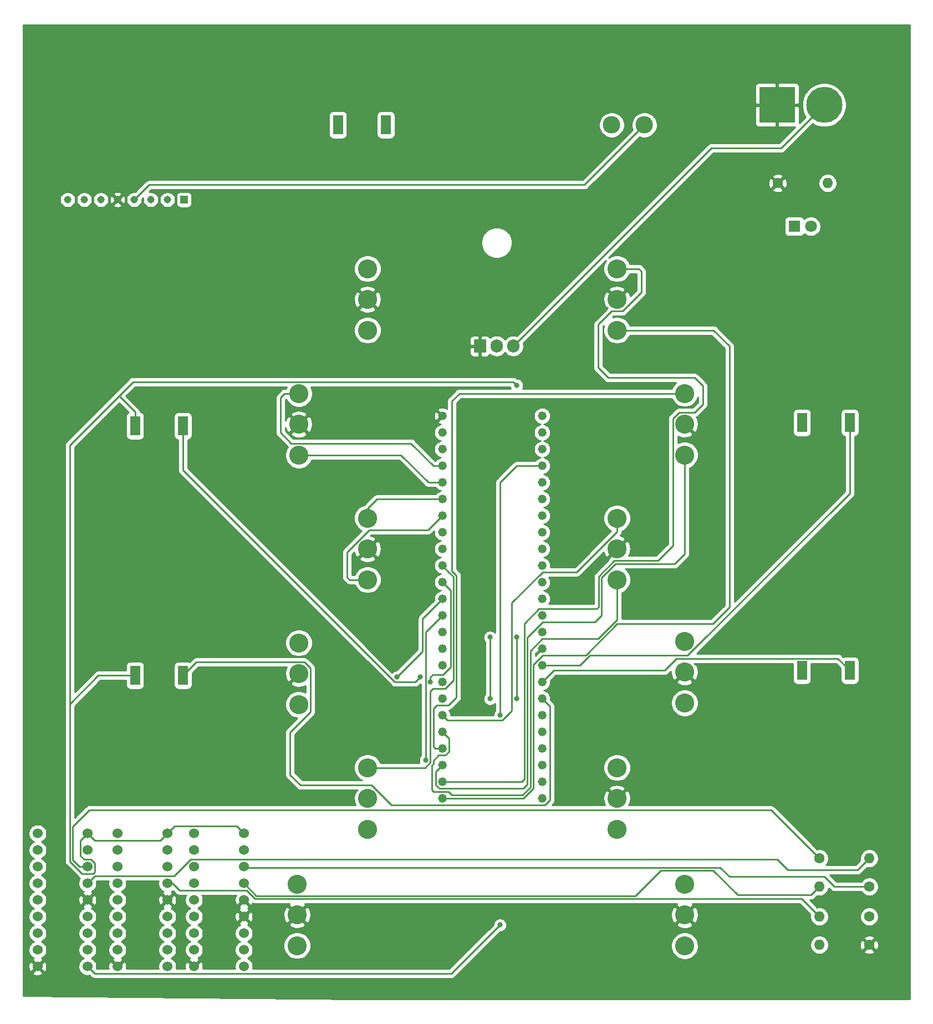
<source format=gtl>
G04 #@! TF.GenerationSoftware,KiCad,Pcbnew,(5.1.10)-1*
G04 #@! TF.CreationDate,2022-01-22T23:19:17-05:00*
G04 #@! TF.ProjectId,Launchbox,4c61756e-6368-4626-9f78-2e6b69636164,Launchbox*
G04 #@! TF.SameCoordinates,Original*
G04 #@! TF.FileFunction,Copper,L1,Top*
G04 #@! TF.FilePolarity,Positive*
%FSLAX46Y46*%
G04 Gerber Fmt 4.6, Leading zero omitted, Abs format (unit mm)*
G04 Created by KiCad (PCBNEW (5.1.10)-1) date 2022-01-22 23:19:17*
%MOMM*%
%LPD*%
G01*
G04 APERTURE LIST*
G04 #@! TA.AperFunction,ComponentPad*
%ADD10C,2.667000*%
G04 #@! TD*
G04 #@! TA.AperFunction,ComponentPad*
%ADD11R,5.516000X5.516000*%
G04 #@! TD*
G04 #@! TA.AperFunction,ComponentPad*
%ADD12C,5.516000*%
G04 #@! TD*
G04 #@! TA.AperFunction,ComponentPad*
%ADD13O,1.905000X2.000000*%
G04 #@! TD*
G04 #@! TA.AperFunction,ComponentPad*
%ADD14R,1.905000X2.000000*%
G04 #@! TD*
G04 #@! TA.AperFunction,ComponentPad*
%ADD15C,1.143000*%
G04 #@! TD*
G04 #@! TA.AperFunction,ComponentPad*
%ADD16R,1.143000X1.143000*%
G04 #@! TD*
G04 #@! TA.AperFunction,ComponentPad*
%ADD17R,1.524000X3.000000*%
G04 #@! TD*
G04 #@! TA.AperFunction,ComponentPad*
%ADD18C,1.320800*%
G04 #@! TD*
G04 #@! TA.AperFunction,ComponentPad*
%ADD19C,1.524000*%
G04 #@! TD*
G04 #@! TA.AperFunction,ComponentPad*
%ADD20O,1.600000X1.600000*%
G04 #@! TD*
G04 #@! TA.AperFunction,ComponentPad*
%ADD21C,1.600000*%
G04 #@! TD*
G04 #@! TA.AperFunction,ComponentPad*
%ADD22C,1.800000*%
G04 #@! TD*
G04 #@! TA.AperFunction,ComponentPad*
%ADD23R,1.800000X1.800000*%
G04 #@! TD*
G04 #@! TA.AperFunction,ComponentPad*
%ADD24C,2.921000*%
G04 #@! TD*
G04 #@! TA.AperFunction,ViaPad*
%ADD25C,0.800000*%
G04 #@! TD*
G04 #@! TA.AperFunction,Conductor*
%ADD26C,0.250000*%
G04 #@! TD*
G04 #@! TA.AperFunction,Conductor*
%ADD27C,0.254000*%
G04 #@! TD*
G04 #@! TA.AperFunction,Conductor*
%ADD28C,0.100000*%
G04 #@! TD*
G04 APERTURE END LIST*
D10*
X123150000Y-45974000D03*
X118150000Y-45974000D03*
D11*
X143422000Y-42926000D03*
D12*
X150622000Y-42926000D03*
D13*
X103124000Y-79756000D03*
X100584000Y-79756000D03*
D14*
X98044000Y-79756000D03*
D15*
X35064000Y-57396000D03*
X37604000Y-57396000D03*
X40144000Y-57396000D03*
X42684000Y-57396000D03*
X45224000Y-57396000D03*
X47764000Y-57396000D03*
X50304000Y-57396000D03*
D16*
X52844000Y-57396000D03*
D17*
X154526000Y-91440000D03*
X147226000Y-91440000D03*
X52672000Y-130048000D03*
X45372000Y-130048000D03*
X154526000Y-129286000D03*
X147226000Y-129286000D03*
X83660000Y-45974000D03*
X76360000Y-45974000D03*
X52672000Y-91948000D03*
X45372000Y-91948000D03*
D18*
X107525000Y-90409000D03*
X107525000Y-92949000D03*
X107525000Y-95489000D03*
X107525000Y-98029000D03*
X107525000Y-100569000D03*
X107525000Y-103109000D03*
X107525000Y-105649000D03*
X107525000Y-108189000D03*
X107525000Y-110729000D03*
X107525000Y-113269000D03*
X107525000Y-115809000D03*
X107525000Y-118349000D03*
X107525000Y-120889000D03*
X107525000Y-123429000D03*
X107525000Y-125969000D03*
X107525000Y-128509000D03*
X107525000Y-131049000D03*
X107525000Y-133589000D03*
X107525000Y-136129000D03*
X107525000Y-138669000D03*
X107525000Y-141209000D03*
X107525000Y-143749000D03*
X107525000Y-146289000D03*
X107525000Y-148829000D03*
X92285000Y-90409000D03*
X92285000Y-92949000D03*
X92285000Y-95489000D03*
X92285000Y-98029000D03*
X92285000Y-100569000D03*
X92285000Y-103109000D03*
X92285000Y-105649000D03*
X92285000Y-108189000D03*
X92285000Y-110729000D03*
X92285000Y-113269000D03*
X92285000Y-115809000D03*
X92285000Y-118349000D03*
X92285000Y-120889000D03*
X92285000Y-123429000D03*
X92285000Y-125969000D03*
X92285000Y-128509000D03*
X92285000Y-131049000D03*
X92285000Y-133589000D03*
X92285000Y-136129000D03*
X92285000Y-138669000D03*
X92285000Y-141209000D03*
X92285000Y-143749000D03*
X92285000Y-146289000D03*
X92285000Y-148829000D03*
D19*
X38100000Y-156718000D03*
X38100000Y-169418000D03*
X38100000Y-171958000D03*
X38100000Y-154178000D03*
X38100000Y-159258000D03*
X38100000Y-166878000D03*
X38100000Y-164338000D03*
X38100000Y-161798000D03*
X38100000Y-174498000D03*
X30480000Y-174498000D03*
X30480000Y-171958000D03*
X30480000Y-169418000D03*
X30480000Y-166878000D03*
X30480000Y-164338000D03*
X30480000Y-161798000D03*
X30480000Y-159258000D03*
X30480000Y-156718000D03*
X30480000Y-154178000D03*
D20*
X151130000Y-54864000D03*
D21*
X143510000Y-54864000D03*
D22*
X148590000Y-61468000D03*
D23*
X146050000Y-61468000D03*
D24*
X129286000Y-134239000D03*
X129286000Y-129540000D03*
X129286000Y-124841000D03*
D19*
X61976000Y-156718000D03*
X61976000Y-169418000D03*
X61976000Y-171958000D03*
X61976000Y-154178000D03*
X61976000Y-159258000D03*
X61976000Y-166878000D03*
X61976000Y-164338000D03*
X61976000Y-161798000D03*
X61976000Y-174498000D03*
X54356000Y-174498000D03*
X54356000Y-171958000D03*
X54356000Y-169418000D03*
X54356000Y-166878000D03*
X54356000Y-164338000D03*
X54356000Y-161798000D03*
X54356000Y-159258000D03*
X54356000Y-156718000D03*
X54356000Y-154178000D03*
D24*
X118955000Y-115428000D03*
X118955000Y-110729000D03*
X118955000Y-106030000D03*
X118955000Y-153528000D03*
X118955000Y-148829000D03*
X118955000Y-144130000D03*
X80855000Y-115428000D03*
X80855000Y-110729000D03*
X80855000Y-106030000D03*
X80855000Y-153528000D03*
X80855000Y-148829000D03*
X80855000Y-144130000D03*
X70358000Y-96393000D03*
X70358000Y-91694000D03*
X70358000Y-86995000D03*
X129286000Y-96378000D03*
X129286000Y-91679000D03*
X129286000Y-86980000D03*
X70358000Y-134478000D03*
X70358000Y-129779000D03*
X70358000Y-125080000D03*
X129286000Y-171323000D03*
X129286000Y-166624000D03*
X129286000Y-161925000D03*
D20*
X149860000Y-166878000D03*
D21*
X157480000Y-166878000D03*
D24*
X80855000Y-77328000D03*
X80855000Y-72629000D03*
X80855000Y-67930000D03*
D20*
X149860000Y-171196000D03*
D21*
X157480000Y-171196000D03*
D19*
X50292000Y-156718000D03*
X50292000Y-169418000D03*
X50292000Y-171958000D03*
X50292000Y-154178000D03*
X50292000Y-159258000D03*
X50292000Y-166878000D03*
X50292000Y-164338000D03*
X50292000Y-161798000D03*
X50292000Y-174498000D03*
X42672000Y-174498000D03*
X42672000Y-171958000D03*
X42672000Y-169418000D03*
X42672000Y-166878000D03*
X42672000Y-164338000D03*
X42672000Y-161798000D03*
X42672000Y-159258000D03*
X42672000Y-156718000D03*
X42672000Y-154178000D03*
D24*
X70104000Y-171308000D03*
X70104000Y-166609000D03*
X70104000Y-161910000D03*
D20*
X157480000Y-157988000D03*
D21*
X149860000Y-157988000D03*
D24*
X118955000Y-77328000D03*
X118955000Y-72629000D03*
X118955000Y-67930000D03*
D20*
X149860000Y-162306000D03*
D21*
X157480000Y-162306000D03*
D25*
X85344000Y-130302000D03*
X89736000Y-142997347D03*
X99568000Y-133604000D03*
X99568000Y-124206000D03*
X88900000Y-130302000D03*
X101092000Y-168148000D03*
X101092000Y-136144000D03*
X90461000Y-131047328D03*
X103632000Y-124206000D03*
X103632000Y-133604000D03*
X103625000Y-85725000D03*
D26*
X54356000Y-174498000D02*
X61976000Y-166878000D01*
X70358000Y-86995000D02*
X68199000Y-86995000D01*
X68199000Y-86995000D02*
X67564000Y-87630000D01*
X67564000Y-87630000D02*
X67564000Y-92964000D01*
X69207499Y-94607499D02*
X87495499Y-94607499D01*
X67564000Y-92964000D02*
X69207499Y-94607499D01*
X90917000Y-98029000D02*
X92285000Y-98029000D01*
X87495499Y-94607499D02*
X90917000Y-98029000D01*
X70358000Y-96393000D02*
X85979000Y-96393000D01*
X90155000Y-100569000D02*
X92285000Y-100569000D01*
X85979000Y-96393000D02*
X90155000Y-100569000D01*
X81125957Y-107815501D02*
X77724000Y-111217458D01*
X77724000Y-115062000D02*
X78090000Y-115428000D01*
X78090000Y-115428000D02*
X80855000Y-115428000D01*
X77724000Y-111217458D02*
X77724000Y-115062000D01*
X92285000Y-105649000D02*
X90118499Y-107815501D01*
X90118499Y-107815501D02*
X81125957Y-107815501D01*
X80855000Y-106030000D02*
X80855000Y-104565000D01*
X82311000Y-103109000D02*
X92285000Y-103109000D01*
X80855000Y-104565000D02*
X82311000Y-103109000D01*
X85344000Y-130302000D02*
X89285990Y-126360010D01*
X89285990Y-121348010D02*
X92285000Y-118349000D01*
X89285990Y-126360010D02*
X89285990Y-121348010D01*
X89736000Y-123438000D02*
X89736000Y-142997347D01*
X92285000Y-120889000D02*
X89736000Y-123438000D01*
X99568000Y-133604000D02*
X99568000Y-124206000D01*
X129286000Y-134239000D02*
X128950599Y-134574401D01*
X118955000Y-121580180D02*
X118955000Y-115428000D01*
X116075180Y-124460000D02*
X118955000Y-121580180D01*
X105721990Y-126313616D02*
X107575606Y-124460000D01*
X107575606Y-124460000D02*
X116075180Y-124460000D01*
X105721990Y-147133600D02*
X105721990Y-126313616D01*
X93233599Y-147843599D02*
X93726000Y-148336000D01*
X104519590Y-148336000D02*
X105721990Y-147133600D01*
X93726000Y-148336000D02*
X104519590Y-148336000D01*
X90678000Y-147574000D02*
X90947599Y-147843599D01*
X90678000Y-143764759D02*
X90678000Y-147574000D01*
X90911011Y-143022989D02*
X90911010Y-143531749D01*
X91694000Y-142240000D02*
X90911011Y-143022989D01*
X92712394Y-142240000D02*
X91694000Y-142240000D01*
X93270401Y-141681993D02*
X92712394Y-142240000D01*
X93270401Y-139654401D02*
X93270401Y-141681993D01*
X90947599Y-147843599D02*
X92186401Y-147843599D01*
X92285000Y-138669000D02*
X93270401Y-139654401D01*
X90911010Y-143531749D02*
X90678000Y-143764759D01*
X92186401Y-147843599D02*
X93233599Y-147843599D01*
X91812007Y-147843599D02*
X92186401Y-147843599D01*
X118955000Y-108121000D02*
X118955000Y-106030000D01*
X107621205Y-114254401D02*
X112821599Y-114254401D01*
X102906999Y-118968607D02*
X107621205Y-114254401D01*
X102906999Y-135402003D02*
X102906999Y-118968607D01*
X101440001Y-136869001D02*
X102906999Y-135402003D01*
X93025001Y-136869001D02*
X101440001Y-136869001D01*
X92285000Y-136129000D02*
X93025001Y-136869001D01*
X112821599Y-114254401D02*
X114808000Y-112268000D01*
X114808000Y-112268000D02*
X118955000Y-108121000D01*
X92285000Y-143749000D02*
X91299599Y-144734401D01*
X91299599Y-144734401D02*
X91299599Y-146761993D01*
X116586000Y-115154458D02*
X118710458Y-113030000D01*
X91299599Y-146761993D02*
X91857606Y-147320000D01*
X116586000Y-120904000D02*
X116586000Y-115154458D01*
X91857606Y-147320000D02*
X104648000Y-147320000D01*
X104648000Y-147320000D02*
X105271980Y-146696020D01*
X105271980Y-146696020D02*
X105271980Y-124223626D01*
X107621205Y-121874401D02*
X115615599Y-121874401D01*
X105271980Y-124223626D02*
X107621205Y-121874401D01*
X129286000Y-111506000D02*
X129286000Y-96378000D01*
X115615599Y-121874401D02*
X116586000Y-120904000D01*
X118710458Y-113030000D02*
X127762000Y-113030000D01*
X127762000Y-113030000D02*
X129286000Y-111506000D01*
X129286000Y-86980000D02*
X94884000Y-86980000D01*
X94884000Y-86980000D02*
X93726000Y-88138000D01*
X94430010Y-114777600D02*
X94430010Y-133407990D01*
X93726000Y-114073590D02*
X94430010Y-114777600D01*
X93726000Y-88138000D02*
X93726000Y-114073590D01*
X93263599Y-134574401D02*
X91485599Y-134574401D01*
X94430010Y-133407990D02*
X93263599Y-134574401D01*
X91485599Y-134574401D02*
X90932000Y-135128000D01*
X90932000Y-135128000D02*
X90932000Y-140970000D01*
X91171000Y-141209000D02*
X92285000Y-141209000D01*
X90932000Y-140970000D02*
X91171000Y-141209000D01*
X122286000Y-67930000D02*
X118955000Y-67930000D01*
X119812041Y-74414501D02*
X122682000Y-71544542D01*
X118117499Y-74414501D02*
X119812041Y-74414501D01*
X122682000Y-71544542D02*
X122682000Y-68326000D01*
X116078000Y-76454000D02*
X118117499Y-74414501D01*
X116078000Y-83058000D02*
X116078000Y-76454000D01*
X117602000Y-84582000D02*
X116078000Y-83058000D01*
X130810000Y-84582000D02*
X117602000Y-84582000D01*
X132080000Y-85852000D02*
X130810000Y-84582000D01*
X132080000Y-88646000D02*
X132080000Y-85852000D01*
X130832501Y-89893499D02*
X132080000Y-88646000D01*
X118582048Y-112522000D02*
X125222000Y-112522000D01*
X104409000Y-146289000D02*
X104821970Y-145876030D01*
X116135991Y-114968057D02*
X118582048Y-112522000D01*
X104821970Y-145876030D02*
X104821970Y-122133636D01*
X104821970Y-122133636D02*
X107067606Y-119888000D01*
X122682000Y-68326000D02*
X122286000Y-67930000D01*
X127500499Y-90821959D02*
X128428959Y-89893499D01*
X92285000Y-146289000D02*
X104409000Y-146289000D01*
X107067606Y-119888000D02*
X115824000Y-119888000D01*
X115824000Y-119888000D02*
X116135990Y-119576010D01*
X116135990Y-119576010D02*
X116135991Y-114968057D01*
X125222000Y-112522000D02*
X127500499Y-110243501D01*
X127500499Y-110243501D02*
X127500499Y-90821959D01*
X128428959Y-89893499D02*
X130832501Y-89893499D01*
X92285000Y-148829000D02*
X104663000Y-148829000D01*
X104663000Y-148829000D02*
X106172000Y-147320000D01*
X114217189Y-126954401D02*
X118997590Y-122174000D01*
X107621205Y-126954401D02*
X114217189Y-126954401D01*
X106172000Y-128403606D02*
X107621205Y-126954401D01*
X106172000Y-147320000D02*
X106172000Y-128403606D01*
X118997590Y-122174000D02*
X133604000Y-122174000D01*
X133604000Y-122174000D02*
X136144000Y-119634000D01*
X136144000Y-119634000D02*
X136144000Y-79756000D01*
X133716000Y-77328000D02*
X118955000Y-77328000D01*
X136144000Y-79756000D02*
X133716000Y-77328000D01*
X88138000Y-131064000D02*
X88900000Y-130302000D01*
X52672000Y-98703002D02*
X52672000Y-91948000D01*
X85032998Y-131064000D02*
X52672000Y-98703002D01*
X88138000Y-131064000D02*
X85032998Y-131064000D01*
X108712000Y-134776000D02*
X107525000Y-133589000D01*
X108712000Y-149100394D02*
X108712000Y-134776000D01*
X107997993Y-149814401D02*
X108712000Y-149100394D01*
X81480542Y-146812000D02*
X84482943Y-149814401D01*
X70612000Y-146812000D02*
X81480542Y-146812000D01*
X69022509Y-145222509D02*
X70612000Y-146812000D01*
X72143501Y-135628499D02*
X69022509Y-138749491D01*
X69022509Y-138749491D02*
X69022509Y-145222509D01*
X72143501Y-128921959D02*
X72143501Y-135628499D01*
X84482943Y-149814401D02*
X107997993Y-149814401D01*
X71215041Y-127993499D02*
X72143501Y-128921959D01*
X54726501Y-127993499D02*
X71215041Y-127993499D01*
X52672000Y-130048000D02*
X54726501Y-127993499D01*
X152700999Y-127460999D02*
X154526000Y-129286000D01*
X128063001Y-127460999D02*
X152700999Y-127460999D01*
X126238000Y-129286000D02*
X128063001Y-127460999D01*
X109288000Y-129286000D02*
X126238000Y-129286000D01*
X107525000Y-131049000D02*
X109288000Y-129286000D01*
X113299000Y-128509000D02*
X107525000Y-128509000D01*
X114797011Y-127010989D02*
X113299000Y-128509000D01*
X129758553Y-127010989D02*
X114797011Y-127010989D01*
X154526000Y-102243542D02*
X129758553Y-127010989D01*
X154526000Y-91440000D02*
X154526000Y-102243542D01*
X39187001Y-175585001D02*
X93654999Y-175585001D01*
X93654999Y-175585001D02*
X101092000Y-168148000D01*
X38100000Y-174498000D02*
X39187001Y-175585001D01*
X103647000Y-98029000D02*
X107525000Y-98029000D01*
X101092000Y-100584000D02*
X103647000Y-98029000D01*
X101092000Y-136144000D02*
X101092000Y-100584000D01*
X93267000Y-114251000D02*
X92285000Y-113269000D01*
X93472000Y-114456000D02*
X93267000Y-114251000D01*
X93472000Y-131320394D02*
X92757993Y-132034401D01*
X93472000Y-131318000D02*
X93472000Y-131320394D01*
X93980000Y-130810000D02*
X93472000Y-131318000D01*
X93980000Y-114964000D02*
X93980000Y-130810000D01*
X93267000Y-114251000D02*
X93980000Y-114964000D01*
X90461001Y-132459801D02*
X90886401Y-132034401D01*
X90461001Y-143345348D02*
X90461001Y-132459801D01*
X89676349Y-144130000D02*
X90461001Y-143345348D01*
X80855000Y-144130000D02*
X89676349Y-144130000D01*
X92757993Y-132034401D02*
X90886401Y-132034401D01*
X92350393Y-129902001D02*
X93529990Y-128722404D01*
X93529990Y-117053990D02*
X92285000Y-115809000D01*
X93529990Y-128722404D02*
X93529990Y-117053990D01*
X90461000Y-131047328D02*
X90461000Y-130265000D01*
X90823999Y-129902001D02*
X91040001Y-129902001D01*
X90461000Y-130265000D02*
X90823999Y-129902001D01*
X91040001Y-129902001D02*
X92350393Y-129902001D01*
X90860999Y-129902001D02*
X91040001Y-129902001D01*
X103632000Y-124206000D02*
X103632000Y-133604000D01*
X103124000Y-79756000D02*
X133350000Y-49530000D01*
X144018000Y-49530000D02*
X150622000Y-42926000D01*
X133350000Y-49530000D02*
X144018000Y-49530000D01*
X38100000Y-161798000D02*
X39187001Y-160710999D01*
X39187001Y-160710999D02*
X48585001Y-160710999D01*
X48585001Y-160710999D02*
X48839001Y-160710999D01*
X145034000Y-159766000D02*
X155702000Y-159766000D01*
X143438999Y-158170999D02*
X145034000Y-159766000D01*
X53834239Y-158170999D02*
X143438999Y-158170999D01*
X155702000Y-159766000D02*
X157480000Y-157988000D01*
X51294239Y-160710999D02*
X53834239Y-158170999D01*
X48585001Y-160710999D02*
X51294239Y-160710999D01*
X142494000Y-150622000D02*
X149860000Y-157988000D01*
X38354000Y-150622000D02*
X142494000Y-150622000D01*
X35814000Y-153162000D02*
X38354000Y-150622000D01*
X35814000Y-158242000D02*
X35814000Y-153162000D01*
X36830000Y-159258000D02*
X35814000Y-158242000D01*
X38100000Y-159258000D02*
X36830000Y-159258000D01*
X147142511Y-164160511D02*
X149860000Y-166878000D01*
X63702101Y-164160511D02*
X147142511Y-164160511D01*
X62426591Y-162885001D02*
X63702101Y-164160511D01*
X52141001Y-162885001D02*
X62426591Y-162885001D01*
X51054000Y-161798000D02*
X52141001Y-162885001D01*
X50292000Y-161798000D02*
X51054000Y-161798000D01*
X148590000Y-163576000D02*
X149860000Y-162306000D01*
X137414000Y-163576000D02*
X148590000Y-163576000D01*
X133655011Y-159817011D02*
X137414000Y-163576000D01*
X125693991Y-159817011D02*
X133655011Y-159817011D01*
X63888501Y-163710501D02*
X121800501Y-163710501D01*
X121800501Y-163710501D02*
X125693991Y-159817011D01*
X61976000Y-161798000D02*
X63888501Y-163710501D01*
X150622000Y-160782000D02*
X152146000Y-162306000D01*
X136144000Y-160782000D02*
X150622000Y-160782000D01*
X134729001Y-159367001D02*
X136144000Y-160782000D01*
X62085001Y-159367001D02*
X134729001Y-159367001D01*
X152146000Y-162306000D02*
X157480000Y-162306000D01*
X61976000Y-159258000D02*
X62085001Y-159367001D01*
X60888999Y-153090999D02*
X51379001Y-153090999D01*
X51379001Y-153090999D02*
X50292000Y-154178000D01*
X61976000Y-154178000D02*
X60888999Y-153090999D01*
X49204999Y-155265001D02*
X50292000Y-154178000D01*
X39187001Y-155265001D02*
X49204999Y-155265001D01*
X38100000Y-154178000D02*
X39187001Y-155265001D01*
X37280591Y-160345001D02*
X35363990Y-158428400D01*
X38916589Y-160345001D02*
X37280591Y-160345001D01*
X39187001Y-158736239D02*
X39187001Y-160074589D01*
X38621761Y-158170999D02*
X39187001Y-158736239D01*
X37012999Y-155265001D02*
X37012999Y-157605759D01*
X39187001Y-160074589D02*
X38916589Y-160345001D01*
X37578239Y-158170999D02*
X38621761Y-158170999D01*
X37012999Y-157605759D02*
X37578239Y-158170999D01*
X38100000Y-154178000D02*
X37012999Y-155265001D01*
X45040501Y-85209499D02*
X103109499Y-85209499D01*
X103109499Y-85209499D02*
X103625000Y-85725000D01*
X39739980Y-130048000D02*
X35363990Y-134423990D01*
X35363990Y-134423990D02*
X35363990Y-94886010D01*
X35363990Y-158428400D02*
X35363990Y-134423990D01*
X39739980Y-130048000D02*
X45372000Y-130048000D01*
X45372000Y-89822000D02*
X42900000Y-87350000D01*
X45372000Y-91948000D02*
X45372000Y-89822000D01*
X42900000Y-87350000D02*
X45040501Y-85209499D01*
X35363990Y-94886010D02*
X42900000Y-87350000D01*
X45224000Y-57396000D02*
X47498000Y-55122000D01*
X114002000Y-55122000D02*
X123150000Y-45974000D01*
X47498000Y-55122000D02*
X114002000Y-55122000D01*
D27*
X163703000Y-179426000D02*
X79621533Y-179426000D01*
X28252000Y-178945911D01*
X28252000Y-175463565D01*
X29694040Y-175463565D01*
X29761020Y-175703656D01*
X30010048Y-175820756D01*
X30277135Y-175887023D01*
X30552017Y-175899910D01*
X30824133Y-175858922D01*
X31083023Y-175765636D01*
X31198980Y-175703656D01*
X31265960Y-175463565D01*
X30480000Y-174677605D01*
X29694040Y-175463565D01*
X28252000Y-175463565D01*
X28252000Y-174570017D01*
X29078090Y-174570017D01*
X29119078Y-174842133D01*
X29212364Y-175101023D01*
X29274344Y-175216980D01*
X29514435Y-175283960D01*
X30300395Y-174498000D01*
X30659605Y-174498000D01*
X31445565Y-175283960D01*
X31685656Y-175216980D01*
X31802756Y-174967952D01*
X31869023Y-174700865D01*
X31881910Y-174425983D01*
X31840922Y-174153867D01*
X31747636Y-173894977D01*
X31685656Y-173779020D01*
X31445565Y-173712040D01*
X30659605Y-174498000D01*
X30300395Y-174498000D01*
X29514435Y-173712040D01*
X29274344Y-173779020D01*
X29157244Y-174028048D01*
X29090977Y-174295135D01*
X29078090Y-174570017D01*
X28252000Y-174570017D01*
X28252000Y-154040408D01*
X29083000Y-154040408D01*
X29083000Y-154315592D01*
X29136686Y-154585490D01*
X29241995Y-154839727D01*
X29394880Y-155068535D01*
X29589465Y-155263120D01*
X29818273Y-155416005D01*
X29895515Y-155448000D01*
X29818273Y-155479995D01*
X29589465Y-155632880D01*
X29394880Y-155827465D01*
X29241995Y-156056273D01*
X29136686Y-156310510D01*
X29083000Y-156580408D01*
X29083000Y-156855592D01*
X29136686Y-157125490D01*
X29241995Y-157379727D01*
X29394880Y-157608535D01*
X29589465Y-157803120D01*
X29818273Y-157956005D01*
X29895515Y-157988000D01*
X29818273Y-158019995D01*
X29589465Y-158172880D01*
X29394880Y-158367465D01*
X29241995Y-158596273D01*
X29136686Y-158850510D01*
X29083000Y-159120408D01*
X29083000Y-159395592D01*
X29136686Y-159665490D01*
X29241995Y-159919727D01*
X29394880Y-160148535D01*
X29589465Y-160343120D01*
X29818273Y-160496005D01*
X29895515Y-160528000D01*
X29818273Y-160559995D01*
X29589465Y-160712880D01*
X29394880Y-160907465D01*
X29241995Y-161136273D01*
X29136686Y-161390510D01*
X29083000Y-161660408D01*
X29083000Y-161935592D01*
X29136686Y-162205490D01*
X29241995Y-162459727D01*
X29394880Y-162688535D01*
X29589465Y-162883120D01*
X29818273Y-163036005D01*
X29895515Y-163068000D01*
X29818273Y-163099995D01*
X29589465Y-163252880D01*
X29394880Y-163447465D01*
X29241995Y-163676273D01*
X29136686Y-163930510D01*
X29083000Y-164200408D01*
X29083000Y-164475592D01*
X29136686Y-164745490D01*
X29241995Y-164999727D01*
X29394880Y-165228535D01*
X29589465Y-165423120D01*
X29818273Y-165576005D01*
X29895515Y-165608000D01*
X29818273Y-165639995D01*
X29589465Y-165792880D01*
X29394880Y-165987465D01*
X29241995Y-166216273D01*
X29136686Y-166470510D01*
X29083000Y-166740408D01*
X29083000Y-167015592D01*
X29136686Y-167285490D01*
X29241995Y-167539727D01*
X29394880Y-167768535D01*
X29589465Y-167963120D01*
X29818273Y-168116005D01*
X29895515Y-168148000D01*
X29818273Y-168179995D01*
X29589465Y-168332880D01*
X29394880Y-168527465D01*
X29241995Y-168756273D01*
X29136686Y-169010510D01*
X29083000Y-169280408D01*
X29083000Y-169555592D01*
X29136686Y-169825490D01*
X29241995Y-170079727D01*
X29394880Y-170308535D01*
X29589465Y-170503120D01*
X29818273Y-170656005D01*
X29895515Y-170688000D01*
X29818273Y-170719995D01*
X29589465Y-170872880D01*
X29394880Y-171067465D01*
X29241995Y-171296273D01*
X29136686Y-171550510D01*
X29083000Y-171820408D01*
X29083000Y-172095592D01*
X29136686Y-172365490D01*
X29241995Y-172619727D01*
X29394880Y-172848535D01*
X29589465Y-173043120D01*
X29818273Y-173196005D01*
X29889943Y-173225692D01*
X29876977Y-173230364D01*
X29761020Y-173292344D01*
X29694040Y-173532435D01*
X30480000Y-174318395D01*
X31265960Y-173532435D01*
X31198980Y-173292344D01*
X31063240Y-173228515D01*
X31141727Y-173196005D01*
X31370535Y-173043120D01*
X31565120Y-172848535D01*
X31718005Y-172619727D01*
X31823314Y-172365490D01*
X31877000Y-172095592D01*
X31877000Y-171820408D01*
X31823314Y-171550510D01*
X31718005Y-171296273D01*
X31565120Y-171067465D01*
X31370535Y-170872880D01*
X31141727Y-170719995D01*
X31064485Y-170688000D01*
X31141727Y-170656005D01*
X31370535Y-170503120D01*
X31565120Y-170308535D01*
X31718005Y-170079727D01*
X31823314Y-169825490D01*
X31877000Y-169555592D01*
X31877000Y-169280408D01*
X31823314Y-169010510D01*
X31718005Y-168756273D01*
X31565120Y-168527465D01*
X31370535Y-168332880D01*
X31141727Y-168179995D01*
X31064485Y-168148000D01*
X31141727Y-168116005D01*
X31370535Y-167963120D01*
X31565120Y-167768535D01*
X31718005Y-167539727D01*
X31823314Y-167285490D01*
X31877000Y-167015592D01*
X31877000Y-166740408D01*
X36703000Y-166740408D01*
X36703000Y-167015592D01*
X36756686Y-167285490D01*
X36861995Y-167539727D01*
X37014880Y-167768535D01*
X37209465Y-167963120D01*
X37438273Y-168116005D01*
X37515515Y-168148000D01*
X37438273Y-168179995D01*
X37209465Y-168332880D01*
X37014880Y-168527465D01*
X36861995Y-168756273D01*
X36756686Y-169010510D01*
X36703000Y-169280408D01*
X36703000Y-169555592D01*
X36756686Y-169825490D01*
X36861995Y-170079727D01*
X37014880Y-170308535D01*
X37209465Y-170503120D01*
X37438273Y-170656005D01*
X37515515Y-170688000D01*
X37438273Y-170719995D01*
X37209465Y-170872880D01*
X37014880Y-171067465D01*
X36861995Y-171296273D01*
X36756686Y-171550510D01*
X36703000Y-171820408D01*
X36703000Y-172095592D01*
X36756686Y-172365490D01*
X36861995Y-172619727D01*
X37014880Y-172848535D01*
X37209465Y-173043120D01*
X37438273Y-173196005D01*
X37515515Y-173228000D01*
X37438273Y-173259995D01*
X37209465Y-173412880D01*
X37014880Y-173607465D01*
X36861995Y-173836273D01*
X36756686Y-174090510D01*
X36703000Y-174360408D01*
X36703000Y-174635592D01*
X36756686Y-174905490D01*
X36861995Y-175159727D01*
X37014880Y-175388535D01*
X37209465Y-175583120D01*
X37438273Y-175736005D01*
X37692510Y-175841314D01*
X37962408Y-175895000D01*
X38237592Y-175895000D01*
X38391570Y-175864372D01*
X38623202Y-176096004D01*
X38647000Y-176125002D01*
X38675998Y-176148800D01*
X38762725Y-176219975D01*
X38894754Y-176290547D01*
X39038015Y-176334004D01*
X39187001Y-176348678D01*
X39224334Y-176345001D01*
X93617677Y-176345001D01*
X93654999Y-176348677D01*
X93692321Y-176345001D01*
X93692332Y-176345001D01*
X93803985Y-176334004D01*
X93947246Y-176290547D01*
X94079275Y-176219975D01*
X94195000Y-176125002D01*
X94218803Y-176095998D01*
X99198190Y-171116611D01*
X127190500Y-171116611D01*
X127190500Y-171529389D01*
X127271029Y-171934235D01*
X127428992Y-172315591D01*
X127658319Y-172658803D01*
X127950197Y-172950681D01*
X128293409Y-173180008D01*
X128674765Y-173337971D01*
X129079611Y-173418500D01*
X129492389Y-173418500D01*
X129897235Y-173337971D01*
X130278591Y-173180008D01*
X130621803Y-172950681D01*
X130913681Y-172658803D01*
X131143008Y-172315591D01*
X131300971Y-171934235D01*
X131381500Y-171529389D01*
X131381500Y-171116611D01*
X131369179Y-171054665D01*
X148425000Y-171054665D01*
X148425000Y-171337335D01*
X148480147Y-171614574D01*
X148588320Y-171875727D01*
X148745363Y-172110759D01*
X148945241Y-172310637D01*
X149180273Y-172467680D01*
X149441426Y-172575853D01*
X149718665Y-172631000D01*
X150001335Y-172631000D01*
X150278574Y-172575853D01*
X150539727Y-172467680D01*
X150774759Y-172310637D01*
X150896694Y-172188702D01*
X156666903Y-172188702D01*
X156738486Y-172432671D01*
X156993996Y-172553571D01*
X157268184Y-172622300D01*
X157550512Y-172636217D01*
X157830130Y-172594787D01*
X158096292Y-172499603D01*
X158221514Y-172432671D01*
X158293097Y-172188702D01*
X157480000Y-171375605D01*
X156666903Y-172188702D01*
X150896694Y-172188702D01*
X150974637Y-172110759D01*
X151131680Y-171875727D01*
X151239853Y-171614574D01*
X151295000Y-171337335D01*
X151295000Y-171266512D01*
X156039783Y-171266512D01*
X156081213Y-171546130D01*
X156176397Y-171812292D01*
X156243329Y-171937514D01*
X156487298Y-172009097D01*
X157300395Y-171196000D01*
X157659605Y-171196000D01*
X158472702Y-172009097D01*
X158716671Y-171937514D01*
X158837571Y-171682004D01*
X158906300Y-171407816D01*
X158920217Y-171125488D01*
X158878787Y-170845870D01*
X158783603Y-170579708D01*
X158716671Y-170454486D01*
X158472702Y-170382903D01*
X157659605Y-171196000D01*
X157300395Y-171196000D01*
X156487298Y-170382903D01*
X156243329Y-170454486D01*
X156122429Y-170709996D01*
X156053700Y-170984184D01*
X156039783Y-171266512D01*
X151295000Y-171266512D01*
X151295000Y-171054665D01*
X151239853Y-170777426D01*
X151131680Y-170516273D01*
X150974637Y-170281241D01*
X150896694Y-170203298D01*
X156666903Y-170203298D01*
X157480000Y-171016395D01*
X158293097Y-170203298D01*
X158221514Y-169959329D01*
X157966004Y-169838429D01*
X157691816Y-169769700D01*
X157409488Y-169755783D01*
X157129870Y-169797213D01*
X156863708Y-169892397D01*
X156738486Y-169959329D01*
X156666903Y-170203298D01*
X150896694Y-170203298D01*
X150774759Y-170081363D01*
X150539727Y-169924320D01*
X150278574Y-169816147D01*
X150001335Y-169761000D01*
X149718665Y-169761000D01*
X149441426Y-169816147D01*
X149180273Y-169924320D01*
X148945241Y-170081363D01*
X148745363Y-170281241D01*
X148588320Y-170516273D01*
X148480147Y-170777426D01*
X148425000Y-171054665D01*
X131369179Y-171054665D01*
X131300971Y-170711765D01*
X131143008Y-170330409D01*
X130913681Y-169987197D01*
X130621803Y-169695319D01*
X130278591Y-169465992D01*
X129897235Y-169308029D01*
X129492389Y-169227500D01*
X129079611Y-169227500D01*
X128674765Y-169308029D01*
X128293409Y-169465992D01*
X127950197Y-169695319D01*
X127658319Y-169987197D01*
X127428992Y-170330409D01*
X127271029Y-170711765D01*
X127190500Y-171116611D01*
X99198190Y-171116611D01*
X101131802Y-169183000D01*
X101193939Y-169183000D01*
X101393898Y-169143226D01*
X101582256Y-169065205D01*
X101751774Y-168951937D01*
X101895937Y-168807774D01*
X102009205Y-168638256D01*
X102087226Y-168449898D01*
X102127000Y-168249939D01*
X102127000Y-168087529D01*
X128002077Y-168087529D01*
X128153334Y-168399045D01*
X128521393Y-168585910D01*
X128918834Y-168697381D01*
X129330386Y-168729172D01*
X129740231Y-168680063D01*
X130132621Y-168551940D01*
X130418666Y-168399045D01*
X130569923Y-168087529D01*
X129286000Y-166803605D01*
X128002077Y-168087529D01*
X102127000Y-168087529D01*
X102127000Y-168046061D01*
X102087226Y-167846102D01*
X102009205Y-167657744D01*
X101895937Y-167488226D01*
X101751774Y-167344063D01*
X101582256Y-167230795D01*
X101393898Y-167152774D01*
X101193939Y-167113000D01*
X100990061Y-167113000D01*
X100790102Y-167152774D01*
X100601744Y-167230795D01*
X100432226Y-167344063D01*
X100288063Y-167488226D01*
X100174795Y-167657744D01*
X100096774Y-167846102D01*
X100057000Y-168046061D01*
X100057000Y-168108198D01*
X93340198Y-174825001D01*
X63335324Y-174825001D01*
X63373000Y-174635592D01*
X63373000Y-174360408D01*
X63319314Y-174090510D01*
X63214005Y-173836273D01*
X63061120Y-173607465D01*
X62866535Y-173412880D01*
X62637727Y-173259995D01*
X62560485Y-173228000D01*
X62637727Y-173196005D01*
X62866535Y-173043120D01*
X63061120Y-172848535D01*
X63214005Y-172619727D01*
X63319314Y-172365490D01*
X63373000Y-172095592D01*
X63373000Y-171820408D01*
X63319314Y-171550510D01*
X63214005Y-171296273D01*
X63083936Y-171101611D01*
X68008500Y-171101611D01*
X68008500Y-171514389D01*
X68089029Y-171919235D01*
X68246992Y-172300591D01*
X68476319Y-172643803D01*
X68768197Y-172935681D01*
X69111409Y-173165008D01*
X69492765Y-173322971D01*
X69897611Y-173403500D01*
X70310389Y-173403500D01*
X70715235Y-173322971D01*
X71096591Y-173165008D01*
X71439803Y-172935681D01*
X71731681Y-172643803D01*
X71961008Y-172300591D01*
X72118971Y-171919235D01*
X72199500Y-171514389D01*
X72199500Y-171101611D01*
X72118971Y-170696765D01*
X71961008Y-170315409D01*
X71731681Y-169972197D01*
X71439803Y-169680319D01*
X71096591Y-169450992D01*
X70715235Y-169293029D01*
X70310389Y-169212500D01*
X69897611Y-169212500D01*
X69492765Y-169293029D01*
X69111409Y-169450992D01*
X68768197Y-169680319D01*
X68476319Y-169972197D01*
X68246992Y-170315409D01*
X68089029Y-170696765D01*
X68008500Y-171101611D01*
X63083936Y-171101611D01*
X63061120Y-171067465D01*
X62866535Y-170872880D01*
X62637727Y-170719995D01*
X62560485Y-170688000D01*
X62637727Y-170656005D01*
X62866535Y-170503120D01*
X63061120Y-170308535D01*
X63214005Y-170079727D01*
X63319314Y-169825490D01*
X63373000Y-169555592D01*
X63373000Y-169280408D01*
X63319314Y-169010510D01*
X63214005Y-168756273D01*
X63061120Y-168527465D01*
X62866535Y-168332880D01*
X62637727Y-168179995D01*
X62566057Y-168150308D01*
X62579023Y-168145636D01*
X62694980Y-168083656D01*
X62698084Y-168072529D01*
X68820077Y-168072529D01*
X68971334Y-168384045D01*
X69339393Y-168570910D01*
X69736834Y-168682381D01*
X70148386Y-168714172D01*
X70558231Y-168665063D01*
X70950621Y-168536940D01*
X71236666Y-168384045D01*
X71387923Y-168072529D01*
X70104000Y-166788605D01*
X68820077Y-168072529D01*
X62698084Y-168072529D01*
X62761960Y-167843565D01*
X61976000Y-167057605D01*
X61190040Y-167843565D01*
X61257020Y-168083656D01*
X61392760Y-168147485D01*
X61314273Y-168179995D01*
X61085465Y-168332880D01*
X60890880Y-168527465D01*
X60737995Y-168756273D01*
X60632686Y-169010510D01*
X60579000Y-169280408D01*
X60579000Y-169555592D01*
X60632686Y-169825490D01*
X60737995Y-170079727D01*
X60890880Y-170308535D01*
X61085465Y-170503120D01*
X61314273Y-170656005D01*
X61391515Y-170688000D01*
X61314273Y-170719995D01*
X61085465Y-170872880D01*
X60890880Y-171067465D01*
X60737995Y-171296273D01*
X60632686Y-171550510D01*
X60579000Y-171820408D01*
X60579000Y-172095592D01*
X60632686Y-172365490D01*
X60737995Y-172619727D01*
X60890880Y-172848535D01*
X61085465Y-173043120D01*
X61314273Y-173196005D01*
X61391515Y-173228000D01*
X61314273Y-173259995D01*
X61085465Y-173412880D01*
X60890880Y-173607465D01*
X60737995Y-173836273D01*
X60632686Y-174090510D01*
X60579000Y-174360408D01*
X60579000Y-174635592D01*
X60616676Y-174825001D01*
X55714224Y-174825001D01*
X55745023Y-174700865D01*
X55757910Y-174425983D01*
X55716922Y-174153867D01*
X55623636Y-173894977D01*
X55561656Y-173779020D01*
X55321565Y-173712040D01*
X54535605Y-174498000D01*
X54549748Y-174512143D01*
X54370143Y-174691748D01*
X54356000Y-174677605D01*
X54341858Y-174691748D01*
X54162253Y-174512143D01*
X54176395Y-174498000D01*
X53390435Y-173712040D01*
X53150344Y-173779020D01*
X53033244Y-174028048D01*
X52966977Y-174295135D01*
X52954090Y-174570017D01*
X52992497Y-174825001D01*
X51651324Y-174825001D01*
X51689000Y-174635592D01*
X51689000Y-174360408D01*
X51635314Y-174090510D01*
X51530005Y-173836273D01*
X51377120Y-173607465D01*
X51182535Y-173412880D01*
X50953727Y-173259995D01*
X50876485Y-173228000D01*
X50953727Y-173196005D01*
X51182535Y-173043120D01*
X51377120Y-172848535D01*
X51530005Y-172619727D01*
X51635314Y-172365490D01*
X51689000Y-172095592D01*
X51689000Y-171820408D01*
X51635314Y-171550510D01*
X51530005Y-171296273D01*
X51377120Y-171067465D01*
X51182535Y-170872880D01*
X50953727Y-170719995D01*
X50876485Y-170688000D01*
X50953727Y-170656005D01*
X51182535Y-170503120D01*
X51377120Y-170308535D01*
X51530005Y-170079727D01*
X51635314Y-169825490D01*
X51689000Y-169555592D01*
X51689000Y-169280408D01*
X51635314Y-169010510D01*
X51530005Y-168756273D01*
X51377120Y-168527465D01*
X51182535Y-168332880D01*
X50953727Y-168179995D01*
X50876485Y-168148000D01*
X50953727Y-168116005D01*
X51182535Y-167963120D01*
X51377120Y-167768535D01*
X51530005Y-167539727D01*
X51635314Y-167285490D01*
X51689000Y-167015592D01*
X51689000Y-166740408D01*
X51635314Y-166470510D01*
X51530005Y-166216273D01*
X51377120Y-165987465D01*
X51182535Y-165792880D01*
X50953727Y-165639995D01*
X50882057Y-165610308D01*
X50895023Y-165605636D01*
X51010980Y-165543656D01*
X51077960Y-165303565D01*
X50292000Y-164517605D01*
X49506040Y-165303565D01*
X49573020Y-165543656D01*
X49708760Y-165607485D01*
X49630273Y-165639995D01*
X49401465Y-165792880D01*
X49206880Y-165987465D01*
X49053995Y-166216273D01*
X48948686Y-166470510D01*
X48895000Y-166740408D01*
X48895000Y-167015592D01*
X48948686Y-167285490D01*
X49053995Y-167539727D01*
X49206880Y-167768535D01*
X49401465Y-167963120D01*
X49630273Y-168116005D01*
X49707515Y-168148000D01*
X49630273Y-168179995D01*
X49401465Y-168332880D01*
X49206880Y-168527465D01*
X49053995Y-168756273D01*
X48948686Y-169010510D01*
X48895000Y-169280408D01*
X48895000Y-169555592D01*
X48948686Y-169825490D01*
X49053995Y-170079727D01*
X49206880Y-170308535D01*
X49401465Y-170503120D01*
X49630273Y-170656005D01*
X49707515Y-170688000D01*
X49630273Y-170719995D01*
X49401465Y-170872880D01*
X49206880Y-171067465D01*
X49053995Y-171296273D01*
X48948686Y-171550510D01*
X48895000Y-171820408D01*
X48895000Y-172095592D01*
X48948686Y-172365490D01*
X49053995Y-172619727D01*
X49206880Y-172848535D01*
X49401465Y-173043120D01*
X49630273Y-173196005D01*
X49707515Y-173228000D01*
X49630273Y-173259995D01*
X49401465Y-173412880D01*
X49206880Y-173607465D01*
X49053995Y-173836273D01*
X48948686Y-174090510D01*
X48895000Y-174360408D01*
X48895000Y-174635592D01*
X48932676Y-174825001D01*
X44030224Y-174825001D01*
X44061023Y-174700865D01*
X44073910Y-174425983D01*
X44032922Y-174153867D01*
X43939636Y-173894977D01*
X43877656Y-173779020D01*
X43637565Y-173712040D01*
X42851605Y-174498000D01*
X42865748Y-174512143D01*
X42686143Y-174691748D01*
X42672000Y-174677605D01*
X42657858Y-174691748D01*
X42478253Y-174512143D01*
X42492395Y-174498000D01*
X41706435Y-173712040D01*
X41466344Y-173779020D01*
X41349244Y-174028048D01*
X41282977Y-174295135D01*
X41270090Y-174570017D01*
X41308497Y-174825001D01*
X39501803Y-174825001D01*
X39466372Y-174789570D01*
X39497000Y-174635592D01*
X39497000Y-174360408D01*
X39443314Y-174090510D01*
X39338005Y-173836273D01*
X39185120Y-173607465D01*
X38990535Y-173412880D01*
X38761727Y-173259995D01*
X38684485Y-173228000D01*
X38761727Y-173196005D01*
X38990535Y-173043120D01*
X39185120Y-172848535D01*
X39338005Y-172619727D01*
X39443314Y-172365490D01*
X39497000Y-172095592D01*
X39497000Y-171820408D01*
X39443314Y-171550510D01*
X39338005Y-171296273D01*
X39185120Y-171067465D01*
X38990535Y-170872880D01*
X38761727Y-170719995D01*
X38684485Y-170688000D01*
X38761727Y-170656005D01*
X38990535Y-170503120D01*
X39185120Y-170308535D01*
X39338005Y-170079727D01*
X39443314Y-169825490D01*
X39497000Y-169555592D01*
X39497000Y-169280408D01*
X39443314Y-169010510D01*
X39338005Y-168756273D01*
X39185120Y-168527465D01*
X38990535Y-168332880D01*
X38761727Y-168179995D01*
X38684485Y-168148000D01*
X38761727Y-168116005D01*
X38990535Y-167963120D01*
X39185120Y-167768535D01*
X39338005Y-167539727D01*
X39443314Y-167285490D01*
X39497000Y-167015592D01*
X39497000Y-166740408D01*
X39443314Y-166470510D01*
X39338005Y-166216273D01*
X39185120Y-165987465D01*
X38990535Y-165792880D01*
X38761727Y-165639995D01*
X38690057Y-165610308D01*
X38703023Y-165605636D01*
X38818980Y-165543656D01*
X38885960Y-165303565D01*
X38100000Y-164517605D01*
X37314040Y-165303565D01*
X37381020Y-165543656D01*
X37516760Y-165607485D01*
X37438273Y-165639995D01*
X37209465Y-165792880D01*
X37014880Y-165987465D01*
X36861995Y-166216273D01*
X36756686Y-166470510D01*
X36703000Y-166740408D01*
X31877000Y-166740408D01*
X31823314Y-166470510D01*
X31718005Y-166216273D01*
X31565120Y-165987465D01*
X31370535Y-165792880D01*
X31141727Y-165639995D01*
X31064485Y-165608000D01*
X31141727Y-165576005D01*
X31370535Y-165423120D01*
X31565120Y-165228535D01*
X31718005Y-164999727D01*
X31823314Y-164745490D01*
X31877000Y-164475592D01*
X31877000Y-164410017D01*
X36698090Y-164410017D01*
X36739078Y-164682133D01*
X36832364Y-164941023D01*
X36894344Y-165056980D01*
X37134435Y-165123960D01*
X37920395Y-164338000D01*
X38279605Y-164338000D01*
X39065565Y-165123960D01*
X39305656Y-165056980D01*
X39422756Y-164807952D01*
X39489023Y-164540865D01*
X39501910Y-164265983D01*
X39460922Y-163993867D01*
X39367636Y-163734977D01*
X39305656Y-163619020D01*
X39065565Y-163552040D01*
X38279605Y-164338000D01*
X37920395Y-164338000D01*
X37134435Y-163552040D01*
X36894344Y-163619020D01*
X36777244Y-163868048D01*
X36710977Y-164135135D01*
X36698090Y-164410017D01*
X31877000Y-164410017D01*
X31877000Y-164200408D01*
X31823314Y-163930510D01*
X31718005Y-163676273D01*
X31565120Y-163447465D01*
X31370535Y-163252880D01*
X31141727Y-163099995D01*
X31064485Y-163068000D01*
X31141727Y-163036005D01*
X31370535Y-162883120D01*
X31565120Y-162688535D01*
X31718005Y-162459727D01*
X31823314Y-162205490D01*
X31877000Y-161935592D01*
X31877000Y-161660408D01*
X31823314Y-161390510D01*
X31718005Y-161136273D01*
X31565120Y-160907465D01*
X31370535Y-160712880D01*
X31141727Y-160559995D01*
X31064485Y-160528000D01*
X31141727Y-160496005D01*
X31370535Y-160343120D01*
X31565120Y-160148535D01*
X31718005Y-159919727D01*
X31823314Y-159665490D01*
X31877000Y-159395592D01*
X31877000Y-159120408D01*
X31823314Y-158850510D01*
X31718005Y-158596273D01*
X31565120Y-158367465D01*
X31370535Y-158172880D01*
X31141727Y-158019995D01*
X31064485Y-157988000D01*
X31141727Y-157956005D01*
X31370535Y-157803120D01*
X31565120Y-157608535D01*
X31718005Y-157379727D01*
X31823314Y-157125490D01*
X31877000Y-156855592D01*
X31877000Y-156580408D01*
X31823314Y-156310510D01*
X31718005Y-156056273D01*
X31565120Y-155827465D01*
X31370535Y-155632880D01*
X31141727Y-155479995D01*
X31064485Y-155448000D01*
X31141727Y-155416005D01*
X31370535Y-155263120D01*
X31565120Y-155068535D01*
X31718005Y-154839727D01*
X31823314Y-154585490D01*
X31877000Y-154315592D01*
X31877000Y-154040408D01*
X31823314Y-153770510D01*
X31718005Y-153516273D01*
X31565120Y-153287465D01*
X31370535Y-153092880D01*
X31141727Y-152939995D01*
X30887490Y-152834686D01*
X30617592Y-152781000D01*
X30342408Y-152781000D01*
X30072510Y-152834686D01*
X29818273Y-152939995D01*
X29589465Y-153092880D01*
X29394880Y-153287465D01*
X29241995Y-153516273D01*
X29136686Y-153770510D01*
X29083000Y-154040408D01*
X28252000Y-154040408D01*
X28252000Y-94886010D01*
X34600314Y-94886010D01*
X34603991Y-94923343D01*
X34603990Y-134386668D01*
X34600314Y-134423990D01*
X34603990Y-134461312D01*
X34603990Y-134461322D01*
X34603991Y-134461332D01*
X34603990Y-158391078D01*
X34600314Y-158428400D01*
X34603990Y-158465722D01*
X34603990Y-158465732D01*
X34614987Y-158577385D01*
X34651850Y-158698907D01*
X34658444Y-158720646D01*
X34729016Y-158852676D01*
X34748605Y-158876545D01*
X34823989Y-158968401D01*
X34852993Y-158992204D01*
X36716792Y-160856004D01*
X36740590Y-160885002D01*
X36769588Y-160908800D01*
X36856314Y-160979975D01*
X36937452Y-161023344D01*
X36861995Y-161136273D01*
X36756686Y-161390510D01*
X36703000Y-161660408D01*
X36703000Y-161935592D01*
X36756686Y-162205490D01*
X36861995Y-162459727D01*
X37014880Y-162688535D01*
X37209465Y-162883120D01*
X37438273Y-163036005D01*
X37509943Y-163065692D01*
X37496977Y-163070364D01*
X37381020Y-163132344D01*
X37314040Y-163372435D01*
X38100000Y-164158395D01*
X38885960Y-163372435D01*
X38818980Y-163132344D01*
X38683240Y-163068515D01*
X38761727Y-163036005D01*
X38990535Y-162883120D01*
X39185120Y-162688535D01*
X39338005Y-162459727D01*
X39443314Y-162205490D01*
X39497000Y-161935592D01*
X39497000Y-161660408D01*
X39466372Y-161506430D01*
X39501803Y-161470999D01*
X41312676Y-161470999D01*
X41275000Y-161660408D01*
X41275000Y-161935592D01*
X41328686Y-162205490D01*
X41433995Y-162459727D01*
X41586880Y-162688535D01*
X41781465Y-162883120D01*
X42010273Y-163036005D01*
X42087515Y-163068000D01*
X42010273Y-163099995D01*
X41781465Y-163252880D01*
X41586880Y-163447465D01*
X41433995Y-163676273D01*
X41328686Y-163930510D01*
X41275000Y-164200408D01*
X41275000Y-164475592D01*
X41328686Y-164745490D01*
X41433995Y-164999727D01*
X41586880Y-165228535D01*
X41781465Y-165423120D01*
X42010273Y-165576005D01*
X42087515Y-165608000D01*
X42010273Y-165639995D01*
X41781465Y-165792880D01*
X41586880Y-165987465D01*
X41433995Y-166216273D01*
X41328686Y-166470510D01*
X41275000Y-166740408D01*
X41275000Y-167015592D01*
X41328686Y-167285490D01*
X41433995Y-167539727D01*
X41586880Y-167768535D01*
X41781465Y-167963120D01*
X42010273Y-168116005D01*
X42087515Y-168148000D01*
X42010273Y-168179995D01*
X41781465Y-168332880D01*
X41586880Y-168527465D01*
X41433995Y-168756273D01*
X41328686Y-169010510D01*
X41275000Y-169280408D01*
X41275000Y-169555592D01*
X41328686Y-169825490D01*
X41433995Y-170079727D01*
X41586880Y-170308535D01*
X41781465Y-170503120D01*
X42010273Y-170656005D01*
X42087515Y-170688000D01*
X42010273Y-170719995D01*
X41781465Y-170872880D01*
X41586880Y-171067465D01*
X41433995Y-171296273D01*
X41328686Y-171550510D01*
X41275000Y-171820408D01*
X41275000Y-172095592D01*
X41328686Y-172365490D01*
X41433995Y-172619727D01*
X41586880Y-172848535D01*
X41781465Y-173043120D01*
X42010273Y-173196005D01*
X42081943Y-173225692D01*
X42068977Y-173230364D01*
X41953020Y-173292344D01*
X41886040Y-173532435D01*
X42672000Y-174318395D01*
X43457960Y-173532435D01*
X43390980Y-173292344D01*
X43255240Y-173228515D01*
X43333727Y-173196005D01*
X43562535Y-173043120D01*
X43757120Y-172848535D01*
X43910005Y-172619727D01*
X44015314Y-172365490D01*
X44069000Y-172095592D01*
X44069000Y-171820408D01*
X44015314Y-171550510D01*
X43910005Y-171296273D01*
X43757120Y-171067465D01*
X43562535Y-170872880D01*
X43333727Y-170719995D01*
X43256485Y-170688000D01*
X43333727Y-170656005D01*
X43562535Y-170503120D01*
X43757120Y-170308535D01*
X43910005Y-170079727D01*
X44015314Y-169825490D01*
X44069000Y-169555592D01*
X44069000Y-169280408D01*
X44015314Y-169010510D01*
X43910005Y-168756273D01*
X43757120Y-168527465D01*
X43562535Y-168332880D01*
X43333727Y-168179995D01*
X43256485Y-168148000D01*
X43333727Y-168116005D01*
X43562535Y-167963120D01*
X43757120Y-167768535D01*
X43910005Y-167539727D01*
X44015314Y-167285490D01*
X44069000Y-167015592D01*
X44069000Y-166740408D01*
X44015314Y-166470510D01*
X43910005Y-166216273D01*
X43757120Y-165987465D01*
X43562535Y-165792880D01*
X43333727Y-165639995D01*
X43256485Y-165608000D01*
X43333727Y-165576005D01*
X43562535Y-165423120D01*
X43757120Y-165228535D01*
X43910005Y-164999727D01*
X44015314Y-164745490D01*
X44069000Y-164475592D01*
X44069000Y-164410017D01*
X48890090Y-164410017D01*
X48931078Y-164682133D01*
X49024364Y-164941023D01*
X49086344Y-165056980D01*
X49326435Y-165123960D01*
X50112395Y-164338000D01*
X50471605Y-164338000D01*
X51257565Y-165123960D01*
X51497656Y-165056980D01*
X51614756Y-164807952D01*
X51681023Y-164540865D01*
X51693910Y-164265983D01*
X51652922Y-163993867D01*
X51559636Y-163734977D01*
X51497656Y-163619020D01*
X51257565Y-163552040D01*
X50471605Y-164338000D01*
X50112395Y-164338000D01*
X49326435Y-163552040D01*
X49086344Y-163619020D01*
X48969244Y-163868048D01*
X48902977Y-164135135D01*
X48890090Y-164410017D01*
X44069000Y-164410017D01*
X44069000Y-164200408D01*
X44015314Y-163930510D01*
X43910005Y-163676273D01*
X43757120Y-163447465D01*
X43562535Y-163252880D01*
X43333727Y-163099995D01*
X43256485Y-163068000D01*
X43333727Y-163036005D01*
X43562535Y-162883120D01*
X43757120Y-162688535D01*
X43910005Y-162459727D01*
X44015314Y-162205490D01*
X44069000Y-161935592D01*
X44069000Y-161660408D01*
X44031324Y-161470999D01*
X48932676Y-161470999D01*
X48895000Y-161660408D01*
X48895000Y-161935592D01*
X48948686Y-162205490D01*
X49053995Y-162459727D01*
X49206880Y-162688535D01*
X49401465Y-162883120D01*
X49630273Y-163036005D01*
X49701943Y-163065692D01*
X49688977Y-163070364D01*
X49573020Y-163132344D01*
X49506040Y-163372435D01*
X50292000Y-164158395D01*
X51077960Y-163372435D01*
X51010980Y-163132344D01*
X50875240Y-163068515D01*
X50953727Y-163036005D01*
X51111669Y-162930471D01*
X51577201Y-163396003D01*
X51601000Y-163425002D01*
X51629998Y-163448800D01*
X51716725Y-163519975D01*
X51848754Y-163590547D01*
X51992015Y-163634004D01*
X52141001Y-163648678D01*
X52178334Y-163645001D01*
X53138890Y-163645001D01*
X53117995Y-163676273D01*
X53012686Y-163930510D01*
X52959000Y-164200408D01*
X52959000Y-164475592D01*
X53012686Y-164745490D01*
X53117995Y-164999727D01*
X53270880Y-165228535D01*
X53465465Y-165423120D01*
X53694273Y-165576005D01*
X53771515Y-165608000D01*
X53694273Y-165639995D01*
X53465465Y-165792880D01*
X53270880Y-165987465D01*
X53117995Y-166216273D01*
X53012686Y-166470510D01*
X52959000Y-166740408D01*
X52959000Y-167015592D01*
X53012686Y-167285490D01*
X53117995Y-167539727D01*
X53270880Y-167768535D01*
X53465465Y-167963120D01*
X53694273Y-168116005D01*
X53771515Y-168148000D01*
X53694273Y-168179995D01*
X53465465Y-168332880D01*
X53270880Y-168527465D01*
X53117995Y-168756273D01*
X53012686Y-169010510D01*
X52959000Y-169280408D01*
X52959000Y-169555592D01*
X53012686Y-169825490D01*
X53117995Y-170079727D01*
X53270880Y-170308535D01*
X53465465Y-170503120D01*
X53694273Y-170656005D01*
X53771515Y-170688000D01*
X53694273Y-170719995D01*
X53465465Y-170872880D01*
X53270880Y-171067465D01*
X53117995Y-171296273D01*
X53012686Y-171550510D01*
X52959000Y-171820408D01*
X52959000Y-172095592D01*
X53012686Y-172365490D01*
X53117995Y-172619727D01*
X53270880Y-172848535D01*
X53465465Y-173043120D01*
X53694273Y-173196005D01*
X53765943Y-173225692D01*
X53752977Y-173230364D01*
X53637020Y-173292344D01*
X53570040Y-173532435D01*
X54356000Y-174318395D01*
X55141960Y-173532435D01*
X55074980Y-173292344D01*
X54939240Y-173228515D01*
X55017727Y-173196005D01*
X55246535Y-173043120D01*
X55441120Y-172848535D01*
X55594005Y-172619727D01*
X55699314Y-172365490D01*
X55753000Y-172095592D01*
X55753000Y-171820408D01*
X55699314Y-171550510D01*
X55594005Y-171296273D01*
X55441120Y-171067465D01*
X55246535Y-170872880D01*
X55017727Y-170719995D01*
X54940485Y-170688000D01*
X55017727Y-170656005D01*
X55246535Y-170503120D01*
X55441120Y-170308535D01*
X55594005Y-170079727D01*
X55699314Y-169825490D01*
X55753000Y-169555592D01*
X55753000Y-169280408D01*
X55699314Y-169010510D01*
X55594005Y-168756273D01*
X55441120Y-168527465D01*
X55246535Y-168332880D01*
X55017727Y-168179995D01*
X54940485Y-168148000D01*
X55017727Y-168116005D01*
X55246535Y-167963120D01*
X55441120Y-167768535D01*
X55594005Y-167539727D01*
X55699314Y-167285490D01*
X55753000Y-167015592D01*
X55753000Y-166950017D01*
X60574090Y-166950017D01*
X60615078Y-167222133D01*
X60708364Y-167481023D01*
X60770344Y-167596980D01*
X61010435Y-167663960D01*
X61796395Y-166878000D01*
X62155605Y-166878000D01*
X62941565Y-167663960D01*
X63181656Y-167596980D01*
X63298756Y-167347952D01*
X63365023Y-167080865D01*
X63377910Y-166805983D01*
X63354925Y-166653386D01*
X67998828Y-166653386D01*
X68047937Y-167063231D01*
X68176060Y-167455621D01*
X68328955Y-167741666D01*
X68640471Y-167892923D01*
X69924395Y-166609000D01*
X70283605Y-166609000D01*
X71567529Y-167892923D01*
X71879045Y-167741666D01*
X72065910Y-167373607D01*
X72177381Y-166976166D01*
X72201155Y-166668386D01*
X127180828Y-166668386D01*
X127229937Y-167078231D01*
X127358060Y-167470621D01*
X127510955Y-167756666D01*
X127822471Y-167907923D01*
X129106395Y-166624000D01*
X129465605Y-166624000D01*
X130749529Y-167907923D01*
X131061045Y-167756666D01*
X131247910Y-167388607D01*
X131359381Y-166991166D01*
X131391172Y-166579614D01*
X131342063Y-166169769D01*
X131213940Y-165777379D01*
X131061045Y-165491334D01*
X130749529Y-165340077D01*
X129465605Y-166624000D01*
X129106395Y-166624000D01*
X127822471Y-165340077D01*
X127510955Y-165491334D01*
X127324090Y-165859393D01*
X127212619Y-166256834D01*
X127180828Y-166668386D01*
X72201155Y-166668386D01*
X72209172Y-166564614D01*
X72160063Y-166154769D01*
X72031940Y-165762379D01*
X71879045Y-165476334D01*
X71567529Y-165325077D01*
X70283605Y-166609000D01*
X69924395Y-166609000D01*
X68640471Y-165325077D01*
X68328955Y-165476334D01*
X68142090Y-165844393D01*
X68030619Y-166241834D01*
X67998828Y-166653386D01*
X63354925Y-166653386D01*
X63336922Y-166533867D01*
X63243636Y-166274977D01*
X63181656Y-166159020D01*
X62941565Y-166092040D01*
X62155605Y-166878000D01*
X61796395Y-166878000D01*
X61010435Y-166092040D01*
X60770344Y-166159020D01*
X60653244Y-166408048D01*
X60586977Y-166675135D01*
X60574090Y-166950017D01*
X55753000Y-166950017D01*
X55753000Y-166740408D01*
X55699314Y-166470510D01*
X55594005Y-166216273D01*
X55441120Y-165987465D01*
X55246535Y-165792880D01*
X55017727Y-165639995D01*
X54940485Y-165608000D01*
X55017727Y-165576005D01*
X55246535Y-165423120D01*
X55366090Y-165303565D01*
X61190040Y-165303565D01*
X61257020Y-165543656D01*
X61387644Y-165605079D01*
X61372977Y-165610364D01*
X61257020Y-165672344D01*
X61190040Y-165912435D01*
X61976000Y-166698395D01*
X62761960Y-165912435D01*
X62694980Y-165672344D01*
X62564356Y-165610921D01*
X62579023Y-165605636D01*
X62694980Y-165543656D01*
X62761960Y-165303565D01*
X61976000Y-164517605D01*
X61190040Y-165303565D01*
X55366090Y-165303565D01*
X55441120Y-165228535D01*
X55594005Y-164999727D01*
X55699314Y-164745490D01*
X55753000Y-164475592D01*
X55753000Y-164200408D01*
X55699314Y-163930510D01*
X55594005Y-163676273D01*
X55573110Y-163645001D01*
X60758127Y-163645001D01*
X60653244Y-163868048D01*
X60586977Y-164135135D01*
X60574090Y-164410017D01*
X60615078Y-164682133D01*
X60708364Y-164941023D01*
X60770344Y-165056980D01*
X61010435Y-165123960D01*
X61796395Y-164338000D01*
X61782253Y-164323858D01*
X61961858Y-164144253D01*
X61976000Y-164158395D01*
X61990143Y-164144253D01*
X62169748Y-164323858D01*
X62155605Y-164338000D01*
X62941565Y-165123960D01*
X63181656Y-165056980D01*
X63298756Y-164807952D01*
X63299036Y-164806823D01*
X63409854Y-164866057D01*
X63553115Y-164909514D01*
X63702101Y-164924188D01*
X63739434Y-164920511D01*
X68929307Y-164920511D01*
X68820077Y-165145471D01*
X70104000Y-166429395D01*
X71387923Y-165145471D01*
X71278693Y-164920511D01*
X128118590Y-164920511D01*
X128002077Y-165160471D01*
X129286000Y-166444395D01*
X130569923Y-165160471D01*
X130453410Y-164920511D01*
X146827710Y-164920511D01*
X148461312Y-166554114D01*
X148425000Y-166736665D01*
X148425000Y-167019335D01*
X148480147Y-167296574D01*
X148588320Y-167557727D01*
X148745363Y-167792759D01*
X148945241Y-167992637D01*
X149180273Y-168149680D01*
X149441426Y-168257853D01*
X149718665Y-168313000D01*
X150001335Y-168313000D01*
X150278574Y-168257853D01*
X150539727Y-168149680D01*
X150774759Y-167992637D01*
X150974637Y-167792759D01*
X151131680Y-167557727D01*
X151239853Y-167296574D01*
X151295000Y-167019335D01*
X151295000Y-166736665D01*
X156045000Y-166736665D01*
X156045000Y-167019335D01*
X156100147Y-167296574D01*
X156208320Y-167557727D01*
X156365363Y-167792759D01*
X156565241Y-167992637D01*
X156800273Y-168149680D01*
X157061426Y-168257853D01*
X157338665Y-168313000D01*
X157621335Y-168313000D01*
X157898574Y-168257853D01*
X158159727Y-168149680D01*
X158394759Y-167992637D01*
X158594637Y-167792759D01*
X158751680Y-167557727D01*
X158859853Y-167296574D01*
X158915000Y-167019335D01*
X158915000Y-166736665D01*
X158859853Y-166459426D01*
X158751680Y-166198273D01*
X158594637Y-165963241D01*
X158394759Y-165763363D01*
X158159727Y-165606320D01*
X157898574Y-165498147D01*
X157621335Y-165443000D01*
X157338665Y-165443000D01*
X157061426Y-165498147D01*
X156800273Y-165606320D01*
X156565241Y-165763363D01*
X156365363Y-165963241D01*
X156208320Y-166198273D01*
X156100147Y-166459426D01*
X156045000Y-166736665D01*
X151295000Y-166736665D01*
X151239853Y-166459426D01*
X151131680Y-166198273D01*
X150974637Y-165963241D01*
X150774759Y-165763363D01*
X150539727Y-165606320D01*
X150278574Y-165498147D01*
X150001335Y-165443000D01*
X149718665Y-165443000D01*
X149536114Y-165479312D01*
X148392801Y-164336000D01*
X148552678Y-164336000D01*
X148590000Y-164339676D01*
X148627322Y-164336000D01*
X148627333Y-164336000D01*
X148738986Y-164325003D01*
X148882247Y-164281546D01*
X149014276Y-164210974D01*
X149130001Y-164116001D01*
X149153804Y-164086997D01*
X149536114Y-163704688D01*
X149718665Y-163741000D01*
X150001335Y-163741000D01*
X150278574Y-163685853D01*
X150539727Y-163577680D01*
X150774759Y-163420637D01*
X150974637Y-163220759D01*
X151131680Y-162985727D01*
X151239853Y-162724574D01*
X151281318Y-162516120D01*
X151582205Y-162817008D01*
X151605999Y-162846001D01*
X151634992Y-162869795D01*
X151634996Y-162869799D01*
X151674954Y-162902591D01*
X151721724Y-162940974D01*
X151853753Y-163011546D01*
X151997014Y-163055003D01*
X152108667Y-163066000D01*
X152108676Y-163066000D01*
X152145999Y-163069676D01*
X152183322Y-163066000D01*
X156261957Y-163066000D01*
X156365363Y-163220759D01*
X156565241Y-163420637D01*
X156800273Y-163577680D01*
X157061426Y-163685853D01*
X157338665Y-163741000D01*
X157621335Y-163741000D01*
X157898574Y-163685853D01*
X158159727Y-163577680D01*
X158394759Y-163420637D01*
X158594637Y-163220759D01*
X158751680Y-162985727D01*
X158859853Y-162724574D01*
X158915000Y-162447335D01*
X158915000Y-162164665D01*
X158859853Y-161887426D01*
X158751680Y-161626273D01*
X158594637Y-161391241D01*
X158394759Y-161191363D01*
X158159727Y-161034320D01*
X157898574Y-160926147D01*
X157621335Y-160871000D01*
X157338665Y-160871000D01*
X157061426Y-160926147D01*
X156800273Y-161034320D01*
X156565241Y-161191363D01*
X156365363Y-161391241D01*
X156261957Y-161546000D01*
X152460803Y-161546000D01*
X151440801Y-160526000D01*
X155664678Y-160526000D01*
X155702000Y-160529676D01*
X155739322Y-160526000D01*
X155739333Y-160526000D01*
X155850986Y-160515003D01*
X155994247Y-160471546D01*
X156126276Y-160400974D01*
X156242001Y-160306001D01*
X156265804Y-160276997D01*
X157156114Y-159386688D01*
X157338665Y-159423000D01*
X157621335Y-159423000D01*
X157898574Y-159367853D01*
X158159727Y-159259680D01*
X158394759Y-159102637D01*
X158594637Y-158902759D01*
X158751680Y-158667727D01*
X158859853Y-158406574D01*
X158915000Y-158129335D01*
X158915000Y-157846665D01*
X158859853Y-157569426D01*
X158751680Y-157308273D01*
X158594637Y-157073241D01*
X158394759Y-156873363D01*
X158159727Y-156716320D01*
X157898574Y-156608147D01*
X157621335Y-156553000D01*
X157338665Y-156553000D01*
X157061426Y-156608147D01*
X156800273Y-156716320D01*
X156565241Y-156873363D01*
X156365363Y-157073241D01*
X156208320Y-157308273D01*
X156100147Y-157569426D01*
X156045000Y-157846665D01*
X156045000Y-158129335D01*
X156081312Y-158311886D01*
X155387199Y-159006000D01*
X150871396Y-159006000D01*
X150974637Y-158902759D01*
X151131680Y-158667727D01*
X151239853Y-158406574D01*
X151295000Y-158129335D01*
X151295000Y-157846665D01*
X151239853Y-157569426D01*
X151131680Y-157308273D01*
X150974637Y-157073241D01*
X150774759Y-156873363D01*
X150539727Y-156716320D01*
X150278574Y-156608147D01*
X150001335Y-156553000D01*
X149718665Y-156553000D01*
X149536114Y-156589312D01*
X143057804Y-150111003D01*
X143034001Y-150081999D01*
X142918276Y-149987026D01*
X142786247Y-149916454D01*
X142642986Y-149872997D01*
X142531333Y-149862000D01*
X142531322Y-149862000D01*
X142494000Y-149858324D01*
X142456678Y-149862000D01*
X120780646Y-149862000D01*
X120916910Y-149593607D01*
X121028381Y-149196166D01*
X121060172Y-148784614D01*
X121011063Y-148374769D01*
X120882940Y-147982379D01*
X120730045Y-147696334D01*
X120418529Y-147545077D01*
X119134605Y-148829000D01*
X119148748Y-148843142D01*
X118969142Y-149022748D01*
X118955000Y-149008605D01*
X118940858Y-149022748D01*
X118761252Y-148843142D01*
X118775395Y-148829000D01*
X117491471Y-147545077D01*
X117179955Y-147696334D01*
X116993090Y-148064393D01*
X116881619Y-148461834D01*
X116849828Y-148873386D01*
X116898937Y-149283231D01*
X117027060Y-149675621D01*
X117126682Y-149862000D01*
X109025196Y-149862000D01*
X109223009Y-149664188D01*
X109252001Y-149640395D01*
X109275795Y-149611402D01*
X109275799Y-149611398D01*
X109346973Y-149524671D01*
X109346974Y-149524670D01*
X109417546Y-149392641D01*
X109461003Y-149249380D01*
X109472000Y-149137727D01*
X109472000Y-149137718D01*
X109475676Y-149100395D01*
X109472000Y-149063072D01*
X109472000Y-147365471D01*
X117671077Y-147365471D01*
X118955000Y-148649395D01*
X120238923Y-147365471D01*
X120087666Y-147053955D01*
X119719607Y-146867090D01*
X119322166Y-146755619D01*
X118910614Y-146723828D01*
X118500769Y-146772937D01*
X118108379Y-146901060D01*
X117822334Y-147053955D01*
X117671077Y-147365471D01*
X109472000Y-147365471D01*
X109472000Y-143923611D01*
X116859500Y-143923611D01*
X116859500Y-144336389D01*
X116940029Y-144741235D01*
X117097992Y-145122591D01*
X117327319Y-145465803D01*
X117619197Y-145757681D01*
X117962409Y-145987008D01*
X118343765Y-146144971D01*
X118748611Y-146225500D01*
X119161389Y-146225500D01*
X119566235Y-146144971D01*
X119947591Y-145987008D01*
X120290803Y-145757681D01*
X120582681Y-145465803D01*
X120812008Y-145122591D01*
X120969971Y-144741235D01*
X121050500Y-144336389D01*
X121050500Y-143923611D01*
X120969971Y-143518765D01*
X120812008Y-143137409D01*
X120582681Y-142794197D01*
X120290803Y-142502319D01*
X119947591Y-142272992D01*
X119566235Y-142115029D01*
X119161389Y-142034500D01*
X118748611Y-142034500D01*
X118343765Y-142115029D01*
X117962409Y-142272992D01*
X117619197Y-142502319D01*
X117327319Y-142794197D01*
X117097992Y-143137409D01*
X116940029Y-143518765D01*
X116859500Y-143923611D01*
X109472000Y-143923611D01*
X109472000Y-134813322D01*
X109475676Y-134775999D01*
X109472000Y-134738676D01*
X109472000Y-134738667D01*
X109461003Y-134627014D01*
X109417546Y-134483753D01*
X109346974Y-134351724D01*
X109333811Y-134335685D01*
X109275799Y-134264996D01*
X109275795Y-134264992D01*
X109252001Y-134235999D01*
X109223008Y-134212205D01*
X109043414Y-134032611D01*
X127190500Y-134032611D01*
X127190500Y-134445389D01*
X127271029Y-134850235D01*
X127428992Y-135231591D01*
X127658319Y-135574803D01*
X127950197Y-135866681D01*
X128293409Y-136096008D01*
X128674765Y-136253971D01*
X129079611Y-136334500D01*
X129492389Y-136334500D01*
X129897235Y-136253971D01*
X130278591Y-136096008D01*
X130621803Y-135866681D01*
X130913681Y-135574803D01*
X131143008Y-135231591D01*
X131300971Y-134850235D01*
X131381500Y-134445389D01*
X131381500Y-134032611D01*
X131300971Y-133627765D01*
X131143008Y-133246409D01*
X130913681Y-132903197D01*
X130621803Y-132611319D01*
X130278591Y-132381992D01*
X129897235Y-132224029D01*
X129492389Y-132143500D01*
X129079611Y-132143500D01*
X128674765Y-132224029D01*
X128293409Y-132381992D01*
X127950197Y-132611319D01*
X127658319Y-132903197D01*
X127428992Y-133246409D01*
X127271029Y-133627765D01*
X127190500Y-134032611D01*
X109043414Y-134032611D01*
X108804968Y-133794166D01*
X108820400Y-133716586D01*
X108820400Y-133461414D01*
X108770619Y-133211146D01*
X108672969Y-132975398D01*
X108531203Y-132763231D01*
X108350769Y-132582797D01*
X108138602Y-132441031D01*
X107902854Y-132343381D01*
X107780281Y-132319000D01*
X107902854Y-132294619D01*
X108138602Y-132196969D01*
X108350769Y-132055203D01*
X108531203Y-131874769D01*
X108672969Y-131662602D01*
X108770619Y-131426854D01*
X108820400Y-131176586D01*
X108820400Y-131003529D01*
X128002077Y-131003529D01*
X128153334Y-131315045D01*
X128521393Y-131501910D01*
X128918834Y-131613381D01*
X129330386Y-131645172D01*
X129740231Y-131596063D01*
X130132621Y-131467940D01*
X130418666Y-131315045D01*
X130569923Y-131003529D01*
X129286000Y-129719605D01*
X128002077Y-131003529D01*
X108820400Y-131003529D01*
X108820400Y-130921414D01*
X108804968Y-130843833D01*
X109602802Y-130046000D01*
X126200678Y-130046000D01*
X126238000Y-130049676D01*
X126275322Y-130046000D01*
X126275333Y-130046000D01*
X126386986Y-130035003D01*
X126530247Y-129991546D01*
X126662276Y-129920974D01*
X126778001Y-129826001D01*
X126801804Y-129796997D01*
X127194759Y-129404042D01*
X127180828Y-129584386D01*
X127229937Y-129994231D01*
X127358060Y-130386621D01*
X127510955Y-130672666D01*
X127822471Y-130823923D01*
X129106395Y-129540000D01*
X129092252Y-129525858D01*
X129271858Y-129346252D01*
X129286000Y-129360395D01*
X129300142Y-129346252D01*
X129479748Y-129525858D01*
X129465605Y-129540000D01*
X130749529Y-130823923D01*
X131061045Y-130672666D01*
X131247910Y-130304607D01*
X131359381Y-129907166D01*
X131391172Y-129495614D01*
X131342063Y-129085769D01*
X131213940Y-128693379D01*
X131061045Y-128407334D01*
X130749530Y-128256078D01*
X130784609Y-128220999D01*
X145825928Y-128220999D01*
X145825928Y-130786000D01*
X145838188Y-130910482D01*
X145874498Y-131030180D01*
X145933463Y-131140494D01*
X146012815Y-131237185D01*
X146109506Y-131316537D01*
X146219820Y-131375502D01*
X146339518Y-131411812D01*
X146464000Y-131424072D01*
X147988000Y-131424072D01*
X148112482Y-131411812D01*
X148232180Y-131375502D01*
X148342494Y-131316537D01*
X148439185Y-131237185D01*
X148518537Y-131140494D01*
X148577502Y-131030180D01*
X148613812Y-130910482D01*
X148626072Y-130786000D01*
X148626072Y-128220999D01*
X152386198Y-128220999D01*
X153125928Y-128960730D01*
X153125928Y-130786000D01*
X153138188Y-130910482D01*
X153174498Y-131030180D01*
X153233463Y-131140494D01*
X153312815Y-131237185D01*
X153409506Y-131316537D01*
X153519820Y-131375502D01*
X153639518Y-131411812D01*
X153764000Y-131424072D01*
X155288000Y-131424072D01*
X155412482Y-131411812D01*
X155532180Y-131375502D01*
X155642494Y-131316537D01*
X155739185Y-131237185D01*
X155818537Y-131140494D01*
X155877502Y-131030180D01*
X155913812Y-130910482D01*
X155926072Y-130786000D01*
X155926072Y-127786000D01*
X155913812Y-127661518D01*
X155877502Y-127541820D01*
X155818537Y-127431506D01*
X155739185Y-127334815D01*
X155642494Y-127255463D01*
X155532180Y-127196498D01*
X155412482Y-127160188D01*
X155288000Y-127147928D01*
X153764000Y-127147928D01*
X153639518Y-127160188D01*
X153519820Y-127196498D01*
X153514267Y-127199466D01*
X153264803Y-126950002D01*
X153241000Y-126920998D01*
X153125275Y-126826025D01*
X152993246Y-126755453D01*
X152849985Y-126711996D01*
X152738332Y-126700999D01*
X152738321Y-126700999D01*
X152700999Y-126697323D01*
X152663677Y-126700999D01*
X131143344Y-126700999D01*
X155037008Y-102807337D01*
X155066001Y-102783543D01*
X155089795Y-102754550D01*
X155089799Y-102754546D01*
X155160973Y-102667819D01*
X155160974Y-102667818D01*
X155231546Y-102535789D01*
X155275003Y-102392528D01*
X155286000Y-102280875D01*
X155286000Y-102280866D01*
X155289676Y-102243543D01*
X155286000Y-102206220D01*
X155286000Y-93578072D01*
X155288000Y-93578072D01*
X155412482Y-93565812D01*
X155532180Y-93529502D01*
X155642494Y-93470537D01*
X155739185Y-93391185D01*
X155818537Y-93294494D01*
X155877502Y-93184180D01*
X155913812Y-93064482D01*
X155926072Y-92940000D01*
X155926072Y-89940000D01*
X155913812Y-89815518D01*
X155877502Y-89695820D01*
X155818537Y-89585506D01*
X155739185Y-89488815D01*
X155642494Y-89409463D01*
X155532180Y-89350498D01*
X155412482Y-89314188D01*
X155288000Y-89301928D01*
X153764000Y-89301928D01*
X153639518Y-89314188D01*
X153519820Y-89350498D01*
X153409506Y-89409463D01*
X153312815Y-89488815D01*
X153233463Y-89585506D01*
X153174498Y-89695820D01*
X153138188Y-89815518D01*
X153125928Y-89940000D01*
X153125928Y-92940000D01*
X153138188Y-93064482D01*
X153174498Y-93184180D01*
X153233463Y-93294494D01*
X153312815Y-93391185D01*
X153409506Y-93470537D01*
X153519820Y-93529502D01*
X153639518Y-93565812D01*
X153764000Y-93578072D01*
X153766000Y-93578072D01*
X153766001Y-101928738D01*
X136904000Y-118790740D01*
X136904000Y-89940000D01*
X145825928Y-89940000D01*
X145825928Y-92940000D01*
X145838188Y-93064482D01*
X145874498Y-93184180D01*
X145933463Y-93294494D01*
X146012815Y-93391185D01*
X146109506Y-93470537D01*
X146219820Y-93529502D01*
X146339518Y-93565812D01*
X146464000Y-93578072D01*
X147988000Y-93578072D01*
X148112482Y-93565812D01*
X148232180Y-93529502D01*
X148342494Y-93470537D01*
X148439185Y-93391185D01*
X148518537Y-93294494D01*
X148577502Y-93184180D01*
X148613812Y-93064482D01*
X148626072Y-92940000D01*
X148626072Y-89940000D01*
X148613812Y-89815518D01*
X148577502Y-89695820D01*
X148518537Y-89585506D01*
X148439185Y-89488815D01*
X148342494Y-89409463D01*
X148232180Y-89350498D01*
X148112482Y-89314188D01*
X147988000Y-89301928D01*
X146464000Y-89301928D01*
X146339518Y-89314188D01*
X146219820Y-89350498D01*
X146109506Y-89409463D01*
X146012815Y-89488815D01*
X145933463Y-89585506D01*
X145874498Y-89695820D01*
X145838188Y-89815518D01*
X145825928Y-89940000D01*
X136904000Y-89940000D01*
X136904000Y-79793333D01*
X136907677Y-79756000D01*
X136893003Y-79607014D01*
X136849546Y-79463753D01*
X136778974Y-79331724D01*
X136707799Y-79244997D01*
X136684001Y-79215999D01*
X136655003Y-79192201D01*
X134279804Y-76817003D01*
X134256001Y-76787999D01*
X134140276Y-76693026D01*
X134008247Y-76622454D01*
X133864986Y-76578997D01*
X133753333Y-76568000D01*
X133753322Y-76568000D01*
X133716000Y-76564324D01*
X133678678Y-76568000D01*
X120908350Y-76568000D01*
X120812008Y-76335409D01*
X120582681Y-75992197D01*
X120290803Y-75700319D01*
X119947591Y-75470992D01*
X119566235Y-75313029D01*
X119161389Y-75232500D01*
X118748611Y-75232500D01*
X118343765Y-75313029D01*
X118258423Y-75348379D01*
X118432301Y-75174501D01*
X119774719Y-75174501D01*
X119812041Y-75178177D01*
X119849363Y-75174501D01*
X119849374Y-75174501D01*
X119961027Y-75163504D01*
X120104288Y-75120047D01*
X120236317Y-75049475D01*
X120352042Y-74954502D01*
X120375845Y-74925498D01*
X123193004Y-72108340D01*
X123222001Y-72084543D01*
X123248332Y-72052459D01*
X123316974Y-71968819D01*
X123387546Y-71836789D01*
X123387546Y-71836788D01*
X123431003Y-71693528D01*
X123442000Y-71581875D01*
X123442000Y-71581865D01*
X123445676Y-71544542D01*
X123442000Y-71507219D01*
X123442000Y-68363333D01*
X123445677Y-68326000D01*
X123431003Y-68177014D01*
X123387546Y-68033753D01*
X123332088Y-67930000D01*
X123316974Y-67901724D01*
X123222001Y-67785999D01*
X123192997Y-67762196D01*
X122849804Y-67419003D01*
X122826001Y-67389999D01*
X122710276Y-67295026D01*
X122578247Y-67224454D01*
X122434986Y-67180997D01*
X122323333Y-67170000D01*
X122323322Y-67170000D01*
X122286000Y-67166324D01*
X122248678Y-67170000D01*
X120908350Y-67170000D01*
X120812008Y-66937409D01*
X120582681Y-66594197D01*
X120290803Y-66302319D01*
X119947591Y-66072992D01*
X119566235Y-65915029D01*
X119161389Y-65834500D01*
X118748611Y-65834500D01*
X118343765Y-65915029D01*
X117962409Y-66072992D01*
X117719508Y-66235293D01*
X123386801Y-60568000D01*
X144511928Y-60568000D01*
X144511928Y-62368000D01*
X144524188Y-62492482D01*
X144560498Y-62612180D01*
X144619463Y-62722494D01*
X144698815Y-62819185D01*
X144795506Y-62898537D01*
X144905820Y-62957502D01*
X145025518Y-62993812D01*
X145150000Y-63006072D01*
X146950000Y-63006072D01*
X147074482Y-62993812D01*
X147194180Y-62957502D01*
X147304494Y-62898537D01*
X147401185Y-62819185D01*
X147480537Y-62722494D01*
X147539502Y-62612180D01*
X147545056Y-62593873D01*
X147611495Y-62660312D01*
X147862905Y-62828299D01*
X148142257Y-62944011D01*
X148438816Y-63003000D01*
X148741184Y-63003000D01*
X149037743Y-62944011D01*
X149317095Y-62828299D01*
X149568505Y-62660312D01*
X149782312Y-62446505D01*
X149950299Y-62195095D01*
X150066011Y-61915743D01*
X150125000Y-61619184D01*
X150125000Y-61316816D01*
X150066011Y-61020257D01*
X149950299Y-60740905D01*
X149782312Y-60489495D01*
X149568505Y-60275688D01*
X149317095Y-60107701D01*
X149037743Y-59991989D01*
X148741184Y-59933000D01*
X148438816Y-59933000D01*
X148142257Y-59991989D01*
X147862905Y-60107701D01*
X147611495Y-60275688D01*
X147545056Y-60342127D01*
X147539502Y-60323820D01*
X147480537Y-60213506D01*
X147401185Y-60116815D01*
X147304494Y-60037463D01*
X147194180Y-59978498D01*
X147074482Y-59942188D01*
X146950000Y-59929928D01*
X145150000Y-59929928D01*
X145025518Y-59942188D01*
X144905820Y-59978498D01*
X144795506Y-60037463D01*
X144698815Y-60116815D01*
X144619463Y-60213506D01*
X144560498Y-60323820D01*
X144524188Y-60443518D01*
X144511928Y-60568000D01*
X123386801Y-60568000D01*
X128098099Y-55856702D01*
X142696903Y-55856702D01*
X142768486Y-56100671D01*
X143023996Y-56221571D01*
X143298184Y-56290300D01*
X143580512Y-56304217D01*
X143860130Y-56262787D01*
X144126292Y-56167603D01*
X144251514Y-56100671D01*
X144323097Y-55856702D01*
X143510000Y-55043605D01*
X142696903Y-55856702D01*
X128098099Y-55856702D01*
X129020289Y-54934512D01*
X142069783Y-54934512D01*
X142111213Y-55214130D01*
X142206397Y-55480292D01*
X142273329Y-55605514D01*
X142517298Y-55677097D01*
X143330395Y-54864000D01*
X143689605Y-54864000D01*
X144502702Y-55677097D01*
X144746671Y-55605514D01*
X144867571Y-55350004D01*
X144936300Y-55075816D01*
X144950217Y-54793488D01*
X144939724Y-54722665D01*
X149695000Y-54722665D01*
X149695000Y-55005335D01*
X149750147Y-55282574D01*
X149858320Y-55543727D01*
X150015363Y-55778759D01*
X150215241Y-55978637D01*
X150450273Y-56135680D01*
X150711426Y-56243853D01*
X150988665Y-56299000D01*
X151271335Y-56299000D01*
X151548574Y-56243853D01*
X151809727Y-56135680D01*
X152044759Y-55978637D01*
X152244637Y-55778759D01*
X152401680Y-55543727D01*
X152509853Y-55282574D01*
X152565000Y-55005335D01*
X152565000Y-54722665D01*
X152509853Y-54445426D01*
X152401680Y-54184273D01*
X152244637Y-53949241D01*
X152044759Y-53749363D01*
X151809727Y-53592320D01*
X151548574Y-53484147D01*
X151271335Y-53429000D01*
X150988665Y-53429000D01*
X150711426Y-53484147D01*
X150450273Y-53592320D01*
X150215241Y-53749363D01*
X150015363Y-53949241D01*
X149858320Y-54184273D01*
X149750147Y-54445426D01*
X149695000Y-54722665D01*
X144939724Y-54722665D01*
X144908787Y-54513870D01*
X144813603Y-54247708D01*
X144746671Y-54122486D01*
X144502702Y-54050903D01*
X143689605Y-54864000D01*
X143330395Y-54864000D01*
X142517298Y-54050903D01*
X142273329Y-54122486D01*
X142152429Y-54377996D01*
X142083700Y-54652184D01*
X142069783Y-54934512D01*
X129020289Y-54934512D01*
X130083503Y-53871298D01*
X142696903Y-53871298D01*
X143510000Y-54684395D01*
X144323097Y-53871298D01*
X144251514Y-53627329D01*
X143996004Y-53506429D01*
X143721816Y-53437700D01*
X143439488Y-53423783D01*
X143159870Y-53465213D01*
X142893708Y-53560397D01*
X142768486Y-53627329D01*
X142696903Y-53871298D01*
X130083503Y-53871298D01*
X133664802Y-50290000D01*
X143980678Y-50290000D01*
X144018000Y-50293676D01*
X144055322Y-50290000D01*
X144055333Y-50290000D01*
X144166986Y-50279003D01*
X144310247Y-50235546D01*
X144442276Y-50164974D01*
X144558001Y-50070001D01*
X144581804Y-50040997D01*
X148820080Y-45802721D01*
X149014812Y-45932837D01*
X149632298Y-46188609D01*
X150287819Y-46319000D01*
X150956181Y-46319000D01*
X151611702Y-46188609D01*
X152229188Y-45932837D01*
X152784911Y-45561515D01*
X153257515Y-45088911D01*
X153628837Y-44533188D01*
X153884609Y-43915702D01*
X154015000Y-43260181D01*
X154015000Y-42591819D01*
X153884609Y-41936298D01*
X153628837Y-41318812D01*
X153257515Y-40763089D01*
X152784911Y-40290485D01*
X152229188Y-39919163D01*
X151611702Y-39663391D01*
X150956181Y-39533000D01*
X150287819Y-39533000D01*
X149632298Y-39663391D01*
X149014812Y-39919163D01*
X148459089Y-40290485D01*
X147986485Y-40763089D01*
X147615163Y-41318812D01*
X147359391Y-41936298D01*
X147229000Y-42591819D01*
X147229000Y-43260181D01*
X147359391Y-43915702D01*
X147615163Y-44533188D01*
X147745279Y-44727920D01*
X146818036Y-45655162D01*
X146815000Y-43211750D01*
X146656250Y-43053000D01*
X143549000Y-43053000D01*
X143549000Y-46160250D01*
X143707750Y-46319000D01*
X146151162Y-46322036D01*
X143703199Y-48770000D01*
X133387322Y-48770000D01*
X133349999Y-48766324D01*
X133312676Y-48770000D01*
X133312667Y-48770000D01*
X133201014Y-48780997D01*
X133057753Y-48824454D01*
X132925723Y-48895026D01*
X132842083Y-48963668D01*
X132809999Y-48989999D01*
X132786201Y-49018997D01*
X103608623Y-78196576D01*
X103435203Y-78143970D01*
X103124000Y-78113319D01*
X102812796Y-78143970D01*
X102513551Y-78234745D01*
X102237765Y-78382155D01*
X101996037Y-78580537D01*
X101854000Y-78753609D01*
X101711963Y-78580537D01*
X101470234Y-78382155D01*
X101194448Y-78234745D01*
X100895203Y-78143970D01*
X100584000Y-78113319D01*
X100272796Y-78143970D01*
X99973551Y-78234745D01*
X99697765Y-78382155D01*
X99571905Y-78485446D01*
X99527037Y-78401506D01*
X99447685Y-78304815D01*
X99350994Y-78225463D01*
X99240680Y-78166498D01*
X99120982Y-78130188D01*
X98996500Y-78117928D01*
X98329750Y-78121000D01*
X98171000Y-78279750D01*
X98171000Y-79629000D01*
X98191000Y-79629000D01*
X98191000Y-79883000D01*
X98171000Y-79883000D01*
X98171000Y-81232250D01*
X98329750Y-81391000D01*
X98996500Y-81394072D01*
X99120982Y-81381812D01*
X99240680Y-81345502D01*
X99350994Y-81286537D01*
X99447685Y-81207185D01*
X99527037Y-81110494D01*
X99571905Y-81026553D01*
X99697766Y-81129845D01*
X99973552Y-81277255D01*
X100272797Y-81368030D01*
X100584000Y-81398681D01*
X100895204Y-81368030D01*
X101194449Y-81277255D01*
X101470235Y-81129845D01*
X101711963Y-80931463D01*
X101854000Y-80758391D01*
X101996037Y-80931463D01*
X102237766Y-81129845D01*
X102513552Y-81277255D01*
X102812797Y-81368030D01*
X103124000Y-81398681D01*
X103435204Y-81368030D01*
X103734449Y-81277255D01*
X104010235Y-81129845D01*
X104251963Y-80931463D01*
X104450345Y-80689734D01*
X104597755Y-80413948D01*
X104688530Y-80114703D01*
X104711500Y-79881485D01*
X104711500Y-79630514D01*
X104688530Y-79397296D01*
X104658035Y-79296766D01*
X112789330Y-71165471D01*
X117671077Y-71165471D01*
X118955000Y-72449395D01*
X120238923Y-71165471D01*
X120087666Y-70853955D01*
X119719607Y-70667090D01*
X119322166Y-70555619D01*
X118910614Y-70523828D01*
X118500769Y-70572937D01*
X118108379Y-70701060D01*
X117822334Y-70853955D01*
X117671077Y-71165471D01*
X112789330Y-71165471D01*
X117260293Y-66694508D01*
X117097992Y-66937409D01*
X116940029Y-67318765D01*
X116859500Y-67723611D01*
X116859500Y-68136389D01*
X116940029Y-68541235D01*
X117097992Y-68922591D01*
X117327319Y-69265803D01*
X117619197Y-69557681D01*
X117962409Y-69787008D01*
X118343765Y-69944971D01*
X118748611Y-70025500D01*
X119161389Y-70025500D01*
X119566235Y-69944971D01*
X119947591Y-69787008D01*
X120290803Y-69557681D01*
X120582681Y-69265803D01*
X120812008Y-68922591D01*
X120908350Y-68690000D01*
X121922001Y-68690000D01*
X121922000Y-71229740D01*
X121002671Y-72149069D01*
X120882940Y-71782379D01*
X120730045Y-71496334D01*
X120418529Y-71345077D01*
X119134605Y-72629000D01*
X119148748Y-72643143D01*
X118969143Y-72822748D01*
X118955000Y-72808605D01*
X118940858Y-72822748D01*
X118761252Y-72643142D01*
X118775395Y-72629000D01*
X117491471Y-71345077D01*
X117179955Y-71496334D01*
X116993090Y-71864393D01*
X116881619Y-72261834D01*
X116849828Y-72673386D01*
X116898937Y-73083231D01*
X117027060Y-73475621D01*
X117179955Y-73761666D01*
X117491470Y-73912922D01*
X117376719Y-74027673D01*
X117403122Y-74054076D01*
X115566998Y-75890201D01*
X115538000Y-75913999D01*
X115514202Y-75942997D01*
X115514201Y-75942998D01*
X115443026Y-76029724D01*
X115372454Y-76161754D01*
X115328998Y-76305015D01*
X115314324Y-76454000D01*
X115318001Y-76491332D01*
X115318000Y-83020677D01*
X115314324Y-83058000D01*
X115318000Y-83095322D01*
X115318000Y-83095332D01*
X115328997Y-83206985D01*
X115372454Y-83350246D01*
X115443026Y-83482276D01*
X115482871Y-83530826D01*
X115537999Y-83598001D01*
X115567002Y-83621803D01*
X117038205Y-85093008D01*
X117061999Y-85122001D01*
X117090992Y-85145795D01*
X117090996Y-85145799D01*
X117161685Y-85203811D01*
X117177724Y-85216974D01*
X117309753Y-85287546D01*
X117453014Y-85331003D01*
X117564667Y-85342000D01*
X117564676Y-85342000D01*
X117601999Y-85345676D01*
X117639322Y-85342000D01*
X127965640Y-85342000D01*
X127950197Y-85352319D01*
X127658319Y-85644197D01*
X127428992Y-85987409D01*
X127332650Y-86220000D01*
X104539035Y-86220000D01*
X104542205Y-86215256D01*
X104620226Y-86026898D01*
X104660000Y-85826939D01*
X104660000Y-85623061D01*
X104620226Y-85423102D01*
X104542205Y-85234744D01*
X104428937Y-85065226D01*
X104284774Y-84921063D01*
X104115256Y-84807795D01*
X103926898Y-84729774D01*
X103726939Y-84690000D01*
X103666326Y-84690000D01*
X103649500Y-84669498D01*
X103533775Y-84574525D01*
X103401746Y-84503953D01*
X103258485Y-84460496D01*
X103146832Y-84449499D01*
X103146821Y-84449499D01*
X103109499Y-84445823D01*
X103072177Y-84449499D01*
X45077834Y-84449499D01*
X45040501Y-84445822D01*
X45003168Y-84449499D01*
X44891515Y-84460496D01*
X44748254Y-84503953D01*
X44616225Y-84574525D01*
X44500500Y-84669498D01*
X44476702Y-84698496D01*
X42389003Y-86786196D01*
X42359999Y-86809999D01*
X42336201Y-86838997D01*
X34852988Y-94322211D01*
X34823990Y-94346009D01*
X34800192Y-94375007D01*
X34800191Y-94375008D01*
X34729016Y-94461734D01*
X34658444Y-94593764D01*
X34614988Y-94737025D01*
X34600314Y-94886010D01*
X28252000Y-94886010D01*
X28252000Y-80756000D01*
X96453428Y-80756000D01*
X96465688Y-80880482D01*
X96501998Y-81000180D01*
X96560963Y-81110494D01*
X96640315Y-81207185D01*
X96737006Y-81286537D01*
X96847320Y-81345502D01*
X96967018Y-81381812D01*
X97091500Y-81394072D01*
X97758250Y-81391000D01*
X97917000Y-81232250D01*
X97917000Y-79883000D01*
X96615250Y-79883000D01*
X96456500Y-80041750D01*
X96453428Y-80756000D01*
X28252000Y-80756000D01*
X28252000Y-77121611D01*
X78759500Y-77121611D01*
X78759500Y-77534389D01*
X78840029Y-77939235D01*
X78997992Y-78320591D01*
X79227319Y-78663803D01*
X79519197Y-78955681D01*
X79862409Y-79185008D01*
X80243765Y-79342971D01*
X80648611Y-79423500D01*
X81061389Y-79423500D01*
X81466235Y-79342971D01*
X81847591Y-79185008D01*
X82190803Y-78955681D01*
X82390484Y-78756000D01*
X96453428Y-78756000D01*
X96456500Y-79470250D01*
X96615250Y-79629000D01*
X97917000Y-79629000D01*
X97917000Y-78279750D01*
X97758250Y-78121000D01*
X97091500Y-78117928D01*
X96967018Y-78130188D01*
X96847320Y-78166498D01*
X96737006Y-78225463D01*
X96640315Y-78304815D01*
X96560963Y-78401506D01*
X96501998Y-78511820D01*
X96465688Y-78631518D01*
X96453428Y-78756000D01*
X82390484Y-78756000D01*
X82482681Y-78663803D01*
X82712008Y-78320591D01*
X82869971Y-77939235D01*
X82950500Y-77534389D01*
X82950500Y-77121611D01*
X82869971Y-76716765D01*
X82712008Y-76335409D01*
X82482681Y-75992197D01*
X82190803Y-75700319D01*
X81847591Y-75470992D01*
X81466235Y-75313029D01*
X81061389Y-75232500D01*
X80648611Y-75232500D01*
X80243765Y-75313029D01*
X79862409Y-75470992D01*
X79519197Y-75700319D01*
X79227319Y-75992197D01*
X78997992Y-76335409D01*
X78840029Y-76716765D01*
X78759500Y-77121611D01*
X28252000Y-77121611D01*
X28252000Y-74092529D01*
X79571077Y-74092529D01*
X79722334Y-74404045D01*
X80090393Y-74590910D01*
X80487834Y-74702381D01*
X80899386Y-74734172D01*
X81309231Y-74685063D01*
X81701621Y-74556940D01*
X81987666Y-74404045D01*
X82138923Y-74092529D01*
X80855000Y-72808605D01*
X79571077Y-74092529D01*
X28252000Y-74092529D01*
X28252000Y-72673386D01*
X78749828Y-72673386D01*
X78798937Y-73083231D01*
X78927060Y-73475621D01*
X79079955Y-73761666D01*
X79391471Y-73912923D01*
X80675395Y-72629000D01*
X81034605Y-72629000D01*
X82318529Y-73912923D01*
X82630045Y-73761666D01*
X82816910Y-73393607D01*
X82928381Y-72996166D01*
X82960172Y-72584614D01*
X82911063Y-72174769D01*
X82782940Y-71782379D01*
X82630045Y-71496334D01*
X82318529Y-71345077D01*
X81034605Y-72629000D01*
X80675395Y-72629000D01*
X79391471Y-71345077D01*
X79079955Y-71496334D01*
X78893090Y-71864393D01*
X78781619Y-72261834D01*
X78749828Y-72673386D01*
X28252000Y-72673386D01*
X28252000Y-71165471D01*
X79571077Y-71165471D01*
X80855000Y-72449395D01*
X82138923Y-71165471D01*
X81987666Y-70853955D01*
X81619607Y-70667090D01*
X81222166Y-70555619D01*
X80810614Y-70523828D01*
X80400769Y-70572937D01*
X80008379Y-70701060D01*
X79722334Y-70853955D01*
X79571077Y-71165471D01*
X28252000Y-71165471D01*
X28252000Y-67723611D01*
X78759500Y-67723611D01*
X78759500Y-68136389D01*
X78840029Y-68541235D01*
X78997992Y-68922591D01*
X79227319Y-69265803D01*
X79519197Y-69557681D01*
X79862409Y-69787008D01*
X80243765Y-69944971D01*
X80648611Y-70025500D01*
X81061389Y-70025500D01*
X81466235Y-69944971D01*
X81847591Y-69787008D01*
X82190803Y-69557681D01*
X82482681Y-69265803D01*
X82712008Y-68922591D01*
X82869971Y-68541235D01*
X82950500Y-68136389D01*
X82950500Y-67723611D01*
X82869971Y-67318765D01*
X82712008Y-66937409D01*
X82482681Y-66594197D01*
X82190803Y-66302319D01*
X81847591Y-66072992D01*
X81466235Y-65915029D01*
X81061389Y-65834500D01*
X80648611Y-65834500D01*
X80243765Y-65915029D01*
X79862409Y-66072992D01*
X79519197Y-66302319D01*
X79227319Y-66594197D01*
X78997992Y-66937409D01*
X78840029Y-67318765D01*
X78759500Y-67723611D01*
X28252000Y-67723611D01*
X28252000Y-63721098D01*
X98199000Y-63721098D01*
X98199000Y-64190902D01*
X98290654Y-64651679D01*
X98470440Y-65085721D01*
X98731450Y-65476349D01*
X99063651Y-65808550D01*
X99454279Y-66069560D01*
X99888321Y-66249346D01*
X100349098Y-66341000D01*
X100818902Y-66341000D01*
X101279679Y-66249346D01*
X101713721Y-66069560D01*
X102104349Y-65808550D01*
X102436550Y-65476349D01*
X102697560Y-65085721D01*
X102877346Y-64651679D01*
X102969000Y-64190902D01*
X102969000Y-63721098D01*
X102877346Y-63260321D01*
X102697560Y-62826279D01*
X102436550Y-62435651D01*
X102104349Y-62103450D01*
X101713721Y-61842440D01*
X101279679Y-61662654D01*
X100818902Y-61571000D01*
X100349098Y-61571000D01*
X99888321Y-61662654D01*
X99454279Y-61842440D01*
X99063651Y-62103450D01*
X98731450Y-62435651D01*
X98470440Y-62826279D01*
X98290654Y-63260321D01*
X98199000Y-63721098D01*
X28252000Y-63721098D01*
X28252000Y-57277170D01*
X33857500Y-57277170D01*
X33857500Y-57514830D01*
X33903865Y-57747923D01*
X33994813Y-57967492D01*
X34126850Y-58165099D01*
X34294901Y-58333150D01*
X34492508Y-58465187D01*
X34712077Y-58556135D01*
X34945170Y-58602500D01*
X35182830Y-58602500D01*
X35415923Y-58556135D01*
X35635492Y-58465187D01*
X35833099Y-58333150D01*
X36001150Y-58165099D01*
X36133187Y-57967492D01*
X36224135Y-57747923D01*
X36270500Y-57514830D01*
X36270500Y-57277170D01*
X36397500Y-57277170D01*
X36397500Y-57514830D01*
X36443865Y-57747923D01*
X36534813Y-57967492D01*
X36666850Y-58165099D01*
X36834901Y-58333150D01*
X37032508Y-58465187D01*
X37252077Y-58556135D01*
X37485170Y-58602500D01*
X37722830Y-58602500D01*
X37955923Y-58556135D01*
X38175492Y-58465187D01*
X38373099Y-58333150D01*
X38541150Y-58165099D01*
X38673187Y-57967492D01*
X38764135Y-57747923D01*
X38810500Y-57514830D01*
X38810500Y-57277170D01*
X38937500Y-57277170D01*
X38937500Y-57514830D01*
X38983865Y-57747923D01*
X39074813Y-57967492D01*
X39206850Y-58165099D01*
X39374901Y-58333150D01*
X39572508Y-58465187D01*
X39792077Y-58556135D01*
X40025170Y-58602500D01*
X40262830Y-58602500D01*
X40495923Y-58556135D01*
X40715492Y-58465187D01*
X40913099Y-58333150D01*
X41020879Y-58225370D01*
X42034235Y-58225370D01*
X42078071Y-58446054D01*
X42294569Y-58544088D01*
X42526033Y-58598002D01*
X42763567Y-58605723D01*
X42998043Y-58566956D01*
X43220451Y-58483189D01*
X43289929Y-58446054D01*
X43333765Y-58225370D01*
X42684000Y-57575605D01*
X42034235Y-58225370D01*
X41020879Y-58225370D01*
X41081150Y-58165099D01*
X41213187Y-57967492D01*
X41304135Y-57747923D01*
X41350500Y-57514830D01*
X41350500Y-57475567D01*
X41474277Y-57475567D01*
X41513044Y-57710043D01*
X41596811Y-57932451D01*
X41633946Y-58001929D01*
X41854630Y-58045765D01*
X42504395Y-57396000D01*
X42863605Y-57396000D01*
X43513370Y-58045765D01*
X43734054Y-58001929D01*
X43832088Y-57785431D01*
X43886002Y-57553967D01*
X43893723Y-57316433D01*
X43887232Y-57277170D01*
X44017500Y-57277170D01*
X44017500Y-57514830D01*
X44063865Y-57747923D01*
X44154813Y-57967492D01*
X44286850Y-58165099D01*
X44454901Y-58333150D01*
X44652508Y-58465187D01*
X44872077Y-58556135D01*
X45105170Y-58602500D01*
X45342830Y-58602500D01*
X45575923Y-58556135D01*
X45795492Y-58465187D01*
X45993099Y-58333150D01*
X46161150Y-58165099D01*
X46293187Y-57967492D01*
X46384135Y-57747923D01*
X46430500Y-57514830D01*
X46430500Y-57277170D01*
X46428365Y-57266436D01*
X46592230Y-57102572D01*
X46557500Y-57277170D01*
X46557500Y-57514830D01*
X46603865Y-57747923D01*
X46694813Y-57967492D01*
X46826850Y-58165099D01*
X46994901Y-58333150D01*
X47192508Y-58465187D01*
X47412077Y-58556135D01*
X47645170Y-58602500D01*
X47882830Y-58602500D01*
X48115923Y-58556135D01*
X48335492Y-58465187D01*
X48533099Y-58333150D01*
X48701150Y-58165099D01*
X48833187Y-57967492D01*
X48924135Y-57747923D01*
X48970500Y-57514830D01*
X48970500Y-57277170D01*
X49097500Y-57277170D01*
X49097500Y-57514830D01*
X49143865Y-57747923D01*
X49234813Y-57967492D01*
X49366850Y-58165099D01*
X49534901Y-58333150D01*
X49732508Y-58465187D01*
X49952077Y-58556135D01*
X50185170Y-58602500D01*
X50422830Y-58602500D01*
X50655923Y-58556135D01*
X50875492Y-58465187D01*
X51073099Y-58333150D01*
X51241150Y-58165099D01*
X51373187Y-57967492D01*
X51464135Y-57747923D01*
X51510500Y-57514830D01*
X51510500Y-57277170D01*
X51464135Y-57044077D01*
X51373187Y-56824508D01*
X51373182Y-56824500D01*
X51634428Y-56824500D01*
X51634428Y-57967500D01*
X51646688Y-58091982D01*
X51682998Y-58211680D01*
X51741963Y-58321994D01*
X51821315Y-58418685D01*
X51918006Y-58498037D01*
X52028320Y-58557002D01*
X52148018Y-58593312D01*
X52272500Y-58605572D01*
X53415500Y-58605572D01*
X53539982Y-58593312D01*
X53659680Y-58557002D01*
X53769994Y-58498037D01*
X53866685Y-58418685D01*
X53946037Y-58321994D01*
X54005002Y-58211680D01*
X54041312Y-58091982D01*
X54053572Y-57967500D01*
X54053572Y-56824500D01*
X54041312Y-56700018D01*
X54005002Y-56580320D01*
X53946037Y-56470006D01*
X53866685Y-56373315D01*
X53769994Y-56293963D01*
X53659680Y-56234998D01*
X53539982Y-56198688D01*
X53415500Y-56186428D01*
X52272500Y-56186428D01*
X52148018Y-56198688D01*
X52028320Y-56234998D01*
X51918006Y-56293963D01*
X51821315Y-56373315D01*
X51741963Y-56470006D01*
X51682998Y-56580320D01*
X51646688Y-56700018D01*
X51634428Y-56824500D01*
X51373182Y-56824500D01*
X51241150Y-56626901D01*
X51073099Y-56458850D01*
X50875492Y-56326813D01*
X50655923Y-56235865D01*
X50422830Y-56189500D01*
X50185170Y-56189500D01*
X49952077Y-56235865D01*
X49732508Y-56326813D01*
X49534901Y-56458850D01*
X49366850Y-56626901D01*
X49234813Y-56824508D01*
X49143865Y-57044077D01*
X49097500Y-57277170D01*
X48970500Y-57277170D01*
X48924135Y-57044077D01*
X48833187Y-56824508D01*
X48701150Y-56626901D01*
X48533099Y-56458850D01*
X48335492Y-56326813D01*
X48115923Y-56235865D01*
X47882830Y-56189500D01*
X47645170Y-56189500D01*
X47470572Y-56224230D01*
X47812802Y-55882000D01*
X113964678Y-55882000D01*
X114002000Y-55885676D01*
X114039322Y-55882000D01*
X114039333Y-55882000D01*
X114150986Y-55871003D01*
X114294247Y-55827546D01*
X114426276Y-55756974D01*
X114542001Y-55662001D01*
X114565804Y-55632997D01*
X122403375Y-47795427D01*
X122575810Y-47866852D01*
X122956120Y-47942500D01*
X123343880Y-47942500D01*
X123724190Y-47866852D01*
X124082435Y-47718462D01*
X124404846Y-47503034D01*
X124679034Y-47228846D01*
X124894462Y-46906435D01*
X125042852Y-46548190D01*
X125118500Y-46167880D01*
X125118500Y-45780120D01*
X125099381Y-45684000D01*
X140025928Y-45684000D01*
X140038188Y-45808482D01*
X140074498Y-45928180D01*
X140133463Y-46038494D01*
X140212815Y-46135185D01*
X140309506Y-46214537D01*
X140419820Y-46273502D01*
X140539518Y-46309812D01*
X140664000Y-46322072D01*
X143136250Y-46319000D01*
X143295000Y-46160250D01*
X143295000Y-43053000D01*
X140187750Y-43053000D01*
X140029000Y-43211750D01*
X140025928Y-45684000D01*
X125099381Y-45684000D01*
X125042852Y-45399810D01*
X124894462Y-45041565D01*
X124679034Y-44719154D01*
X124404846Y-44444966D01*
X124082435Y-44229538D01*
X123724190Y-44081148D01*
X123343880Y-44005500D01*
X122956120Y-44005500D01*
X122575810Y-44081148D01*
X122217565Y-44229538D01*
X121895154Y-44444966D01*
X121620966Y-44719154D01*
X121405538Y-45041565D01*
X121257148Y-45399810D01*
X121181500Y-45780120D01*
X121181500Y-46167880D01*
X121257148Y-46548190D01*
X121328573Y-46720625D01*
X113687199Y-54362000D01*
X47535325Y-54362000D01*
X47498000Y-54358324D01*
X47460675Y-54362000D01*
X47460667Y-54362000D01*
X47349014Y-54372997D01*
X47205753Y-54416454D01*
X47073724Y-54487026D01*
X46957999Y-54581999D01*
X46934201Y-54610997D01*
X45353564Y-56191635D01*
X45342830Y-56189500D01*
X45105170Y-56189500D01*
X44872077Y-56235865D01*
X44652508Y-56326813D01*
X44454901Y-56458850D01*
X44286850Y-56626901D01*
X44154813Y-56824508D01*
X44063865Y-57044077D01*
X44017500Y-57277170D01*
X43887232Y-57277170D01*
X43854956Y-57081957D01*
X43771189Y-56859549D01*
X43734054Y-56790071D01*
X43513370Y-56746235D01*
X42863605Y-57396000D01*
X42504395Y-57396000D01*
X41854630Y-56746235D01*
X41633946Y-56790071D01*
X41535912Y-57006569D01*
X41481998Y-57238033D01*
X41474277Y-57475567D01*
X41350500Y-57475567D01*
X41350500Y-57277170D01*
X41304135Y-57044077D01*
X41213187Y-56824508D01*
X41081150Y-56626901D01*
X41020879Y-56566630D01*
X42034235Y-56566630D01*
X42684000Y-57216395D01*
X43333765Y-56566630D01*
X43289929Y-56345946D01*
X43073431Y-56247912D01*
X42841967Y-56193998D01*
X42604433Y-56186277D01*
X42369957Y-56225044D01*
X42147549Y-56308811D01*
X42078071Y-56345946D01*
X42034235Y-56566630D01*
X41020879Y-56566630D01*
X40913099Y-56458850D01*
X40715492Y-56326813D01*
X40495923Y-56235865D01*
X40262830Y-56189500D01*
X40025170Y-56189500D01*
X39792077Y-56235865D01*
X39572508Y-56326813D01*
X39374901Y-56458850D01*
X39206850Y-56626901D01*
X39074813Y-56824508D01*
X38983865Y-57044077D01*
X38937500Y-57277170D01*
X38810500Y-57277170D01*
X38764135Y-57044077D01*
X38673187Y-56824508D01*
X38541150Y-56626901D01*
X38373099Y-56458850D01*
X38175492Y-56326813D01*
X37955923Y-56235865D01*
X37722830Y-56189500D01*
X37485170Y-56189500D01*
X37252077Y-56235865D01*
X37032508Y-56326813D01*
X36834901Y-56458850D01*
X36666850Y-56626901D01*
X36534813Y-56824508D01*
X36443865Y-57044077D01*
X36397500Y-57277170D01*
X36270500Y-57277170D01*
X36224135Y-57044077D01*
X36133187Y-56824508D01*
X36001150Y-56626901D01*
X35833099Y-56458850D01*
X35635492Y-56326813D01*
X35415923Y-56235865D01*
X35182830Y-56189500D01*
X34945170Y-56189500D01*
X34712077Y-56235865D01*
X34492508Y-56326813D01*
X34294901Y-56458850D01*
X34126850Y-56626901D01*
X33994813Y-56824508D01*
X33903865Y-57044077D01*
X33857500Y-57277170D01*
X28252000Y-57277170D01*
X28252000Y-44474000D01*
X74959928Y-44474000D01*
X74959928Y-47474000D01*
X74972188Y-47598482D01*
X75008498Y-47718180D01*
X75067463Y-47828494D01*
X75146815Y-47925185D01*
X75243506Y-48004537D01*
X75353820Y-48063502D01*
X75473518Y-48099812D01*
X75598000Y-48112072D01*
X77122000Y-48112072D01*
X77246482Y-48099812D01*
X77366180Y-48063502D01*
X77476494Y-48004537D01*
X77573185Y-47925185D01*
X77652537Y-47828494D01*
X77711502Y-47718180D01*
X77747812Y-47598482D01*
X77760072Y-47474000D01*
X77760072Y-44474000D01*
X82259928Y-44474000D01*
X82259928Y-47474000D01*
X82272188Y-47598482D01*
X82308498Y-47718180D01*
X82367463Y-47828494D01*
X82446815Y-47925185D01*
X82543506Y-48004537D01*
X82653820Y-48063502D01*
X82773518Y-48099812D01*
X82898000Y-48112072D01*
X84422000Y-48112072D01*
X84546482Y-48099812D01*
X84666180Y-48063502D01*
X84776494Y-48004537D01*
X84873185Y-47925185D01*
X84952537Y-47828494D01*
X85011502Y-47718180D01*
X85047812Y-47598482D01*
X85060072Y-47474000D01*
X85060072Y-45780120D01*
X116181500Y-45780120D01*
X116181500Y-46167880D01*
X116257148Y-46548190D01*
X116405538Y-46906435D01*
X116620966Y-47228846D01*
X116895154Y-47503034D01*
X117217565Y-47718462D01*
X117575810Y-47866852D01*
X117956120Y-47942500D01*
X118343880Y-47942500D01*
X118724190Y-47866852D01*
X119082435Y-47718462D01*
X119404846Y-47503034D01*
X119679034Y-47228846D01*
X119894462Y-46906435D01*
X120042852Y-46548190D01*
X120118500Y-46167880D01*
X120118500Y-45780120D01*
X120042852Y-45399810D01*
X119894462Y-45041565D01*
X119679034Y-44719154D01*
X119404846Y-44444966D01*
X119082435Y-44229538D01*
X118724190Y-44081148D01*
X118343880Y-44005500D01*
X117956120Y-44005500D01*
X117575810Y-44081148D01*
X117217565Y-44229538D01*
X116895154Y-44444966D01*
X116620966Y-44719154D01*
X116405538Y-45041565D01*
X116257148Y-45399810D01*
X116181500Y-45780120D01*
X85060072Y-45780120D01*
X85060072Y-44474000D01*
X85047812Y-44349518D01*
X85011502Y-44229820D01*
X84952537Y-44119506D01*
X84873185Y-44022815D01*
X84776494Y-43943463D01*
X84666180Y-43884498D01*
X84546482Y-43848188D01*
X84422000Y-43835928D01*
X82898000Y-43835928D01*
X82773518Y-43848188D01*
X82653820Y-43884498D01*
X82543506Y-43943463D01*
X82446815Y-44022815D01*
X82367463Y-44119506D01*
X82308498Y-44229820D01*
X82272188Y-44349518D01*
X82259928Y-44474000D01*
X77760072Y-44474000D01*
X77747812Y-44349518D01*
X77711502Y-44229820D01*
X77652537Y-44119506D01*
X77573185Y-44022815D01*
X77476494Y-43943463D01*
X77366180Y-43884498D01*
X77246482Y-43848188D01*
X77122000Y-43835928D01*
X75598000Y-43835928D01*
X75473518Y-43848188D01*
X75353820Y-43884498D01*
X75243506Y-43943463D01*
X75146815Y-44022815D01*
X75067463Y-44119506D01*
X75008498Y-44229820D01*
X74972188Y-44349518D01*
X74959928Y-44474000D01*
X28252000Y-44474000D01*
X28252000Y-40168000D01*
X140025928Y-40168000D01*
X140029000Y-42640250D01*
X140187750Y-42799000D01*
X143295000Y-42799000D01*
X143295000Y-39691750D01*
X143549000Y-39691750D01*
X143549000Y-42799000D01*
X146656250Y-42799000D01*
X146815000Y-42640250D01*
X146818072Y-40168000D01*
X146805812Y-40043518D01*
X146769502Y-39923820D01*
X146710537Y-39813506D01*
X146631185Y-39716815D01*
X146534494Y-39637463D01*
X146424180Y-39578498D01*
X146304482Y-39542188D01*
X146180000Y-39529928D01*
X143707750Y-39533000D01*
X143549000Y-39691750D01*
X143295000Y-39691750D01*
X143136250Y-39533000D01*
X140664000Y-39529928D01*
X140539518Y-39542188D01*
X140419820Y-39578498D01*
X140309506Y-39637463D01*
X140212815Y-39716815D01*
X140133463Y-39813506D01*
X140074498Y-39923820D01*
X140038188Y-40043518D01*
X140025928Y-40168000D01*
X28252000Y-40168000D01*
X28252000Y-30746000D01*
X163703000Y-30746000D01*
X163703000Y-179426000D01*
G04 #@! TA.AperFunction,Conductor*
D28*
G36*
X163703000Y-179426000D02*
G01*
X79621533Y-179426000D01*
X28252000Y-178945911D01*
X28252000Y-175463565D01*
X29694040Y-175463565D01*
X29761020Y-175703656D01*
X30010048Y-175820756D01*
X30277135Y-175887023D01*
X30552017Y-175899910D01*
X30824133Y-175858922D01*
X31083023Y-175765636D01*
X31198980Y-175703656D01*
X31265960Y-175463565D01*
X30480000Y-174677605D01*
X29694040Y-175463565D01*
X28252000Y-175463565D01*
X28252000Y-174570017D01*
X29078090Y-174570017D01*
X29119078Y-174842133D01*
X29212364Y-175101023D01*
X29274344Y-175216980D01*
X29514435Y-175283960D01*
X30300395Y-174498000D01*
X30659605Y-174498000D01*
X31445565Y-175283960D01*
X31685656Y-175216980D01*
X31802756Y-174967952D01*
X31869023Y-174700865D01*
X31881910Y-174425983D01*
X31840922Y-174153867D01*
X31747636Y-173894977D01*
X31685656Y-173779020D01*
X31445565Y-173712040D01*
X30659605Y-174498000D01*
X30300395Y-174498000D01*
X29514435Y-173712040D01*
X29274344Y-173779020D01*
X29157244Y-174028048D01*
X29090977Y-174295135D01*
X29078090Y-174570017D01*
X28252000Y-174570017D01*
X28252000Y-154040408D01*
X29083000Y-154040408D01*
X29083000Y-154315592D01*
X29136686Y-154585490D01*
X29241995Y-154839727D01*
X29394880Y-155068535D01*
X29589465Y-155263120D01*
X29818273Y-155416005D01*
X29895515Y-155448000D01*
X29818273Y-155479995D01*
X29589465Y-155632880D01*
X29394880Y-155827465D01*
X29241995Y-156056273D01*
X29136686Y-156310510D01*
X29083000Y-156580408D01*
X29083000Y-156855592D01*
X29136686Y-157125490D01*
X29241995Y-157379727D01*
X29394880Y-157608535D01*
X29589465Y-157803120D01*
X29818273Y-157956005D01*
X29895515Y-157988000D01*
X29818273Y-158019995D01*
X29589465Y-158172880D01*
X29394880Y-158367465D01*
X29241995Y-158596273D01*
X29136686Y-158850510D01*
X29083000Y-159120408D01*
X29083000Y-159395592D01*
X29136686Y-159665490D01*
X29241995Y-159919727D01*
X29394880Y-160148535D01*
X29589465Y-160343120D01*
X29818273Y-160496005D01*
X29895515Y-160528000D01*
X29818273Y-160559995D01*
X29589465Y-160712880D01*
X29394880Y-160907465D01*
X29241995Y-161136273D01*
X29136686Y-161390510D01*
X29083000Y-161660408D01*
X29083000Y-161935592D01*
X29136686Y-162205490D01*
X29241995Y-162459727D01*
X29394880Y-162688535D01*
X29589465Y-162883120D01*
X29818273Y-163036005D01*
X29895515Y-163068000D01*
X29818273Y-163099995D01*
X29589465Y-163252880D01*
X29394880Y-163447465D01*
X29241995Y-163676273D01*
X29136686Y-163930510D01*
X29083000Y-164200408D01*
X29083000Y-164475592D01*
X29136686Y-164745490D01*
X29241995Y-164999727D01*
X29394880Y-165228535D01*
X29589465Y-165423120D01*
X29818273Y-165576005D01*
X29895515Y-165608000D01*
X29818273Y-165639995D01*
X29589465Y-165792880D01*
X29394880Y-165987465D01*
X29241995Y-166216273D01*
X29136686Y-166470510D01*
X29083000Y-166740408D01*
X29083000Y-167015592D01*
X29136686Y-167285490D01*
X29241995Y-167539727D01*
X29394880Y-167768535D01*
X29589465Y-167963120D01*
X29818273Y-168116005D01*
X29895515Y-168148000D01*
X29818273Y-168179995D01*
X29589465Y-168332880D01*
X29394880Y-168527465D01*
X29241995Y-168756273D01*
X29136686Y-169010510D01*
X29083000Y-169280408D01*
X29083000Y-169555592D01*
X29136686Y-169825490D01*
X29241995Y-170079727D01*
X29394880Y-170308535D01*
X29589465Y-170503120D01*
X29818273Y-170656005D01*
X29895515Y-170688000D01*
X29818273Y-170719995D01*
X29589465Y-170872880D01*
X29394880Y-171067465D01*
X29241995Y-171296273D01*
X29136686Y-171550510D01*
X29083000Y-171820408D01*
X29083000Y-172095592D01*
X29136686Y-172365490D01*
X29241995Y-172619727D01*
X29394880Y-172848535D01*
X29589465Y-173043120D01*
X29818273Y-173196005D01*
X29889943Y-173225692D01*
X29876977Y-173230364D01*
X29761020Y-173292344D01*
X29694040Y-173532435D01*
X30480000Y-174318395D01*
X31265960Y-173532435D01*
X31198980Y-173292344D01*
X31063240Y-173228515D01*
X31141727Y-173196005D01*
X31370535Y-173043120D01*
X31565120Y-172848535D01*
X31718005Y-172619727D01*
X31823314Y-172365490D01*
X31877000Y-172095592D01*
X31877000Y-171820408D01*
X31823314Y-171550510D01*
X31718005Y-171296273D01*
X31565120Y-171067465D01*
X31370535Y-170872880D01*
X31141727Y-170719995D01*
X31064485Y-170688000D01*
X31141727Y-170656005D01*
X31370535Y-170503120D01*
X31565120Y-170308535D01*
X31718005Y-170079727D01*
X31823314Y-169825490D01*
X31877000Y-169555592D01*
X31877000Y-169280408D01*
X31823314Y-169010510D01*
X31718005Y-168756273D01*
X31565120Y-168527465D01*
X31370535Y-168332880D01*
X31141727Y-168179995D01*
X31064485Y-168148000D01*
X31141727Y-168116005D01*
X31370535Y-167963120D01*
X31565120Y-167768535D01*
X31718005Y-167539727D01*
X31823314Y-167285490D01*
X31877000Y-167015592D01*
X31877000Y-166740408D01*
X36703000Y-166740408D01*
X36703000Y-167015592D01*
X36756686Y-167285490D01*
X36861995Y-167539727D01*
X37014880Y-167768535D01*
X37209465Y-167963120D01*
X37438273Y-168116005D01*
X37515515Y-168148000D01*
X37438273Y-168179995D01*
X37209465Y-168332880D01*
X37014880Y-168527465D01*
X36861995Y-168756273D01*
X36756686Y-169010510D01*
X36703000Y-169280408D01*
X36703000Y-169555592D01*
X36756686Y-169825490D01*
X36861995Y-170079727D01*
X37014880Y-170308535D01*
X37209465Y-170503120D01*
X37438273Y-170656005D01*
X37515515Y-170688000D01*
X37438273Y-170719995D01*
X37209465Y-170872880D01*
X37014880Y-171067465D01*
X36861995Y-171296273D01*
X36756686Y-171550510D01*
X36703000Y-171820408D01*
X36703000Y-172095592D01*
X36756686Y-172365490D01*
X36861995Y-172619727D01*
X37014880Y-172848535D01*
X37209465Y-173043120D01*
X37438273Y-173196005D01*
X37515515Y-173228000D01*
X37438273Y-173259995D01*
X37209465Y-173412880D01*
X37014880Y-173607465D01*
X36861995Y-173836273D01*
X36756686Y-174090510D01*
X36703000Y-174360408D01*
X36703000Y-174635592D01*
X36756686Y-174905490D01*
X36861995Y-175159727D01*
X37014880Y-175388535D01*
X37209465Y-175583120D01*
X37438273Y-175736005D01*
X37692510Y-175841314D01*
X37962408Y-175895000D01*
X38237592Y-175895000D01*
X38391570Y-175864372D01*
X38623202Y-176096004D01*
X38647000Y-176125002D01*
X38675998Y-176148800D01*
X38762725Y-176219975D01*
X38894754Y-176290547D01*
X39038015Y-176334004D01*
X39187001Y-176348678D01*
X39224334Y-176345001D01*
X93617677Y-176345001D01*
X93654999Y-176348677D01*
X93692321Y-176345001D01*
X93692332Y-176345001D01*
X93803985Y-176334004D01*
X93947246Y-176290547D01*
X94079275Y-176219975D01*
X94195000Y-176125002D01*
X94218803Y-176095998D01*
X99198190Y-171116611D01*
X127190500Y-171116611D01*
X127190500Y-171529389D01*
X127271029Y-171934235D01*
X127428992Y-172315591D01*
X127658319Y-172658803D01*
X127950197Y-172950681D01*
X128293409Y-173180008D01*
X128674765Y-173337971D01*
X129079611Y-173418500D01*
X129492389Y-173418500D01*
X129897235Y-173337971D01*
X130278591Y-173180008D01*
X130621803Y-172950681D01*
X130913681Y-172658803D01*
X131143008Y-172315591D01*
X131300971Y-171934235D01*
X131381500Y-171529389D01*
X131381500Y-171116611D01*
X131369179Y-171054665D01*
X148425000Y-171054665D01*
X148425000Y-171337335D01*
X148480147Y-171614574D01*
X148588320Y-171875727D01*
X148745363Y-172110759D01*
X148945241Y-172310637D01*
X149180273Y-172467680D01*
X149441426Y-172575853D01*
X149718665Y-172631000D01*
X150001335Y-172631000D01*
X150278574Y-172575853D01*
X150539727Y-172467680D01*
X150774759Y-172310637D01*
X150896694Y-172188702D01*
X156666903Y-172188702D01*
X156738486Y-172432671D01*
X156993996Y-172553571D01*
X157268184Y-172622300D01*
X157550512Y-172636217D01*
X157830130Y-172594787D01*
X158096292Y-172499603D01*
X158221514Y-172432671D01*
X158293097Y-172188702D01*
X157480000Y-171375605D01*
X156666903Y-172188702D01*
X150896694Y-172188702D01*
X150974637Y-172110759D01*
X151131680Y-171875727D01*
X151239853Y-171614574D01*
X151295000Y-171337335D01*
X151295000Y-171266512D01*
X156039783Y-171266512D01*
X156081213Y-171546130D01*
X156176397Y-171812292D01*
X156243329Y-171937514D01*
X156487298Y-172009097D01*
X157300395Y-171196000D01*
X157659605Y-171196000D01*
X158472702Y-172009097D01*
X158716671Y-171937514D01*
X158837571Y-171682004D01*
X158906300Y-171407816D01*
X158920217Y-171125488D01*
X158878787Y-170845870D01*
X158783603Y-170579708D01*
X158716671Y-170454486D01*
X158472702Y-170382903D01*
X157659605Y-171196000D01*
X157300395Y-171196000D01*
X156487298Y-170382903D01*
X156243329Y-170454486D01*
X156122429Y-170709996D01*
X156053700Y-170984184D01*
X156039783Y-171266512D01*
X151295000Y-171266512D01*
X151295000Y-171054665D01*
X151239853Y-170777426D01*
X151131680Y-170516273D01*
X150974637Y-170281241D01*
X150896694Y-170203298D01*
X156666903Y-170203298D01*
X157480000Y-171016395D01*
X158293097Y-170203298D01*
X158221514Y-169959329D01*
X157966004Y-169838429D01*
X157691816Y-169769700D01*
X157409488Y-169755783D01*
X157129870Y-169797213D01*
X156863708Y-169892397D01*
X156738486Y-169959329D01*
X156666903Y-170203298D01*
X150896694Y-170203298D01*
X150774759Y-170081363D01*
X150539727Y-169924320D01*
X150278574Y-169816147D01*
X150001335Y-169761000D01*
X149718665Y-169761000D01*
X149441426Y-169816147D01*
X149180273Y-169924320D01*
X148945241Y-170081363D01*
X148745363Y-170281241D01*
X148588320Y-170516273D01*
X148480147Y-170777426D01*
X148425000Y-171054665D01*
X131369179Y-171054665D01*
X131300971Y-170711765D01*
X131143008Y-170330409D01*
X130913681Y-169987197D01*
X130621803Y-169695319D01*
X130278591Y-169465992D01*
X129897235Y-169308029D01*
X129492389Y-169227500D01*
X129079611Y-169227500D01*
X128674765Y-169308029D01*
X128293409Y-169465992D01*
X127950197Y-169695319D01*
X127658319Y-169987197D01*
X127428992Y-170330409D01*
X127271029Y-170711765D01*
X127190500Y-171116611D01*
X99198190Y-171116611D01*
X101131802Y-169183000D01*
X101193939Y-169183000D01*
X101393898Y-169143226D01*
X101582256Y-169065205D01*
X101751774Y-168951937D01*
X101895937Y-168807774D01*
X102009205Y-168638256D01*
X102087226Y-168449898D01*
X102127000Y-168249939D01*
X102127000Y-168087529D01*
X128002077Y-168087529D01*
X128153334Y-168399045D01*
X128521393Y-168585910D01*
X128918834Y-168697381D01*
X129330386Y-168729172D01*
X129740231Y-168680063D01*
X130132621Y-168551940D01*
X130418666Y-168399045D01*
X130569923Y-168087529D01*
X129286000Y-166803605D01*
X128002077Y-168087529D01*
X102127000Y-168087529D01*
X102127000Y-168046061D01*
X102087226Y-167846102D01*
X102009205Y-167657744D01*
X101895937Y-167488226D01*
X101751774Y-167344063D01*
X101582256Y-167230795D01*
X101393898Y-167152774D01*
X101193939Y-167113000D01*
X100990061Y-167113000D01*
X100790102Y-167152774D01*
X100601744Y-167230795D01*
X100432226Y-167344063D01*
X100288063Y-167488226D01*
X100174795Y-167657744D01*
X100096774Y-167846102D01*
X100057000Y-168046061D01*
X100057000Y-168108198D01*
X93340198Y-174825001D01*
X63335324Y-174825001D01*
X63373000Y-174635592D01*
X63373000Y-174360408D01*
X63319314Y-174090510D01*
X63214005Y-173836273D01*
X63061120Y-173607465D01*
X62866535Y-173412880D01*
X62637727Y-173259995D01*
X62560485Y-173228000D01*
X62637727Y-173196005D01*
X62866535Y-173043120D01*
X63061120Y-172848535D01*
X63214005Y-172619727D01*
X63319314Y-172365490D01*
X63373000Y-172095592D01*
X63373000Y-171820408D01*
X63319314Y-171550510D01*
X63214005Y-171296273D01*
X63083936Y-171101611D01*
X68008500Y-171101611D01*
X68008500Y-171514389D01*
X68089029Y-171919235D01*
X68246992Y-172300591D01*
X68476319Y-172643803D01*
X68768197Y-172935681D01*
X69111409Y-173165008D01*
X69492765Y-173322971D01*
X69897611Y-173403500D01*
X70310389Y-173403500D01*
X70715235Y-173322971D01*
X71096591Y-173165008D01*
X71439803Y-172935681D01*
X71731681Y-172643803D01*
X71961008Y-172300591D01*
X72118971Y-171919235D01*
X72199500Y-171514389D01*
X72199500Y-171101611D01*
X72118971Y-170696765D01*
X71961008Y-170315409D01*
X71731681Y-169972197D01*
X71439803Y-169680319D01*
X71096591Y-169450992D01*
X70715235Y-169293029D01*
X70310389Y-169212500D01*
X69897611Y-169212500D01*
X69492765Y-169293029D01*
X69111409Y-169450992D01*
X68768197Y-169680319D01*
X68476319Y-169972197D01*
X68246992Y-170315409D01*
X68089029Y-170696765D01*
X68008500Y-171101611D01*
X63083936Y-171101611D01*
X63061120Y-171067465D01*
X62866535Y-170872880D01*
X62637727Y-170719995D01*
X62560485Y-170688000D01*
X62637727Y-170656005D01*
X62866535Y-170503120D01*
X63061120Y-170308535D01*
X63214005Y-170079727D01*
X63319314Y-169825490D01*
X63373000Y-169555592D01*
X63373000Y-169280408D01*
X63319314Y-169010510D01*
X63214005Y-168756273D01*
X63061120Y-168527465D01*
X62866535Y-168332880D01*
X62637727Y-168179995D01*
X62566057Y-168150308D01*
X62579023Y-168145636D01*
X62694980Y-168083656D01*
X62698084Y-168072529D01*
X68820077Y-168072529D01*
X68971334Y-168384045D01*
X69339393Y-168570910D01*
X69736834Y-168682381D01*
X70148386Y-168714172D01*
X70558231Y-168665063D01*
X70950621Y-168536940D01*
X71236666Y-168384045D01*
X71387923Y-168072529D01*
X70104000Y-166788605D01*
X68820077Y-168072529D01*
X62698084Y-168072529D01*
X62761960Y-167843565D01*
X61976000Y-167057605D01*
X61190040Y-167843565D01*
X61257020Y-168083656D01*
X61392760Y-168147485D01*
X61314273Y-168179995D01*
X61085465Y-168332880D01*
X60890880Y-168527465D01*
X60737995Y-168756273D01*
X60632686Y-169010510D01*
X60579000Y-169280408D01*
X60579000Y-169555592D01*
X60632686Y-169825490D01*
X60737995Y-170079727D01*
X60890880Y-170308535D01*
X61085465Y-170503120D01*
X61314273Y-170656005D01*
X61391515Y-170688000D01*
X61314273Y-170719995D01*
X61085465Y-170872880D01*
X60890880Y-171067465D01*
X60737995Y-171296273D01*
X60632686Y-171550510D01*
X60579000Y-171820408D01*
X60579000Y-172095592D01*
X60632686Y-172365490D01*
X60737995Y-172619727D01*
X60890880Y-172848535D01*
X61085465Y-173043120D01*
X61314273Y-173196005D01*
X61391515Y-173228000D01*
X61314273Y-173259995D01*
X61085465Y-173412880D01*
X60890880Y-173607465D01*
X60737995Y-173836273D01*
X60632686Y-174090510D01*
X60579000Y-174360408D01*
X60579000Y-174635592D01*
X60616676Y-174825001D01*
X55714224Y-174825001D01*
X55745023Y-174700865D01*
X55757910Y-174425983D01*
X55716922Y-174153867D01*
X55623636Y-173894977D01*
X55561656Y-173779020D01*
X55321565Y-173712040D01*
X54535605Y-174498000D01*
X54549748Y-174512143D01*
X54370143Y-174691748D01*
X54356000Y-174677605D01*
X54341858Y-174691748D01*
X54162253Y-174512143D01*
X54176395Y-174498000D01*
X53390435Y-173712040D01*
X53150344Y-173779020D01*
X53033244Y-174028048D01*
X52966977Y-174295135D01*
X52954090Y-174570017D01*
X52992497Y-174825001D01*
X51651324Y-174825001D01*
X51689000Y-174635592D01*
X51689000Y-174360408D01*
X51635314Y-174090510D01*
X51530005Y-173836273D01*
X51377120Y-173607465D01*
X51182535Y-173412880D01*
X50953727Y-173259995D01*
X50876485Y-173228000D01*
X50953727Y-173196005D01*
X51182535Y-173043120D01*
X51377120Y-172848535D01*
X51530005Y-172619727D01*
X51635314Y-172365490D01*
X51689000Y-172095592D01*
X51689000Y-171820408D01*
X51635314Y-171550510D01*
X51530005Y-171296273D01*
X51377120Y-171067465D01*
X51182535Y-170872880D01*
X50953727Y-170719995D01*
X50876485Y-170688000D01*
X50953727Y-170656005D01*
X51182535Y-170503120D01*
X51377120Y-170308535D01*
X51530005Y-170079727D01*
X51635314Y-169825490D01*
X51689000Y-169555592D01*
X51689000Y-169280408D01*
X51635314Y-169010510D01*
X51530005Y-168756273D01*
X51377120Y-168527465D01*
X51182535Y-168332880D01*
X50953727Y-168179995D01*
X50876485Y-168148000D01*
X50953727Y-168116005D01*
X51182535Y-167963120D01*
X51377120Y-167768535D01*
X51530005Y-167539727D01*
X51635314Y-167285490D01*
X51689000Y-167015592D01*
X51689000Y-166740408D01*
X51635314Y-166470510D01*
X51530005Y-166216273D01*
X51377120Y-165987465D01*
X51182535Y-165792880D01*
X50953727Y-165639995D01*
X50882057Y-165610308D01*
X50895023Y-165605636D01*
X51010980Y-165543656D01*
X51077960Y-165303565D01*
X50292000Y-164517605D01*
X49506040Y-165303565D01*
X49573020Y-165543656D01*
X49708760Y-165607485D01*
X49630273Y-165639995D01*
X49401465Y-165792880D01*
X49206880Y-165987465D01*
X49053995Y-166216273D01*
X48948686Y-166470510D01*
X48895000Y-166740408D01*
X48895000Y-167015592D01*
X48948686Y-167285490D01*
X49053995Y-167539727D01*
X49206880Y-167768535D01*
X49401465Y-167963120D01*
X49630273Y-168116005D01*
X49707515Y-168148000D01*
X49630273Y-168179995D01*
X49401465Y-168332880D01*
X49206880Y-168527465D01*
X49053995Y-168756273D01*
X48948686Y-169010510D01*
X48895000Y-169280408D01*
X48895000Y-169555592D01*
X48948686Y-169825490D01*
X49053995Y-170079727D01*
X49206880Y-170308535D01*
X49401465Y-170503120D01*
X49630273Y-170656005D01*
X49707515Y-170688000D01*
X49630273Y-170719995D01*
X49401465Y-170872880D01*
X49206880Y-171067465D01*
X49053995Y-171296273D01*
X48948686Y-171550510D01*
X48895000Y-171820408D01*
X48895000Y-172095592D01*
X48948686Y-172365490D01*
X49053995Y-172619727D01*
X49206880Y-172848535D01*
X49401465Y-173043120D01*
X49630273Y-173196005D01*
X49707515Y-173228000D01*
X49630273Y-173259995D01*
X49401465Y-173412880D01*
X49206880Y-173607465D01*
X49053995Y-173836273D01*
X48948686Y-174090510D01*
X48895000Y-174360408D01*
X48895000Y-174635592D01*
X48932676Y-174825001D01*
X44030224Y-174825001D01*
X44061023Y-174700865D01*
X44073910Y-174425983D01*
X44032922Y-174153867D01*
X43939636Y-173894977D01*
X43877656Y-173779020D01*
X43637565Y-173712040D01*
X42851605Y-174498000D01*
X42865748Y-174512143D01*
X42686143Y-174691748D01*
X42672000Y-174677605D01*
X42657858Y-174691748D01*
X42478253Y-174512143D01*
X42492395Y-174498000D01*
X41706435Y-173712040D01*
X41466344Y-173779020D01*
X41349244Y-174028048D01*
X41282977Y-174295135D01*
X41270090Y-174570017D01*
X41308497Y-174825001D01*
X39501803Y-174825001D01*
X39466372Y-174789570D01*
X39497000Y-174635592D01*
X39497000Y-174360408D01*
X39443314Y-174090510D01*
X39338005Y-173836273D01*
X39185120Y-173607465D01*
X38990535Y-173412880D01*
X38761727Y-173259995D01*
X38684485Y-173228000D01*
X38761727Y-173196005D01*
X38990535Y-173043120D01*
X39185120Y-172848535D01*
X39338005Y-172619727D01*
X39443314Y-172365490D01*
X39497000Y-172095592D01*
X39497000Y-171820408D01*
X39443314Y-171550510D01*
X39338005Y-171296273D01*
X39185120Y-171067465D01*
X38990535Y-170872880D01*
X38761727Y-170719995D01*
X38684485Y-170688000D01*
X38761727Y-170656005D01*
X38990535Y-170503120D01*
X39185120Y-170308535D01*
X39338005Y-170079727D01*
X39443314Y-169825490D01*
X39497000Y-169555592D01*
X39497000Y-169280408D01*
X39443314Y-169010510D01*
X39338005Y-168756273D01*
X39185120Y-168527465D01*
X38990535Y-168332880D01*
X38761727Y-168179995D01*
X38684485Y-168148000D01*
X38761727Y-168116005D01*
X38990535Y-167963120D01*
X39185120Y-167768535D01*
X39338005Y-167539727D01*
X39443314Y-167285490D01*
X39497000Y-167015592D01*
X39497000Y-166740408D01*
X39443314Y-166470510D01*
X39338005Y-166216273D01*
X39185120Y-165987465D01*
X38990535Y-165792880D01*
X38761727Y-165639995D01*
X38690057Y-165610308D01*
X38703023Y-165605636D01*
X38818980Y-165543656D01*
X38885960Y-165303565D01*
X38100000Y-164517605D01*
X37314040Y-165303565D01*
X37381020Y-165543656D01*
X37516760Y-165607485D01*
X37438273Y-165639995D01*
X37209465Y-165792880D01*
X37014880Y-165987465D01*
X36861995Y-166216273D01*
X36756686Y-166470510D01*
X36703000Y-166740408D01*
X31877000Y-166740408D01*
X31823314Y-166470510D01*
X31718005Y-166216273D01*
X31565120Y-165987465D01*
X31370535Y-165792880D01*
X31141727Y-165639995D01*
X31064485Y-165608000D01*
X31141727Y-165576005D01*
X31370535Y-165423120D01*
X31565120Y-165228535D01*
X31718005Y-164999727D01*
X31823314Y-164745490D01*
X31877000Y-164475592D01*
X31877000Y-164410017D01*
X36698090Y-164410017D01*
X36739078Y-164682133D01*
X36832364Y-164941023D01*
X36894344Y-165056980D01*
X37134435Y-165123960D01*
X37920395Y-164338000D01*
X38279605Y-164338000D01*
X39065565Y-165123960D01*
X39305656Y-165056980D01*
X39422756Y-164807952D01*
X39489023Y-164540865D01*
X39501910Y-164265983D01*
X39460922Y-163993867D01*
X39367636Y-163734977D01*
X39305656Y-163619020D01*
X39065565Y-163552040D01*
X38279605Y-164338000D01*
X37920395Y-164338000D01*
X37134435Y-163552040D01*
X36894344Y-163619020D01*
X36777244Y-163868048D01*
X36710977Y-164135135D01*
X36698090Y-164410017D01*
X31877000Y-164410017D01*
X31877000Y-164200408D01*
X31823314Y-163930510D01*
X31718005Y-163676273D01*
X31565120Y-163447465D01*
X31370535Y-163252880D01*
X31141727Y-163099995D01*
X31064485Y-163068000D01*
X31141727Y-163036005D01*
X31370535Y-162883120D01*
X31565120Y-162688535D01*
X31718005Y-162459727D01*
X31823314Y-162205490D01*
X31877000Y-161935592D01*
X31877000Y-161660408D01*
X31823314Y-161390510D01*
X31718005Y-161136273D01*
X31565120Y-160907465D01*
X31370535Y-160712880D01*
X31141727Y-160559995D01*
X31064485Y-160528000D01*
X31141727Y-160496005D01*
X31370535Y-160343120D01*
X31565120Y-160148535D01*
X31718005Y-159919727D01*
X31823314Y-159665490D01*
X31877000Y-159395592D01*
X31877000Y-159120408D01*
X31823314Y-158850510D01*
X31718005Y-158596273D01*
X31565120Y-158367465D01*
X31370535Y-158172880D01*
X31141727Y-158019995D01*
X31064485Y-157988000D01*
X31141727Y-157956005D01*
X31370535Y-157803120D01*
X31565120Y-157608535D01*
X31718005Y-157379727D01*
X31823314Y-157125490D01*
X31877000Y-156855592D01*
X31877000Y-156580408D01*
X31823314Y-156310510D01*
X31718005Y-156056273D01*
X31565120Y-155827465D01*
X31370535Y-155632880D01*
X31141727Y-155479995D01*
X31064485Y-155448000D01*
X31141727Y-155416005D01*
X31370535Y-155263120D01*
X31565120Y-155068535D01*
X31718005Y-154839727D01*
X31823314Y-154585490D01*
X31877000Y-154315592D01*
X31877000Y-154040408D01*
X31823314Y-153770510D01*
X31718005Y-153516273D01*
X31565120Y-153287465D01*
X31370535Y-153092880D01*
X31141727Y-152939995D01*
X30887490Y-152834686D01*
X30617592Y-152781000D01*
X30342408Y-152781000D01*
X30072510Y-152834686D01*
X29818273Y-152939995D01*
X29589465Y-153092880D01*
X29394880Y-153287465D01*
X29241995Y-153516273D01*
X29136686Y-153770510D01*
X29083000Y-154040408D01*
X28252000Y-154040408D01*
X28252000Y-94886010D01*
X34600314Y-94886010D01*
X34603991Y-94923343D01*
X34603990Y-134386668D01*
X34600314Y-134423990D01*
X34603990Y-134461312D01*
X34603990Y-134461322D01*
X34603991Y-134461332D01*
X34603990Y-158391078D01*
X34600314Y-158428400D01*
X34603990Y-158465722D01*
X34603990Y-158465732D01*
X34614987Y-158577385D01*
X34651850Y-158698907D01*
X34658444Y-158720646D01*
X34729016Y-158852676D01*
X34748605Y-158876545D01*
X34823989Y-158968401D01*
X34852993Y-158992204D01*
X36716792Y-160856004D01*
X36740590Y-160885002D01*
X36769588Y-160908800D01*
X36856314Y-160979975D01*
X36937452Y-161023344D01*
X36861995Y-161136273D01*
X36756686Y-161390510D01*
X36703000Y-161660408D01*
X36703000Y-161935592D01*
X36756686Y-162205490D01*
X36861995Y-162459727D01*
X37014880Y-162688535D01*
X37209465Y-162883120D01*
X37438273Y-163036005D01*
X37509943Y-163065692D01*
X37496977Y-163070364D01*
X37381020Y-163132344D01*
X37314040Y-163372435D01*
X38100000Y-164158395D01*
X38885960Y-163372435D01*
X38818980Y-163132344D01*
X38683240Y-163068515D01*
X38761727Y-163036005D01*
X38990535Y-162883120D01*
X39185120Y-162688535D01*
X39338005Y-162459727D01*
X39443314Y-162205490D01*
X39497000Y-161935592D01*
X39497000Y-161660408D01*
X39466372Y-161506430D01*
X39501803Y-161470999D01*
X41312676Y-161470999D01*
X41275000Y-161660408D01*
X41275000Y-161935592D01*
X41328686Y-162205490D01*
X41433995Y-162459727D01*
X41586880Y-162688535D01*
X41781465Y-162883120D01*
X42010273Y-163036005D01*
X42087515Y-163068000D01*
X42010273Y-163099995D01*
X41781465Y-163252880D01*
X41586880Y-163447465D01*
X41433995Y-163676273D01*
X41328686Y-163930510D01*
X41275000Y-164200408D01*
X41275000Y-164475592D01*
X41328686Y-164745490D01*
X41433995Y-164999727D01*
X41586880Y-165228535D01*
X41781465Y-165423120D01*
X42010273Y-165576005D01*
X42087515Y-165608000D01*
X42010273Y-165639995D01*
X41781465Y-165792880D01*
X41586880Y-165987465D01*
X41433995Y-166216273D01*
X41328686Y-166470510D01*
X41275000Y-166740408D01*
X41275000Y-167015592D01*
X41328686Y-167285490D01*
X41433995Y-167539727D01*
X41586880Y-167768535D01*
X41781465Y-167963120D01*
X42010273Y-168116005D01*
X42087515Y-168148000D01*
X42010273Y-168179995D01*
X41781465Y-168332880D01*
X41586880Y-168527465D01*
X41433995Y-168756273D01*
X41328686Y-169010510D01*
X41275000Y-169280408D01*
X41275000Y-169555592D01*
X41328686Y-169825490D01*
X41433995Y-170079727D01*
X41586880Y-170308535D01*
X41781465Y-170503120D01*
X42010273Y-170656005D01*
X42087515Y-170688000D01*
X42010273Y-170719995D01*
X41781465Y-170872880D01*
X41586880Y-171067465D01*
X41433995Y-171296273D01*
X41328686Y-171550510D01*
X41275000Y-171820408D01*
X41275000Y-172095592D01*
X41328686Y-172365490D01*
X41433995Y-172619727D01*
X41586880Y-172848535D01*
X41781465Y-173043120D01*
X42010273Y-173196005D01*
X42081943Y-173225692D01*
X42068977Y-173230364D01*
X41953020Y-173292344D01*
X41886040Y-173532435D01*
X42672000Y-174318395D01*
X43457960Y-173532435D01*
X43390980Y-173292344D01*
X43255240Y-173228515D01*
X43333727Y-173196005D01*
X43562535Y-173043120D01*
X43757120Y-172848535D01*
X43910005Y-172619727D01*
X44015314Y-172365490D01*
X44069000Y-172095592D01*
X44069000Y-171820408D01*
X44015314Y-171550510D01*
X43910005Y-171296273D01*
X43757120Y-171067465D01*
X43562535Y-170872880D01*
X43333727Y-170719995D01*
X43256485Y-170688000D01*
X43333727Y-170656005D01*
X43562535Y-170503120D01*
X43757120Y-170308535D01*
X43910005Y-170079727D01*
X44015314Y-169825490D01*
X44069000Y-169555592D01*
X44069000Y-169280408D01*
X44015314Y-169010510D01*
X43910005Y-168756273D01*
X43757120Y-168527465D01*
X43562535Y-168332880D01*
X43333727Y-168179995D01*
X43256485Y-168148000D01*
X43333727Y-168116005D01*
X43562535Y-167963120D01*
X43757120Y-167768535D01*
X43910005Y-167539727D01*
X44015314Y-167285490D01*
X44069000Y-167015592D01*
X44069000Y-166740408D01*
X44015314Y-166470510D01*
X43910005Y-166216273D01*
X43757120Y-165987465D01*
X43562535Y-165792880D01*
X43333727Y-165639995D01*
X43256485Y-165608000D01*
X43333727Y-165576005D01*
X43562535Y-165423120D01*
X43757120Y-165228535D01*
X43910005Y-164999727D01*
X44015314Y-164745490D01*
X44069000Y-164475592D01*
X44069000Y-164410017D01*
X48890090Y-164410017D01*
X48931078Y-164682133D01*
X49024364Y-164941023D01*
X49086344Y-165056980D01*
X49326435Y-165123960D01*
X50112395Y-164338000D01*
X50471605Y-164338000D01*
X51257565Y-165123960D01*
X51497656Y-165056980D01*
X51614756Y-164807952D01*
X51681023Y-164540865D01*
X51693910Y-164265983D01*
X51652922Y-163993867D01*
X51559636Y-163734977D01*
X51497656Y-163619020D01*
X51257565Y-163552040D01*
X50471605Y-164338000D01*
X50112395Y-164338000D01*
X49326435Y-163552040D01*
X49086344Y-163619020D01*
X48969244Y-163868048D01*
X48902977Y-164135135D01*
X48890090Y-164410017D01*
X44069000Y-164410017D01*
X44069000Y-164200408D01*
X44015314Y-163930510D01*
X43910005Y-163676273D01*
X43757120Y-163447465D01*
X43562535Y-163252880D01*
X43333727Y-163099995D01*
X43256485Y-163068000D01*
X43333727Y-163036005D01*
X43562535Y-162883120D01*
X43757120Y-162688535D01*
X43910005Y-162459727D01*
X44015314Y-162205490D01*
X44069000Y-161935592D01*
X44069000Y-161660408D01*
X44031324Y-161470999D01*
X48932676Y-161470999D01*
X48895000Y-161660408D01*
X48895000Y-161935592D01*
X48948686Y-162205490D01*
X49053995Y-162459727D01*
X49206880Y-162688535D01*
X49401465Y-162883120D01*
X49630273Y-163036005D01*
X49701943Y-163065692D01*
X49688977Y-163070364D01*
X49573020Y-163132344D01*
X49506040Y-163372435D01*
X50292000Y-164158395D01*
X51077960Y-163372435D01*
X51010980Y-163132344D01*
X50875240Y-163068515D01*
X50953727Y-163036005D01*
X51111669Y-162930471D01*
X51577201Y-163396003D01*
X51601000Y-163425002D01*
X51629998Y-163448800D01*
X51716725Y-163519975D01*
X51848754Y-163590547D01*
X51992015Y-163634004D01*
X52141001Y-163648678D01*
X52178334Y-163645001D01*
X53138890Y-163645001D01*
X53117995Y-163676273D01*
X53012686Y-163930510D01*
X52959000Y-164200408D01*
X52959000Y-164475592D01*
X53012686Y-164745490D01*
X53117995Y-164999727D01*
X53270880Y-165228535D01*
X53465465Y-165423120D01*
X53694273Y-165576005D01*
X53771515Y-165608000D01*
X53694273Y-165639995D01*
X53465465Y-165792880D01*
X53270880Y-165987465D01*
X53117995Y-166216273D01*
X53012686Y-166470510D01*
X52959000Y-166740408D01*
X52959000Y-167015592D01*
X53012686Y-167285490D01*
X53117995Y-167539727D01*
X53270880Y-167768535D01*
X53465465Y-167963120D01*
X53694273Y-168116005D01*
X53771515Y-168148000D01*
X53694273Y-168179995D01*
X53465465Y-168332880D01*
X53270880Y-168527465D01*
X53117995Y-168756273D01*
X53012686Y-169010510D01*
X52959000Y-169280408D01*
X52959000Y-169555592D01*
X53012686Y-169825490D01*
X53117995Y-170079727D01*
X53270880Y-170308535D01*
X53465465Y-170503120D01*
X53694273Y-170656005D01*
X53771515Y-170688000D01*
X53694273Y-170719995D01*
X53465465Y-170872880D01*
X53270880Y-171067465D01*
X53117995Y-171296273D01*
X53012686Y-171550510D01*
X52959000Y-171820408D01*
X52959000Y-172095592D01*
X53012686Y-172365490D01*
X53117995Y-172619727D01*
X53270880Y-172848535D01*
X53465465Y-173043120D01*
X53694273Y-173196005D01*
X53765943Y-173225692D01*
X53752977Y-173230364D01*
X53637020Y-173292344D01*
X53570040Y-173532435D01*
X54356000Y-174318395D01*
X55141960Y-173532435D01*
X55074980Y-173292344D01*
X54939240Y-173228515D01*
X55017727Y-173196005D01*
X55246535Y-173043120D01*
X55441120Y-172848535D01*
X55594005Y-172619727D01*
X55699314Y-172365490D01*
X55753000Y-172095592D01*
X55753000Y-171820408D01*
X55699314Y-171550510D01*
X55594005Y-171296273D01*
X55441120Y-171067465D01*
X55246535Y-170872880D01*
X55017727Y-170719995D01*
X54940485Y-170688000D01*
X55017727Y-170656005D01*
X55246535Y-170503120D01*
X55441120Y-170308535D01*
X55594005Y-170079727D01*
X55699314Y-169825490D01*
X55753000Y-169555592D01*
X55753000Y-169280408D01*
X55699314Y-169010510D01*
X55594005Y-168756273D01*
X55441120Y-168527465D01*
X55246535Y-168332880D01*
X55017727Y-168179995D01*
X54940485Y-168148000D01*
X55017727Y-168116005D01*
X55246535Y-167963120D01*
X55441120Y-167768535D01*
X55594005Y-167539727D01*
X55699314Y-167285490D01*
X55753000Y-167015592D01*
X55753000Y-166950017D01*
X60574090Y-166950017D01*
X60615078Y-167222133D01*
X60708364Y-167481023D01*
X60770344Y-167596980D01*
X61010435Y-167663960D01*
X61796395Y-166878000D01*
X62155605Y-166878000D01*
X62941565Y-167663960D01*
X63181656Y-167596980D01*
X63298756Y-167347952D01*
X63365023Y-167080865D01*
X63377910Y-166805983D01*
X63354925Y-166653386D01*
X67998828Y-166653386D01*
X68047937Y-167063231D01*
X68176060Y-167455621D01*
X68328955Y-167741666D01*
X68640471Y-167892923D01*
X69924395Y-166609000D01*
X70283605Y-166609000D01*
X71567529Y-167892923D01*
X71879045Y-167741666D01*
X72065910Y-167373607D01*
X72177381Y-166976166D01*
X72201155Y-166668386D01*
X127180828Y-166668386D01*
X127229937Y-167078231D01*
X127358060Y-167470621D01*
X127510955Y-167756666D01*
X127822471Y-167907923D01*
X129106395Y-166624000D01*
X129465605Y-166624000D01*
X130749529Y-167907923D01*
X131061045Y-167756666D01*
X131247910Y-167388607D01*
X131359381Y-166991166D01*
X131391172Y-166579614D01*
X131342063Y-166169769D01*
X131213940Y-165777379D01*
X131061045Y-165491334D01*
X130749529Y-165340077D01*
X129465605Y-166624000D01*
X129106395Y-166624000D01*
X127822471Y-165340077D01*
X127510955Y-165491334D01*
X127324090Y-165859393D01*
X127212619Y-166256834D01*
X127180828Y-166668386D01*
X72201155Y-166668386D01*
X72209172Y-166564614D01*
X72160063Y-166154769D01*
X72031940Y-165762379D01*
X71879045Y-165476334D01*
X71567529Y-165325077D01*
X70283605Y-166609000D01*
X69924395Y-166609000D01*
X68640471Y-165325077D01*
X68328955Y-165476334D01*
X68142090Y-165844393D01*
X68030619Y-166241834D01*
X67998828Y-166653386D01*
X63354925Y-166653386D01*
X63336922Y-166533867D01*
X63243636Y-166274977D01*
X63181656Y-166159020D01*
X62941565Y-166092040D01*
X62155605Y-166878000D01*
X61796395Y-166878000D01*
X61010435Y-166092040D01*
X60770344Y-166159020D01*
X60653244Y-166408048D01*
X60586977Y-166675135D01*
X60574090Y-166950017D01*
X55753000Y-166950017D01*
X55753000Y-166740408D01*
X55699314Y-166470510D01*
X55594005Y-166216273D01*
X55441120Y-165987465D01*
X55246535Y-165792880D01*
X55017727Y-165639995D01*
X54940485Y-165608000D01*
X55017727Y-165576005D01*
X55246535Y-165423120D01*
X55366090Y-165303565D01*
X61190040Y-165303565D01*
X61257020Y-165543656D01*
X61387644Y-165605079D01*
X61372977Y-165610364D01*
X61257020Y-165672344D01*
X61190040Y-165912435D01*
X61976000Y-166698395D01*
X62761960Y-165912435D01*
X62694980Y-165672344D01*
X62564356Y-165610921D01*
X62579023Y-165605636D01*
X62694980Y-165543656D01*
X62761960Y-165303565D01*
X61976000Y-164517605D01*
X61190040Y-165303565D01*
X55366090Y-165303565D01*
X55441120Y-165228535D01*
X55594005Y-164999727D01*
X55699314Y-164745490D01*
X55753000Y-164475592D01*
X55753000Y-164200408D01*
X55699314Y-163930510D01*
X55594005Y-163676273D01*
X55573110Y-163645001D01*
X60758127Y-163645001D01*
X60653244Y-163868048D01*
X60586977Y-164135135D01*
X60574090Y-164410017D01*
X60615078Y-164682133D01*
X60708364Y-164941023D01*
X60770344Y-165056980D01*
X61010435Y-165123960D01*
X61796395Y-164338000D01*
X61782253Y-164323858D01*
X61961858Y-164144253D01*
X61976000Y-164158395D01*
X61990143Y-164144253D01*
X62169748Y-164323858D01*
X62155605Y-164338000D01*
X62941565Y-165123960D01*
X63181656Y-165056980D01*
X63298756Y-164807952D01*
X63299036Y-164806823D01*
X63409854Y-164866057D01*
X63553115Y-164909514D01*
X63702101Y-164924188D01*
X63739434Y-164920511D01*
X68929307Y-164920511D01*
X68820077Y-165145471D01*
X70104000Y-166429395D01*
X71387923Y-165145471D01*
X71278693Y-164920511D01*
X128118590Y-164920511D01*
X128002077Y-165160471D01*
X129286000Y-166444395D01*
X130569923Y-165160471D01*
X130453410Y-164920511D01*
X146827710Y-164920511D01*
X148461312Y-166554114D01*
X148425000Y-166736665D01*
X148425000Y-167019335D01*
X148480147Y-167296574D01*
X148588320Y-167557727D01*
X148745363Y-167792759D01*
X148945241Y-167992637D01*
X149180273Y-168149680D01*
X149441426Y-168257853D01*
X149718665Y-168313000D01*
X150001335Y-168313000D01*
X150278574Y-168257853D01*
X150539727Y-168149680D01*
X150774759Y-167992637D01*
X150974637Y-167792759D01*
X151131680Y-167557727D01*
X151239853Y-167296574D01*
X151295000Y-167019335D01*
X151295000Y-166736665D01*
X156045000Y-166736665D01*
X156045000Y-167019335D01*
X156100147Y-167296574D01*
X156208320Y-167557727D01*
X156365363Y-167792759D01*
X156565241Y-167992637D01*
X156800273Y-168149680D01*
X157061426Y-168257853D01*
X157338665Y-168313000D01*
X157621335Y-168313000D01*
X157898574Y-168257853D01*
X158159727Y-168149680D01*
X158394759Y-167992637D01*
X158594637Y-167792759D01*
X158751680Y-167557727D01*
X158859853Y-167296574D01*
X158915000Y-167019335D01*
X158915000Y-166736665D01*
X158859853Y-166459426D01*
X158751680Y-166198273D01*
X158594637Y-165963241D01*
X158394759Y-165763363D01*
X158159727Y-165606320D01*
X157898574Y-165498147D01*
X157621335Y-165443000D01*
X157338665Y-165443000D01*
X157061426Y-165498147D01*
X156800273Y-165606320D01*
X156565241Y-165763363D01*
X156365363Y-165963241D01*
X156208320Y-166198273D01*
X156100147Y-166459426D01*
X156045000Y-166736665D01*
X151295000Y-166736665D01*
X151239853Y-166459426D01*
X151131680Y-166198273D01*
X150974637Y-165963241D01*
X150774759Y-165763363D01*
X150539727Y-165606320D01*
X150278574Y-165498147D01*
X150001335Y-165443000D01*
X149718665Y-165443000D01*
X149536114Y-165479312D01*
X148392801Y-164336000D01*
X148552678Y-164336000D01*
X148590000Y-164339676D01*
X148627322Y-164336000D01*
X148627333Y-164336000D01*
X148738986Y-164325003D01*
X148882247Y-164281546D01*
X149014276Y-164210974D01*
X149130001Y-164116001D01*
X149153804Y-164086997D01*
X149536114Y-163704688D01*
X149718665Y-163741000D01*
X150001335Y-163741000D01*
X150278574Y-163685853D01*
X150539727Y-163577680D01*
X150774759Y-163420637D01*
X150974637Y-163220759D01*
X151131680Y-162985727D01*
X151239853Y-162724574D01*
X151281318Y-162516120D01*
X151582205Y-162817008D01*
X151605999Y-162846001D01*
X151634992Y-162869795D01*
X151634996Y-162869799D01*
X151674954Y-162902591D01*
X151721724Y-162940974D01*
X151853753Y-163011546D01*
X151997014Y-163055003D01*
X152108667Y-163066000D01*
X152108676Y-163066000D01*
X152145999Y-163069676D01*
X152183322Y-163066000D01*
X156261957Y-163066000D01*
X156365363Y-163220759D01*
X156565241Y-163420637D01*
X156800273Y-163577680D01*
X157061426Y-163685853D01*
X157338665Y-163741000D01*
X157621335Y-163741000D01*
X157898574Y-163685853D01*
X158159727Y-163577680D01*
X158394759Y-163420637D01*
X158594637Y-163220759D01*
X158751680Y-162985727D01*
X158859853Y-162724574D01*
X158915000Y-162447335D01*
X158915000Y-162164665D01*
X158859853Y-161887426D01*
X158751680Y-161626273D01*
X158594637Y-161391241D01*
X158394759Y-161191363D01*
X158159727Y-161034320D01*
X157898574Y-160926147D01*
X157621335Y-160871000D01*
X157338665Y-160871000D01*
X157061426Y-160926147D01*
X156800273Y-161034320D01*
X156565241Y-161191363D01*
X156365363Y-161391241D01*
X156261957Y-161546000D01*
X152460803Y-161546000D01*
X151440801Y-160526000D01*
X155664678Y-160526000D01*
X155702000Y-160529676D01*
X155739322Y-160526000D01*
X155739333Y-160526000D01*
X155850986Y-160515003D01*
X155994247Y-160471546D01*
X156126276Y-160400974D01*
X156242001Y-160306001D01*
X156265804Y-160276997D01*
X157156114Y-159386688D01*
X157338665Y-159423000D01*
X157621335Y-159423000D01*
X157898574Y-159367853D01*
X158159727Y-159259680D01*
X158394759Y-159102637D01*
X158594637Y-158902759D01*
X158751680Y-158667727D01*
X158859853Y-158406574D01*
X158915000Y-158129335D01*
X158915000Y-157846665D01*
X158859853Y-157569426D01*
X158751680Y-157308273D01*
X158594637Y-157073241D01*
X158394759Y-156873363D01*
X158159727Y-156716320D01*
X157898574Y-156608147D01*
X157621335Y-156553000D01*
X157338665Y-156553000D01*
X157061426Y-156608147D01*
X156800273Y-156716320D01*
X156565241Y-156873363D01*
X156365363Y-157073241D01*
X156208320Y-157308273D01*
X156100147Y-157569426D01*
X156045000Y-157846665D01*
X156045000Y-158129335D01*
X156081312Y-158311886D01*
X155387199Y-159006000D01*
X150871396Y-159006000D01*
X150974637Y-158902759D01*
X151131680Y-158667727D01*
X151239853Y-158406574D01*
X151295000Y-158129335D01*
X151295000Y-157846665D01*
X151239853Y-157569426D01*
X151131680Y-157308273D01*
X150974637Y-157073241D01*
X150774759Y-156873363D01*
X150539727Y-156716320D01*
X150278574Y-156608147D01*
X150001335Y-156553000D01*
X149718665Y-156553000D01*
X149536114Y-156589312D01*
X143057804Y-150111003D01*
X143034001Y-150081999D01*
X142918276Y-149987026D01*
X142786247Y-149916454D01*
X142642986Y-149872997D01*
X142531333Y-149862000D01*
X142531322Y-149862000D01*
X142494000Y-149858324D01*
X142456678Y-149862000D01*
X120780646Y-149862000D01*
X120916910Y-149593607D01*
X121028381Y-149196166D01*
X121060172Y-148784614D01*
X121011063Y-148374769D01*
X120882940Y-147982379D01*
X120730045Y-147696334D01*
X120418529Y-147545077D01*
X119134605Y-148829000D01*
X119148748Y-148843142D01*
X118969142Y-149022748D01*
X118955000Y-149008605D01*
X118940858Y-149022748D01*
X118761252Y-148843142D01*
X118775395Y-148829000D01*
X117491471Y-147545077D01*
X117179955Y-147696334D01*
X116993090Y-148064393D01*
X116881619Y-148461834D01*
X116849828Y-148873386D01*
X116898937Y-149283231D01*
X117027060Y-149675621D01*
X117126682Y-149862000D01*
X109025196Y-149862000D01*
X109223009Y-149664188D01*
X109252001Y-149640395D01*
X109275795Y-149611402D01*
X109275799Y-149611398D01*
X109346973Y-149524671D01*
X109346974Y-149524670D01*
X109417546Y-149392641D01*
X109461003Y-149249380D01*
X109472000Y-149137727D01*
X109472000Y-149137718D01*
X109475676Y-149100395D01*
X109472000Y-149063072D01*
X109472000Y-147365471D01*
X117671077Y-147365471D01*
X118955000Y-148649395D01*
X120238923Y-147365471D01*
X120087666Y-147053955D01*
X119719607Y-146867090D01*
X119322166Y-146755619D01*
X118910614Y-146723828D01*
X118500769Y-146772937D01*
X118108379Y-146901060D01*
X117822334Y-147053955D01*
X117671077Y-147365471D01*
X109472000Y-147365471D01*
X109472000Y-143923611D01*
X116859500Y-143923611D01*
X116859500Y-144336389D01*
X116940029Y-144741235D01*
X117097992Y-145122591D01*
X117327319Y-145465803D01*
X117619197Y-145757681D01*
X117962409Y-145987008D01*
X118343765Y-146144971D01*
X118748611Y-146225500D01*
X119161389Y-146225500D01*
X119566235Y-146144971D01*
X119947591Y-145987008D01*
X120290803Y-145757681D01*
X120582681Y-145465803D01*
X120812008Y-145122591D01*
X120969971Y-144741235D01*
X121050500Y-144336389D01*
X121050500Y-143923611D01*
X120969971Y-143518765D01*
X120812008Y-143137409D01*
X120582681Y-142794197D01*
X120290803Y-142502319D01*
X119947591Y-142272992D01*
X119566235Y-142115029D01*
X119161389Y-142034500D01*
X118748611Y-142034500D01*
X118343765Y-142115029D01*
X117962409Y-142272992D01*
X117619197Y-142502319D01*
X117327319Y-142794197D01*
X117097992Y-143137409D01*
X116940029Y-143518765D01*
X116859500Y-143923611D01*
X109472000Y-143923611D01*
X109472000Y-134813322D01*
X109475676Y-134775999D01*
X109472000Y-134738676D01*
X109472000Y-134738667D01*
X109461003Y-134627014D01*
X109417546Y-134483753D01*
X109346974Y-134351724D01*
X109333811Y-134335685D01*
X109275799Y-134264996D01*
X109275795Y-134264992D01*
X109252001Y-134235999D01*
X109223008Y-134212205D01*
X109043414Y-134032611D01*
X127190500Y-134032611D01*
X127190500Y-134445389D01*
X127271029Y-134850235D01*
X127428992Y-135231591D01*
X127658319Y-135574803D01*
X127950197Y-135866681D01*
X128293409Y-136096008D01*
X128674765Y-136253971D01*
X129079611Y-136334500D01*
X129492389Y-136334500D01*
X129897235Y-136253971D01*
X130278591Y-136096008D01*
X130621803Y-135866681D01*
X130913681Y-135574803D01*
X131143008Y-135231591D01*
X131300971Y-134850235D01*
X131381500Y-134445389D01*
X131381500Y-134032611D01*
X131300971Y-133627765D01*
X131143008Y-133246409D01*
X130913681Y-132903197D01*
X130621803Y-132611319D01*
X130278591Y-132381992D01*
X129897235Y-132224029D01*
X129492389Y-132143500D01*
X129079611Y-132143500D01*
X128674765Y-132224029D01*
X128293409Y-132381992D01*
X127950197Y-132611319D01*
X127658319Y-132903197D01*
X127428992Y-133246409D01*
X127271029Y-133627765D01*
X127190500Y-134032611D01*
X109043414Y-134032611D01*
X108804968Y-133794166D01*
X108820400Y-133716586D01*
X108820400Y-133461414D01*
X108770619Y-133211146D01*
X108672969Y-132975398D01*
X108531203Y-132763231D01*
X108350769Y-132582797D01*
X108138602Y-132441031D01*
X107902854Y-132343381D01*
X107780281Y-132319000D01*
X107902854Y-132294619D01*
X108138602Y-132196969D01*
X108350769Y-132055203D01*
X108531203Y-131874769D01*
X108672969Y-131662602D01*
X108770619Y-131426854D01*
X108820400Y-131176586D01*
X108820400Y-131003529D01*
X128002077Y-131003529D01*
X128153334Y-131315045D01*
X128521393Y-131501910D01*
X128918834Y-131613381D01*
X129330386Y-131645172D01*
X129740231Y-131596063D01*
X130132621Y-131467940D01*
X130418666Y-131315045D01*
X130569923Y-131003529D01*
X129286000Y-129719605D01*
X128002077Y-131003529D01*
X108820400Y-131003529D01*
X108820400Y-130921414D01*
X108804968Y-130843833D01*
X109602802Y-130046000D01*
X126200678Y-130046000D01*
X126238000Y-130049676D01*
X126275322Y-130046000D01*
X126275333Y-130046000D01*
X126386986Y-130035003D01*
X126530247Y-129991546D01*
X126662276Y-129920974D01*
X126778001Y-129826001D01*
X126801804Y-129796997D01*
X127194759Y-129404042D01*
X127180828Y-129584386D01*
X127229937Y-129994231D01*
X127358060Y-130386621D01*
X127510955Y-130672666D01*
X127822471Y-130823923D01*
X129106395Y-129540000D01*
X129092252Y-129525858D01*
X129271858Y-129346252D01*
X129286000Y-129360395D01*
X129300142Y-129346252D01*
X129479748Y-129525858D01*
X129465605Y-129540000D01*
X130749529Y-130823923D01*
X131061045Y-130672666D01*
X131247910Y-130304607D01*
X131359381Y-129907166D01*
X131391172Y-129495614D01*
X131342063Y-129085769D01*
X131213940Y-128693379D01*
X131061045Y-128407334D01*
X130749530Y-128256078D01*
X130784609Y-128220999D01*
X145825928Y-128220999D01*
X145825928Y-130786000D01*
X145838188Y-130910482D01*
X145874498Y-131030180D01*
X145933463Y-131140494D01*
X146012815Y-131237185D01*
X146109506Y-131316537D01*
X146219820Y-131375502D01*
X146339518Y-131411812D01*
X146464000Y-131424072D01*
X147988000Y-131424072D01*
X148112482Y-131411812D01*
X148232180Y-131375502D01*
X148342494Y-131316537D01*
X148439185Y-131237185D01*
X148518537Y-131140494D01*
X148577502Y-131030180D01*
X148613812Y-130910482D01*
X148626072Y-130786000D01*
X148626072Y-128220999D01*
X152386198Y-128220999D01*
X153125928Y-128960730D01*
X153125928Y-130786000D01*
X153138188Y-130910482D01*
X153174498Y-131030180D01*
X153233463Y-131140494D01*
X153312815Y-131237185D01*
X153409506Y-131316537D01*
X153519820Y-131375502D01*
X153639518Y-131411812D01*
X153764000Y-131424072D01*
X155288000Y-131424072D01*
X155412482Y-131411812D01*
X155532180Y-131375502D01*
X155642494Y-131316537D01*
X155739185Y-131237185D01*
X155818537Y-131140494D01*
X155877502Y-131030180D01*
X155913812Y-130910482D01*
X155926072Y-130786000D01*
X155926072Y-127786000D01*
X155913812Y-127661518D01*
X155877502Y-127541820D01*
X155818537Y-127431506D01*
X155739185Y-127334815D01*
X155642494Y-127255463D01*
X155532180Y-127196498D01*
X155412482Y-127160188D01*
X155288000Y-127147928D01*
X153764000Y-127147928D01*
X153639518Y-127160188D01*
X153519820Y-127196498D01*
X153514267Y-127199466D01*
X153264803Y-126950002D01*
X153241000Y-126920998D01*
X153125275Y-126826025D01*
X152993246Y-126755453D01*
X152849985Y-126711996D01*
X152738332Y-126700999D01*
X152738321Y-126700999D01*
X152700999Y-126697323D01*
X152663677Y-126700999D01*
X131143344Y-126700999D01*
X155037008Y-102807337D01*
X155066001Y-102783543D01*
X155089795Y-102754550D01*
X155089799Y-102754546D01*
X155160973Y-102667819D01*
X155160974Y-102667818D01*
X155231546Y-102535789D01*
X155275003Y-102392528D01*
X155286000Y-102280875D01*
X155286000Y-102280866D01*
X155289676Y-102243543D01*
X155286000Y-102206220D01*
X155286000Y-93578072D01*
X155288000Y-93578072D01*
X155412482Y-93565812D01*
X155532180Y-93529502D01*
X155642494Y-93470537D01*
X155739185Y-93391185D01*
X155818537Y-93294494D01*
X155877502Y-93184180D01*
X155913812Y-93064482D01*
X155926072Y-92940000D01*
X155926072Y-89940000D01*
X155913812Y-89815518D01*
X155877502Y-89695820D01*
X155818537Y-89585506D01*
X155739185Y-89488815D01*
X155642494Y-89409463D01*
X155532180Y-89350498D01*
X155412482Y-89314188D01*
X155288000Y-89301928D01*
X153764000Y-89301928D01*
X153639518Y-89314188D01*
X153519820Y-89350498D01*
X153409506Y-89409463D01*
X153312815Y-89488815D01*
X153233463Y-89585506D01*
X153174498Y-89695820D01*
X153138188Y-89815518D01*
X153125928Y-89940000D01*
X153125928Y-92940000D01*
X153138188Y-93064482D01*
X153174498Y-93184180D01*
X153233463Y-93294494D01*
X153312815Y-93391185D01*
X153409506Y-93470537D01*
X153519820Y-93529502D01*
X153639518Y-93565812D01*
X153764000Y-93578072D01*
X153766000Y-93578072D01*
X153766001Y-101928738D01*
X136904000Y-118790740D01*
X136904000Y-89940000D01*
X145825928Y-89940000D01*
X145825928Y-92940000D01*
X145838188Y-93064482D01*
X145874498Y-93184180D01*
X145933463Y-93294494D01*
X146012815Y-93391185D01*
X146109506Y-93470537D01*
X146219820Y-93529502D01*
X146339518Y-93565812D01*
X146464000Y-93578072D01*
X147988000Y-93578072D01*
X148112482Y-93565812D01*
X148232180Y-93529502D01*
X148342494Y-93470537D01*
X148439185Y-93391185D01*
X148518537Y-93294494D01*
X148577502Y-93184180D01*
X148613812Y-93064482D01*
X148626072Y-92940000D01*
X148626072Y-89940000D01*
X148613812Y-89815518D01*
X148577502Y-89695820D01*
X148518537Y-89585506D01*
X148439185Y-89488815D01*
X148342494Y-89409463D01*
X148232180Y-89350498D01*
X148112482Y-89314188D01*
X147988000Y-89301928D01*
X146464000Y-89301928D01*
X146339518Y-89314188D01*
X146219820Y-89350498D01*
X146109506Y-89409463D01*
X146012815Y-89488815D01*
X145933463Y-89585506D01*
X145874498Y-89695820D01*
X145838188Y-89815518D01*
X145825928Y-89940000D01*
X136904000Y-89940000D01*
X136904000Y-79793333D01*
X136907677Y-79756000D01*
X136893003Y-79607014D01*
X136849546Y-79463753D01*
X136778974Y-79331724D01*
X136707799Y-79244997D01*
X136684001Y-79215999D01*
X136655003Y-79192201D01*
X134279804Y-76817003D01*
X134256001Y-76787999D01*
X134140276Y-76693026D01*
X134008247Y-76622454D01*
X133864986Y-76578997D01*
X133753333Y-76568000D01*
X133753322Y-76568000D01*
X133716000Y-76564324D01*
X133678678Y-76568000D01*
X120908350Y-76568000D01*
X120812008Y-76335409D01*
X120582681Y-75992197D01*
X120290803Y-75700319D01*
X119947591Y-75470992D01*
X119566235Y-75313029D01*
X119161389Y-75232500D01*
X118748611Y-75232500D01*
X118343765Y-75313029D01*
X118258423Y-75348379D01*
X118432301Y-75174501D01*
X119774719Y-75174501D01*
X119812041Y-75178177D01*
X119849363Y-75174501D01*
X119849374Y-75174501D01*
X119961027Y-75163504D01*
X120104288Y-75120047D01*
X120236317Y-75049475D01*
X120352042Y-74954502D01*
X120375845Y-74925498D01*
X123193004Y-72108340D01*
X123222001Y-72084543D01*
X123248332Y-72052459D01*
X123316974Y-71968819D01*
X123387546Y-71836789D01*
X123387546Y-71836788D01*
X123431003Y-71693528D01*
X123442000Y-71581875D01*
X123442000Y-71581865D01*
X123445676Y-71544542D01*
X123442000Y-71507219D01*
X123442000Y-68363333D01*
X123445677Y-68326000D01*
X123431003Y-68177014D01*
X123387546Y-68033753D01*
X123332088Y-67930000D01*
X123316974Y-67901724D01*
X123222001Y-67785999D01*
X123192997Y-67762196D01*
X122849804Y-67419003D01*
X122826001Y-67389999D01*
X122710276Y-67295026D01*
X122578247Y-67224454D01*
X122434986Y-67180997D01*
X122323333Y-67170000D01*
X122323322Y-67170000D01*
X122286000Y-67166324D01*
X122248678Y-67170000D01*
X120908350Y-67170000D01*
X120812008Y-66937409D01*
X120582681Y-66594197D01*
X120290803Y-66302319D01*
X119947591Y-66072992D01*
X119566235Y-65915029D01*
X119161389Y-65834500D01*
X118748611Y-65834500D01*
X118343765Y-65915029D01*
X117962409Y-66072992D01*
X117719508Y-66235293D01*
X123386801Y-60568000D01*
X144511928Y-60568000D01*
X144511928Y-62368000D01*
X144524188Y-62492482D01*
X144560498Y-62612180D01*
X144619463Y-62722494D01*
X144698815Y-62819185D01*
X144795506Y-62898537D01*
X144905820Y-62957502D01*
X145025518Y-62993812D01*
X145150000Y-63006072D01*
X146950000Y-63006072D01*
X147074482Y-62993812D01*
X147194180Y-62957502D01*
X147304494Y-62898537D01*
X147401185Y-62819185D01*
X147480537Y-62722494D01*
X147539502Y-62612180D01*
X147545056Y-62593873D01*
X147611495Y-62660312D01*
X147862905Y-62828299D01*
X148142257Y-62944011D01*
X148438816Y-63003000D01*
X148741184Y-63003000D01*
X149037743Y-62944011D01*
X149317095Y-62828299D01*
X149568505Y-62660312D01*
X149782312Y-62446505D01*
X149950299Y-62195095D01*
X150066011Y-61915743D01*
X150125000Y-61619184D01*
X150125000Y-61316816D01*
X150066011Y-61020257D01*
X149950299Y-60740905D01*
X149782312Y-60489495D01*
X149568505Y-60275688D01*
X149317095Y-60107701D01*
X149037743Y-59991989D01*
X148741184Y-59933000D01*
X148438816Y-59933000D01*
X148142257Y-59991989D01*
X147862905Y-60107701D01*
X147611495Y-60275688D01*
X147545056Y-60342127D01*
X147539502Y-60323820D01*
X147480537Y-60213506D01*
X147401185Y-60116815D01*
X147304494Y-60037463D01*
X147194180Y-59978498D01*
X147074482Y-59942188D01*
X146950000Y-59929928D01*
X145150000Y-59929928D01*
X145025518Y-59942188D01*
X144905820Y-59978498D01*
X144795506Y-60037463D01*
X144698815Y-60116815D01*
X144619463Y-60213506D01*
X144560498Y-60323820D01*
X144524188Y-60443518D01*
X144511928Y-60568000D01*
X123386801Y-60568000D01*
X128098099Y-55856702D01*
X142696903Y-55856702D01*
X142768486Y-56100671D01*
X143023996Y-56221571D01*
X143298184Y-56290300D01*
X143580512Y-56304217D01*
X143860130Y-56262787D01*
X144126292Y-56167603D01*
X144251514Y-56100671D01*
X144323097Y-55856702D01*
X143510000Y-55043605D01*
X142696903Y-55856702D01*
X128098099Y-55856702D01*
X129020289Y-54934512D01*
X142069783Y-54934512D01*
X142111213Y-55214130D01*
X142206397Y-55480292D01*
X142273329Y-55605514D01*
X142517298Y-55677097D01*
X143330395Y-54864000D01*
X143689605Y-54864000D01*
X144502702Y-55677097D01*
X144746671Y-55605514D01*
X144867571Y-55350004D01*
X144936300Y-55075816D01*
X144950217Y-54793488D01*
X144939724Y-54722665D01*
X149695000Y-54722665D01*
X149695000Y-55005335D01*
X149750147Y-55282574D01*
X149858320Y-55543727D01*
X150015363Y-55778759D01*
X150215241Y-55978637D01*
X150450273Y-56135680D01*
X150711426Y-56243853D01*
X150988665Y-56299000D01*
X151271335Y-56299000D01*
X151548574Y-56243853D01*
X151809727Y-56135680D01*
X152044759Y-55978637D01*
X152244637Y-55778759D01*
X152401680Y-55543727D01*
X152509853Y-55282574D01*
X152565000Y-55005335D01*
X152565000Y-54722665D01*
X152509853Y-54445426D01*
X152401680Y-54184273D01*
X152244637Y-53949241D01*
X152044759Y-53749363D01*
X151809727Y-53592320D01*
X151548574Y-53484147D01*
X151271335Y-53429000D01*
X150988665Y-53429000D01*
X150711426Y-53484147D01*
X150450273Y-53592320D01*
X150215241Y-53749363D01*
X150015363Y-53949241D01*
X149858320Y-54184273D01*
X149750147Y-54445426D01*
X149695000Y-54722665D01*
X144939724Y-54722665D01*
X144908787Y-54513870D01*
X144813603Y-54247708D01*
X144746671Y-54122486D01*
X144502702Y-54050903D01*
X143689605Y-54864000D01*
X143330395Y-54864000D01*
X142517298Y-54050903D01*
X142273329Y-54122486D01*
X142152429Y-54377996D01*
X142083700Y-54652184D01*
X142069783Y-54934512D01*
X129020289Y-54934512D01*
X130083503Y-53871298D01*
X142696903Y-53871298D01*
X143510000Y-54684395D01*
X144323097Y-53871298D01*
X144251514Y-53627329D01*
X143996004Y-53506429D01*
X143721816Y-53437700D01*
X143439488Y-53423783D01*
X143159870Y-53465213D01*
X142893708Y-53560397D01*
X142768486Y-53627329D01*
X142696903Y-53871298D01*
X130083503Y-53871298D01*
X133664802Y-50290000D01*
X143980678Y-50290000D01*
X144018000Y-50293676D01*
X144055322Y-50290000D01*
X144055333Y-50290000D01*
X144166986Y-50279003D01*
X144310247Y-50235546D01*
X144442276Y-50164974D01*
X144558001Y-50070001D01*
X144581804Y-50040997D01*
X148820080Y-45802721D01*
X149014812Y-45932837D01*
X149632298Y-46188609D01*
X150287819Y-46319000D01*
X150956181Y-46319000D01*
X151611702Y-46188609D01*
X152229188Y-45932837D01*
X152784911Y-45561515D01*
X153257515Y-45088911D01*
X153628837Y-44533188D01*
X153884609Y-43915702D01*
X154015000Y-43260181D01*
X154015000Y-42591819D01*
X153884609Y-41936298D01*
X153628837Y-41318812D01*
X153257515Y-40763089D01*
X152784911Y-40290485D01*
X152229188Y-39919163D01*
X151611702Y-39663391D01*
X150956181Y-39533000D01*
X150287819Y-39533000D01*
X149632298Y-39663391D01*
X149014812Y-39919163D01*
X148459089Y-40290485D01*
X147986485Y-40763089D01*
X147615163Y-41318812D01*
X147359391Y-41936298D01*
X147229000Y-42591819D01*
X147229000Y-43260181D01*
X147359391Y-43915702D01*
X147615163Y-44533188D01*
X147745279Y-44727920D01*
X146818036Y-45655162D01*
X146815000Y-43211750D01*
X146656250Y-43053000D01*
X143549000Y-43053000D01*
X143549000Y-46160250D01*
X143707750Y-46319000D01*
X146151162Y-46322036D01*
X143703199Y-48770000D01*
X133387322Y-48770000D01*
X133349999Y-48766324D01*
X133312676Y-48770000D01*
X133312667Y-48770000D01*
X133201014Y-48780997D01*
X133057753Y-48824454D01*
X132925723Y-48895026D01*
X132842083Y-48963668D01*
X132809999Y-48989999D01*
X132786201Y-49018997D01*
X103608623Y-78196576D01*
X103435203Y-78143970D01*
X103124000Y-78113319D01*
X102812796Y-78143970D01*
X102513551Y-78234745D01*
X102237765Y-78382155D01*
X101996037Y-78580537D01*
X101854000Y-78753609D01*
X101711963Y-78580537D01*
X101470234Y-78382155D01*
X101194448Y-78234745D01*
X100895203Y-78143970D01*
X100584000Y-78113319D01*
X100272796Y-78143970D01*
X99973551Y-78234745D01*
X99697765Y-78382155D01*
X99571905Y-78485446D01*
X99527037Y-78401506D01*
X99447685Y-78304815D01*
X99350994Y-78225463D01*
X99240680Y-78166498D01*
X99120982Y-78130188D01*
X98996500Y-78117928D01*
X98329750Y-78121000D01*
X98171000Y-78279750D01*
X98171000Y-79629000D01*
X98191000Y-79629000D01*
X98191000Y-79883000D01*
X98171000Y-79883000D01*
X98171000Y-81232250D01*
X98329750Y-81391000D01*
X98996500Y-81394072D01*
X99120982Y-81381812D01*
X99240680Y-81345502D01*
X99350994Y-81286537D01*
X99447685Y-81207185D01*
X99527037Y-81110494D01*
X99571905Y-81026553D01*
X99697766Y-81129845D01*
X99973552Y-81277255D01*
X100272797Y-81368030D01*
X100584000Y-81398681D01*
X100895204Y-81368030D01*
X101194449Y-81277255D01*
X101470235Y-81129845D01*
X101711963Y-80931463D01*
X101854000Y-80758391D01*
X101996037Y-80931463D01*
X102237766Y-81129845D01*
X102513552Y-81277255D01*
X102812797Y-81368030D01*
X103124000Y-81398681D01*
X103435204Y-81368030D01*
X103734449Y-81277255D01*
X104010235Y-81129845D01*
X104251963Y-80931463D01*
X104450345Y-80689734D01*
X104597755Y-80413948D01*
X104688530Y-80114703D01*
X104711500Y-79881485D01*
X104711500Y-79630514D01*
X104688530Y-79397296D01*
X104658035Y-79296766D01*
X112789330Y-71165471D01*
X117671077Y-71165471D01*
X118955000Y-72449395D01*
X120238923Y-71165471D01*
X120087666Y-70853955D01*
X119719607Y-70667090D01*
X119322166Y-70555619D01*
X118910614Y-70523828D01*
X118500769Y-70572937D01*
X118108379Y-70701060D01*
X117822334Y-70853955D01*
X117671077Y-71165471D01*
X112789330Y-71165471D01*
X117260293Y-66694508D01*
X117097992Y-66937409D01*
X116940029Y-67318765D01*
X116859500Y-67723611D01*
X116859500Y-68136389D01*
X116940029Y-68541235D01*
X117097992Y-68922591D01*
X117327319Y-69265803D01*
X117619197Y-69557681D01*
X117962409Y-69787008D01*
X118343765Y-69944971D01*
X118748611Y-70025500D01*
X119161389Y-70025500D01*
X119566235Y-69944971D01*
X119947591Y-69787008D01*
X120290803Y-69557681D01*
X120582681Y-69265803D01*
X120812008Y-68922591D01*
X120908350Y-68690000D01*
X121922001Y-68690000D01*
X121922000Y-71229740D01*
X121002671Y-72149069D01*
X120882940Y-71782379D01*
X120730045Y-71496334D01*
X120418529Y-71345077D01*
X119134605Y-72629000D01*
X119148748Y-72643143D01*
X118969143Y-72822748D01*
X118955000Y-72808605D01*
X118940858Y-72822748D01*
X118761252Y-72643142D01*
X118775395Y-72629000D01*
X117491471Y-71345077D01*
X117179955Y-71496334D01*
X116993090Y-71864393D01*
X116881619Y-72261834D01*
X116849828Y-72673386D01*
X116898937Y-73083231D01*
X117027060Y-73475621D01*
X117179955Y-73761666D01*
X117491470Y-73912922D01*
X117376719Y-74027673D01*
X117403122Y-74054076D01*
X115566998Y-75890201D01*
X115538000Y-75913999D01*
X115514202Y-75942997D01*
X115514201Y-75942998D01*
X115443026Y-76029724D01*
X115372454Y-76161754D01*
X115328998Y-76305015D01*
X115314324Y-76454000D01*
X115318001Y-76491332D01*
X115318000Y-83020677D01*
X115314324Y-83058000D01*
X115318000Y-83095322D01*
X115318000Y-83095332D01*
X115328997Y-83206985D01*
X115372454Y-83350246D01*
X115443026Y-83482276D01*
X115482871Y-83530826D01*
X115537999Y-83598001D01*
X115567002Y-83621803D01*
X117038205Y-85093008D01*
X117061999Y-85122001D01*
X117090992Y-85145795D01*
X117090996Y-85145799D01*
X117161685Y-85203811D01*
X117177724Y-85216974D01*
X117309753Y-85287546D01*
X117453014Y-85331003D01*
X117564667Y-85342000D01*
X117564676Y-85342000D01*
X117601999Y-85345676D01*
X117639322Y-85342000D01*
X127965640Y-85342000D01*
X127950197Y-85352319D01*
X127658319Y-85644197D01*
X127428992Y-85987409D01*
X127332650Y-86220000D01*
X104539035Y-86220000D01*
X104542205Y-86215256D01*
X104620226Y-86026898D01*
X104660000Y-85826939D01*
X104660000Y-85623061D01*
X104620226Y-85423102D01*
X104542205Y-85234744D01*
X104428937Y-85065226D01*
X104284774Y-84921063D01*
X104115256Y-84807795D01*
X103926898Y-84729774D01*
X103726939Y-84690000D01*
X103666326Y-84690000D01*
X103649500Y-84669498D01*
X103533775Y-84574525D01*
X103401746Y-84503953D01*
X103258485Y-84460496D01*
X103146832Y-84449499D01*
X103146821Y-84449499D01*
X103109499Y-84445823D01*
X103072177Y-84449499D01*
X45077834Y-84449499D01*
X45040501Y-84445822D01*
X45003168Y-84449499D01*
X44891515Y-84460496D01*
X44748254Y-84503953D01*
X44616225Y-84574525D01*
X44500500Y-84669498D01*
X44476702Y-84698496D01*
X42389003Y-86786196D01*
X42359999Y-86809999D01*
X42336201Y-86838997D01*
X34852988Y-94322211D01*
X34823990Y-94346009D01*
X34800192Y-94375007D01*
X34800191Y-94375008D01*
X34729016Y-94461734D01*
X34658444Y-94593764D01*
X34614988Y-94737025D01*
X34600314Y-94886010D01*
X28252000Y-94886010D01*
X28252000Y-80756000D01*
X96453428Y-80756000D01*
X96465688Y-80880482D01*
X96501998Y-81000180D01*
X96560963Y-81110494D01*
X96640315Y-81207185D01*
X96737006Y-81286537D01*
X96847320Y-81345502D01*
X96967018Y-81381812D01*
X97091500Y-81394072D01*
X97758250Y-81391000D01*
X97917000Y-81232250D01*
X97917000Y-79883000D01*
X96615250Y-79883000D01*
X96456500Y-80041750D01*
X96453428Y-80756000D01*
X28252000Y-80756000D01*
X28252000Y-77121611D01*
X78759500Y-77121611D01*
X78759500Y-77534389D01*
X78840029Y-77939235D01*
X78997992Y-78320591D01*
X79227319Y-78663803D01*
X79519197Y-78955681D01*
X79862409Y-79185008D01*
X80243765Y-79342971D01*
X80648611Y-79423500D01*
X81061389Y-79423500D01*
X81466235Y-79342971D01*
X81847591Y-79185008D01*
X82190803Y-78955681D01*
X82390484Y-78756000D01*
X96453428Y-78756000D01*
X96456500Y-79470250D01*
X96615250Y-79629000D01*
X97917000Y-79629000D01*
X97917000Y-78279750D01*
X97758250Y-78121000D01*
X97091500Y-78117928D01*
X96967018Y-78130188D01*
X96847320Y-78166498D01*
X96737006Y-78225463D01*
X96640315Y-78304815D01*
X96560963Y-78401506D01*
X96501998Y-78511820D01*
X96465688Y-78631518D01*
X96453428Y-78756000D01*
X82390484Y-78756000D01*
X82482681Y-78663803D01*
X82712008Y-78320591D01*
X82869971Y-77939235D01*
X82950500Y-77534389D01*
X82950500Y-77121611D01*
X82869971Y-76716765D01*
X82712008Y-76335409D01*
X82482681Y-75992197D01*
X82190803Y-75700319D01*
X81847591Y-75470992D01*
X81466235Y-75313029D01*
X81061389Y-75232500D01*
X80648611Y-75232500D01*
X80243765Y-75313029D01*
X79862409Y-75470992D01*
X79519197Y-75700319D01*
X79227319Y-75992197D01*
X78997992Y-76335409D01*
X78840029Y-76716765D01*
X78759500Y-77121611D01*
X28252000Y-77121611D01*
X28252000Y-74092529D01*
X79571077Y-74092529D01*
X79722334Y-74404045D01*
X80090393Y-74590910D01*
X80487834Y-74702381D01*
X80899386Y-74734172D01*
X81309231Y-74685063D01*
X81701621Y-74556940D01*
X81987666Y-74404045D01*
X82138923Y-74092529D01*
X80855000Y-72808605D01*
X79571077Y-74092529D01*
X28252000Y-74092529D01*
X28252000Y-72673386D01*
X78749828Y-72673386D01*
X78798937Y-73083231D01*
X78927060Y-73475621D01*
X79079955Y-73761666D01*
X79391471Y-73912923D01*
X80675395Y-72629000D01*
X81034605Y-72629000D01*
X82318529Y-73912923D01*
X82630045Y-73761666D01*
X82816910Y-73393607D01*
X82928381Y-72996166D01*
X82960172Y-72584614D01*
X82911063Y-72174769D01*
X82782940Y-71782379D01*
X82630045Y-71496334D01*
X82318529Y-71345077D01*
X81034605Y-72629000D01*
X80675395Y-72629000D01*
X79391471Y-71345077D01*
X79079955Y-71496334D01*
X78893090Y-71864393D01*
X78781619Y-72261834D01*
X78749828Y-72673386D01*
X28252000Y-72673386D01*
X28252000Y-71165471D01*
X79571077Y-71165471D01*
X80855000Y-72449395D01*
X82138923Y-71165471D01*
X81987666Y-70853955D01*
X81619607Y-70667090D01*
X81222166Y-70555619D01*
X80810614Y-70523828D01*
X80400769Y-70572937D01*
X80008379Y-70701060D01*
X79722334Y-70853955D01*
X79571077Y-71165471D01*
X28252000Y-71165471D01*
X28252000Y-67723611D01*
X78759500Y-67723611D01*
X78759500Y-68136389D01*
X78840029Y-68541235D01*
X78997992Y-68922591D01*
X79227319Y-69265803D01*
X79519197Y-69557681D01*
X79862409Y-69787008D01*
X80243765Y-69944971D01*
X80648611Y-70025500D01*
X81061389Y-70025500D01*
X81466235Y-69944971D01*
X81847591Y-69787008D01*
X82190803Y-69557681D01*
X82482681Y-69265803D01*
X82712008Y-68922591D01*
X82869971Y-68541235D01*
X82950500Y-68136389D01*
X82950500Y-67723611D01*
X82869971Y-67318765D01*
X82712008Y-66937409D01*
X82482681Y-66594197D01*
X82190803Y-66302319D01*
X81847591Y-66072992D01*
X81466235Y-65915029D01*
X81061389Y-65834500D01*
X80648611Y-65834500D01*
X80243765Y-65915029D01*
X79862409Y-66072992D01*
X79519197Y-66302319D01*
X79227319Y-66594197D01*
X78997992Y-66937409D01*
X78840029Y-67318765D01*
X78759500Y-67723611D01*
X28252000Y-67723611D01*
X28252000Y-63721098D01*
X98199000Y-63721098D01*
X98199000Y-64190902D01*
X98290654Y-64651679D01*
X98470440Y-65085721D01*
X98731450Y-65476349D01*
X99063651Y-65808550D01*
X99454279Y-66069560D01*
X99888321Y-66249346D01*
X100349098Y-66341000D01*
X100818902Y-66341000D01*
X101279679Y-66249346D01*
X101713721Y-66069560D01*
X102104349Y-65808550D01*
X102436550Y-65476349D01*
X102697560Y-65085721D01*
X102877346Y-64651679D01*
X102969000Y-64190902D01*
X102969000Y-63721098D01*
X102877346Y-63260321D01*
X102697560Y-62826279D01*
X102436550Y-62435651D01*
X102104349Y-62103450D01*
X101713721Y-61842440D01*
X101279679Y-61662654D01*
X100818902Y-61571000D01*
X100349098Y-61571000D01*
X99888321Y-61662654D01*
X99454279Y-61842440D01*
X99063651Y-62103450D01*
X98731450Y-62435651D01*
X98470440Y-62826279D01*
X98290654Y-63260321D01*
X98199000Y-63721098D01*
X28252000Y-63721098D01*
X28252000Y-57277170D01*
X33857500Y-57277170D01*
X33857500Y-57514830D01*
X33903865Y-57747923D01*
X33994813Y-57967492D01*
X34126850Y-58165099D01*
X34294901Y-58333150D01*
X34492508Y-58465187D01*
X34712077Y-58556135D01*
X34945170Y-58602500D01*
X35182830Y-58602500D01*
X35415923Y-58556135D01*
X35635492Y-58465187D01*
X35833099Y-58333150D01*
X36001150Y-58165099D01*
X36133187Y-57967492D01*
X36224135Y-57747923D01*
X36270500Y-57514830D01*
X36270500Y-57277170D01*
X36397500Y-57277170D01*
X36397500Y-57514830D01*
X36443865Y-57747923D01*
X36534813Y-57967492D01*
X36666850Y-58165099D01*
X36834901Y-58333150D01*
X37032508Y-58465187D01*
X37252077Y-58556135D01*
X37485170Y-58602500D01*
X37722830Y-58602500D01*
X37955923Y-58556135D01*
X38175492Y-58465187D01*
X38373099Y-58333150D01*
X38541150Y-58165099D01*
X38673187Y-57967492D01*
X38764135Y-57747923D01*
X38810500Y-57514830D01*
X38810500Y-57277170D01*
X38937500Y-57277170D01*
X38937500Y-57514830D01*
X38983865Y-57747923D01*
X39074813Y-57967492D01*
X39206850Y-58165099D01*
X39374901Y-58333150D01*
X39572508Y-58465187D01*
X39792077Y-58556135D01*
X40025170Y-58602500D01*
X40262830Y-58602500D01*
X40495923Y-58556135D01*
X40715492Y-58465187D01*
X40913099Y-58333150D01*
X41020879Y-58225370D01*
X42034235Y-58225370D01*
X42078071Y-58446054D01*
X42294569Y-58544088D01*
X42526033Y-58598002D01*
X42763567Y-58605723D01*
X42998043Y-58566956D01*
X43220451Y-58483189D01*
X43289929Y-58446054D01*
X43333765Y-58225370D01*
X42684000Y-57575605D01*
X42034235Y-58225370D01*
X41020879Y-58225370D01*
X41081150Y-58165099D01*
X41213187Y-57967492D01*
X41304135Y-57747923D01*
X41350500Y-57514830D01*
X41350500Y-57475567D01*
X41474277Y-57475567D01*
X41513044Y-57710043D01*
X41596811Y-57932451D01*
X41633946Y-58001929D01*
X41854630Y-58045765D01*
X42504395Y-57396000D01*
X42863605Y-57396000D01*
X43513370Y-58045765D01*
X43734054Y-58001929D01*
X43832088Y-57785431D01*
X43886002Y-57553967D01*
X43893723Y-57316433D01*
X43887232Y-57277170D01*
X44017500Y-57277170D01*
X44017500Y-57514830D01*
X44063865Y-57747923D01*
X44154813Y-57967492D01*
X44286850Y-58165099D01*
X44454901Y-58333150D01*
X44652508Y-58465187D01*
X44872077Y-58556135D01*
X45105170Y-58602500D01*
X45342830Y-58602500D01*
X45575923Y-58556135D01*
X45795492Y-58465187D01*
X45993099Y-58333150D01*
X46161150Y-58165099D01*
X46293187Y-57967492D01*
X46384135Y-57747923D01*
X46430500Y-57514830D01*
X46430500Y-57277170D01*
X46428365Y-57266436D01*
X46592230Y-57102572D01*
X46557500Y-57277170D01*
X46557500Y-57514830D01*
X46603865Y-57747923D01*
X46694813Y-57967492D01*
X46826850Y-58165099D01*
X46994901Y-58333150D01*
X47192508Y-58465187D01*
X47412077Y-58556135D01*
X47645170Y-58602500D01*
X47882830Y-58602500D01*
X48115923Y-58556135D01*
X48335492Y-58465187D01*
X48533099Y-58333150D01*
X48701150Y-58165099D01*
X48833187Y-57967492D01*
X48924135Y-57747923D01*
X48970500Y-57514830D01*
X48970500Y-57277170D01*
X49097500Y-57277170D01*
X49097500Y-57514830D01*
X49143865Y-57747923D01*
X49234813Y-57967492D01*
X49366850Y-58165099D01*
X49534901Y-58333150D01*
X49732508Y-58465187D01*
X49952077Y-58556135D01*
X50185170Y-58602500D01*
X50422830Y-58602500D01*
X50655923Y-58556135D01*
X50875492Y-58465187D01*
X51073099Y-58333150D01*
X51241150Y-58165099D01*
X51373187Y-57967492D01*
X51464135Y-57747923D01*
X51510500Y-57514830D01*
X51510500Y-57277170D01*
X51464135Y-57044077D01*
X51373187Y-56824508D01*
X51373182Y-56824500D01*
X51634428Y-56824500D01*
X51634428Y-57967500D01*
X51646688Y-58091982D01*
X51682998Y-58211680D01*
X51741963Y-58321994D01*
X51821315Y-58418685D01*
X51918006Y-58498037D01*
X52028320Y-58557002D01*
X52148018Y-58593312D01*
X52272500Y-58605572D01*
X53415500Y-58605572D01*
X53539982Y-58593312D01*
X53659680Y-58557002D01*
X53769994Y-58498037D01*
X53866685Y-58418685D01*
X53946037Y-58321994D01*
X54005002Y-58211680D01*
X54041312Y-58091982D01*
X54053572Y-57967500D01*
X54053572Y-56824500D01*
X54041312Y-56700018D01*
X54005002Y-56580320D01*
X53946037Y-56470006D01*
X53866685Y-56373315D01*
X53769994Y-56293963D01*
X53659680Y-56234998D01*
X53539982Y-56198688D01*
X53415500Y-56186428D01*
X52272500Y-56186428D01*
X52148018Y-56198688D01*
X52028320Y-56234998D01*
X51918006Y-56293963D01*
X51821315Y-56373315D01*
X51741963Y-56470006D01*
X51682998Y-56580320D01*
X51646688Y-56700018D01*
X51634428Y-56824500D01*
X51373182Y-56824500D01*
X51241150Y-56626901D01*
X51073099Y-56458850D01*
X50875492Y-56326813D01*
X50655923Y-56235865D01*
X50422830Y-56189500D01*
X50185170Y-56189500D01*
X49952077Y-56235865D01*
X49732508Y-56326813D01*
X49534901Y-56458850D01*
X49366850Y-56626901D01*
X49234813Y-56824508D01*
X49143865Y-57044077D01*
X49097500Y-57277170D01*
X48970500Y-57277170D01*
X48924135Y-57044077D01*
X48833187Y-56824508D01*
X48701150Y-56626901D01*
X48533099Y-56458850D01*
X48335492Y-56326813D01*
X48115923Y-56235865D01*
X47882830Y-56189500D01*
X47645170Y-56189500D01*
X47470572Y-56224230D01*
X47812802Y-55882000D01*
X113964678Y-55882000D01*
X114002000Y-55885676D01*
X114039322Y-55882000D01*
X114039333Y-55882000D01*
X114150986Y-55871003D01*
X114294247Y-55827546D01*
X114426276Y-55756974D01*
X114542001Y-55662001D01*
X114565804Y-55632997D01*
X122403375Y-47795427D01*
X122575810Y-47866852D01*
X122956120Y-47942500D01*
X123343880Y-47942500D01*
X123724190Y-47866852D01*
X124082435Y-47718462D01*
X124404846Y-47503034D01*
X124679034Y-47228846D01*
X124894462Y-46906435D01*
X125042852Y-46548190D01*
X125118500Y-46167880D01*
X125118500Y-45780120D01*
X125099381Y-45684000D01*
X140025928Y-45684000D01*
X140038188Y-45808482D01*
X140074498Y-45928180D01*
X140133463Y-46038494D01*
X140212815Y-46135185D01*
X140309506Y-46214537D01*
X140419820Y-46273502D01*
X140539518Y-46309812D01*
X140664000Y-46322072D01*
X143136250Y-46319000D01*
X143295000Y-46160250D01*
X143295000Y-43053000D01*
X140187750Y-43053000D01*
X140029000Y-43211750D01*
X140025928Y-45684000D01*
X125099381Y-45684000D01*
X125042852Y-45399810D01*
X124894462Y-45041565D01*
X124679034Y-44719154D01*
X124404846Y-44444966D01*
X124082435Y-44229538D01*
X123724190Y-44081148D01*
X123343880Y-44005500D01*
X122956120Y-44005500D01*
X122575810Y-44081148D01*
X122217565Y-44229538D01*
X121895154Y-44444966D01*
X121620966Y-44719154D01*
X121405538Y-45041565D01*
X121257148Y-45399810D01*
X121181500Y-45780120D01*
X121181500Y-46167880D01*
X121257148Y-46548190D01*
X121328573Y-46720625D01*
X113687199Y-54362000D01*
X47535325Y-54362000D01*
X47498000Y-54358324D01*
X47460675Y-54362000D01*
X47460667Y-54362000D01*
X47349014Y-54372997D01*
X47205753Y-54416454D01*
X47073724Y-54487026D01*
X46957999Y-54581999D01*
X46934201Y-54610997D01*
X45353564Y-56191635D01*
X45342830Y-56189500D01*
X45105170Y-56189500D01*
X44872077Y-56235865D01*
X44652508Y-56326813D01*
X44454901Y-56458850D01*
X44286850Y-56626901D01*
X44154813Y-56824508D01*
X44063865Y-57044077D01*
X44017500Y-57277170D01*
X43887232Y-57277170D01*
X43854956Y-57081957D01*
X43771189Y-56859549D01*
X43734054Y-56790071D01*
X43513370Y-56746235D01*
X42863605Y-57396000D01*
X42504395Y-57396000D01*
X41854630Y-56746235D01*
X41633946Y-56790071D01*
X41535912Y-57006569D01*
X41481998Y-57238033D01*
X41474277Y-57475567D01*
X41350500Y-57475567D01*
X41350500Y-57277170D01*
X41304135Y-57044077D01*
X41213187Y-56824508D01*
X41081150Y-56626901D01*
X41020879Y-56566630D01*
X42034235Y-56566630D01*
X42684000Y-57216395D01*
X43333765Y-56566630D01*
X43289929Y-56345946D01*
X43073431Y-56247912D01*
X42841967Y-56193998D01*
X42604433Y-56186277D01*
X42369957Y-56225044D01*
X42147549Y-56308811D01*
X42078071Y-56345946D01*
X42034235Y-56566630D01*
X41020879Y-56566630D01*
X40913099Y-56458850D01*
X40715492Y-56326813D01*
X40495923Y-56235865D01*
X40262830Y-56189500D01*
X40025170Y-56189500D01*
X39792077Y-56235865D01*
X39572508Y-56326813D01*
X39374901Y-56458850D01*
X39206850Y-56626901D01*
X39074813Y-56824508D01*
X38983865Y-57044077D01*
X38937500Y-57277170D01*
X38810500Y-57277170D01*
X38764135Y-57044077D01*
X38673187Y-56824508D01*
X38541150Y-56626901D01*
X38373099Y-56458850D01*
X38175492Y-56326813D01*
X37955923Y-56235865D01*
X37722830Y-56189500D01*
X37485170Y-56189500D01*
X37252077Y-56235865D01*
X37032508Y-56326813D01*
X36834901Y-56458850D01*
X36666850Y-56626901D01*
X36534813Y-56824508D01*
X36443865Y-57044077D01*
X36397500Y-57277170D01*
X36270500Y-57277170D01*
X36224135Y-57044077D01*
X36133187Y-56824508D01*
X36001150Y-56626901D01*
X35833099Y-56458850D01*
X35635492Y-56326813D01*
X35415923Y-56235865D01*
X35182830Y-56189500D01*
X34945170Y-56189500D01*
X34712077Y-56235865D01*
X34492508Y-56326813D01*
X34294901Y-56458850D01*
X34126850Y-56626901D01*
X33994813Y-56824508D01*
X33903865Y-57044077D01*
X33857500Y-57277170D01*
X28252000Y-57277170D01*
X28252000Y-44474000D01*
X74959928Y-44474000D01*
X74959928Y-47474000D01*
X74972188Y-47598482D01*
X75008498Y-47718180D01*
X75067463Y-47828494D01*
X75146815Y-47925185D01*
X75243506Y-48004537D01*
X75353820Y-48063502D01*
X75473518Y-48099812D01*
X75598000Y-48112072D01*
X77122000Y-48112072D01*
X77246482Y-48099812D01*
X77366180Y-48063502D01*
X77476494Y-48004537D01*
X77573185Y-47925185D01*
X77652537Y-47828494D01*
X77711502Y-47718180D01*
X77747812Y-47598482D01*
X77760072Y-47474000D01*
X77760072Y-44474000D01*
X82259928Y-44474000D01*
X82259928Y-47474000D01*
X82272188Y-47598482D01*
X82308498Y-47718180D01*
X82367463Y-47828494D01*
X82446815Y-47925185D01*
X82543506Y-48004537D01*
X82653820Y-48063502D01*
X82773518Y-48099812D01*
X82898000Y-48112072D01*
X84422000Y-48112072D01*
X84546482Y-48099812D01*
X84666180Y-48063502D01*
X84776494Y-48004537D01*
X84873185Y-47925185D01*
X84952537Y-47828494D01*
X85011502Y-47718180D01*
X85047812Y-47598482D01*
X85060072Y-47474000D01*
X85060072Y-45780120D01*
X116181500Y-45780120D01*
X116181500Y-46167880D01*
X116257148Y-46548190D01*
X116405538Y-46906435D01*
X116620966Y-47228846D01*
X116895154Y-47503034D01*
X117217565Y-47718462D01*
X117575810Y-47866852D01*
X117956120Y-47942500D01*
X118343880Y-47942500D01*
X118724190Y-47866852D01*
X119082435Y-47718462D01*
X119404846Y-47503034D01*
X119679034Y-47228846D01*
X119894462Y-46906435D01*
X120042852Y-46548190D01*
X120118500Y-46167880D01*
X120118500Y-45780120D01*
X120042852Y-45399810D01*
X119894462Y-45041565D01*
X119679034Y-44719154D01*
X119404846Y-44444966D01*
X119082435Y-44229538D01*
X118724190Y-44081148D01*
X118343880Y-44005500D01*
X117956120Y-44005500D01*
X117575810Y-44081148D01*
X117217565Y-44229538D01*
X116895154Y-44444966D01*
X116620966Y-44719154D01*
X116405538Y-45041565D01*
X116257148Y-45399810D01*
X116181500Y-45780120D01*
X85060072Y-45780120D01*
X85060072Y-44474000D01*
X85047812Y-44349518D01*
X85011502Y-44229820D01*
X84952537Y-44119506D01*
X84873185Y-44022815D01*
X84776494Y-43943463D01*
X84666180Y-43884498D01*
X84546482Y-43848188D01*
X84422000Y-43835928D01*
X82898000Y-43835928D01*
X82773518Y-43848188D01*
X82653820Y-43884498D01*
X82543506Y-43943463D01*
X82446815Y-44022815D01*
X82367463Y-44119506D01*
X82308498Y-44229820D01*
X82272188Y-44349518D01*
X82259928Y-44474000D01*
X77760072Y-44474000D01*
X77747812Y-44349518D01*
X77711502Y-44229820D01*
X77652537Y-44119506D01*
X77573185Y-44022815D01*
X77476494Y-43943463D01*
X77366180Y-43884498D01*
X77246482Y-43848188D01*
X77122000Y-43835928D01*
X75598000Y-43835928D01*
X75473518Y-43848188D01*
X75353820Y-43884498D01*
X75243506Y-43943463D01*
X75146815Y-44022815D01*
X75067463Y-44119506D01*
X75008498Y-44229820D01*
X74972188Y-44349518D01*
X74959928Y-44474000D01*
X28252000Y-44474000D01*
X28252000Y-40168000D01*
X140025928Y-40168000D01*
X140029000Y-42640250D01*
X140187750Y-42799000D01*
X143295000Y-42799000D01*
X143295000Y-39691750D01*
X143549000Y-39691750D01*
X143549000Y-42799000D01*
X146656250Y-42799000D01*
X146815000Y-42640250D01*
X146818072Y-40168000D01*
X146805812Y-40043518D01*
X146769502Y-39923820D01*
X146710537Y-39813506D01*
X146631185Y-39716815D01*
X146534494Y-39637463D01*
X146424180Y-39578498D01*
X146304482Y-39542188D01*
X146180000Y-39529928D01*
X143707750Y-39533000D01*
X143549000Y-39691750D01*
X143295000Y-39691750D01*
X143136250Y-39533000D01*
X140664000Y-39529928D01*
X140539518Y-39542188D01*
X140419820Y-39578498D01*
X140309506Y-39637463D01*
X140212815Y-39716815D01*
X140133463Y-39813506D01*
X140074498Y-39923820D01*
X140038188Y-40043518D01*
X140025928Y-40168000D01*
X28252000Y-40168000D01*
X28252000Y-30746000D01*
X163703000Y-30746000D01*
X163703000Y-179426000D01*
G37*
G04 #@! TD.AperFunction*
D27*
X68500992Y-86002409D02*
X68404650Y-86235000D01*
X68236333Y-86235000D01*
X68199000Y-86231323D01*
X68161667Y-86235000D01*
X68050014Y-86245997D01*
X67906753Y-86289454D01*
X67774724Y-86360026D01*
X67658999Y-86454999D01*
X67635200Y-86483998D01*
X67053002Y-87066197D01*
X67023999Y-87089999D01*
X66968871Y-87157174D01*
X66929026Y-87205724D01*
X66885451Y-87287247D01*
X66858454Y-87337754D01*
X66814997Y-87481015D01*
X66804000Y-87592668D01*
X66804000Y-87592678D01*
X66800324Y-87630000D01*
X66804000Y-87667323D01*
X66804001Y-92926668D01*
X66800324Y-92964000D01*
X66814998Y-93112985D01*
X66858454Y-93256246D01*
X66929026Y-93388276D01*
X66978041Y-93448000D01*
X67024000Y-93504001D01*
X67052998Y-93527799D01*
X68643699Y-95118501D01*
X68667498Y-95147500D01*
X68669101Y-95148816D01*
X68500992Y-95400409D01*
X68343029Y-95781765D01*
X68262500Y-96186611D01*
X68262500Y-96599389D01*
X68343029Y-97004235D01*
X68500992Y-97385591D01*
X68730319Y-97728803D01*
X69022197Y-98020681D01*
X69365409Y-98250008D01*
X69746765Y-98407971D01*
X70151611Y-98488500D01*
X70564389Y-98488500D01*
X70969235Y-98407971D01*
X71350591Y-98250008D01*
X71693803Y-98020681D01*
X71985681Y-97728803D01*
X72215008Y-97385591D01*
X72311350Y-97153000D01*
X85664199Y-97153000D01*
X89591201Y-101080003D01*
X89614999Y-101109001D01*
X89730724Y-101203974D01*
X89862753Y-101274546D01*
X90006014Y-101318003D01*
X90117667Y-101329000D01*
X90117677Y-101329000D01*
X90155000Y-101332676D01*
X90192323Y-101329000D01*
X91234851Y-101329000D01*
X91278797Y-101394769D01*
X91459231Y-101575203D01*
X91671398Y-101716969D01*
X91907146Y-101814619D01*
X92029719Y-101839000D01*
X91907146Y-101863381D01*
X91671398Y-101961031D01*
X91459231Y-102102797D01*
X91278797Y-102283231D01*
X91234851Y-102349000D01*
X82348323Y-102349000D01*
X82311000Y-102345324D01*
X82273677Y-102349000D01*
X82273667Y-102349000D01*
X82162014Y-102359997D01*
X82054769Y-102392529D01*
X82018753Y-102403454D01*
X81886723Y-102474026D01*
X81803083Y-102542668D01*
X81770999Y-102568999D01*
X81747201Y-102597997D01*
X80351625Y-103993574D01*
X80243765Y-104015029D01*
X79862409Y-104172992D01*
X79519197Y-104402319D01*
X79227319Y-104694197D01*
X78997992Y-105037409D01*
X78840029Y-105418765D01*
X78759500Y-105823611D01*
X78759500Y-106236389D01*
X78840029Y-106641235D01*
X78997992Y-107022591D01*
X79227319Y-107365803D01*
X79519197Y-107657681D01*
X79862409Y-107887008D01*
X79945310Y-107921347D01*
X77213003Y-110653654D01*
X77183999Y-110677457D01*
X77141699Y-110729000D01*
X77089026Y-110793182D01*
X77055136Y-110856586D01*
X77018454Y-110925212D01*
X76974997Y-111068473D01*
X76964000Y-111180126D01*
X76964000Y-111180136D01*
X76960324Y-111217458D01*
X76964000Y-111254781D01*
X76964001Y-115024668D01*
X76960324Y-115062000D01*
X76974998Y-115210985D01*
X77018454Y-115354246D01*
X77089026Y-115486276D01*
X77134164Y-115541276D01*
X77184000Y-115602001D01*
X77212998Y-115625799D01*
X77526196Y-115938997D01*
X77549999Y-115968001D01*
X77665724Y-116062974D01*
X77797753Y-116133546D01*
X77941014Y-116177003D01*
X78052667Y-116188000D01*
X78052676Y-116188000D01*
X78089999Y-116191676D01*
X78127322Y-116188000D01*
X78901650Y-116188000D01*
X78997992Y-116420591D01*
X79227319Y-116763803D01*
X79519197Y-117055681D01*
X79862409Y-117285008D01*
X80243765Y-117442971D01*
X80648611Y-117523500D01*
X81061389Y-117523500D01*
X81466235Y-117442971D01*
X81847591Y-117285008D01*
X82190803Y-117055681D01*
X82482681Y-116763803D01*
X82712008Y-116420591D01*
X82869971Y-116039235D01*
X82950500Y-115634389D01*
X82950500Y-115221611D01*
X82869971Y-114816765D01*
X82712008Y-114435409D01*
X82482681Y-114092197D01*
X82190803Y-113800319D01*
X81847591Y-113570992D01*
X81466235Y-113413029D01*
X81061389Y-113332500D01*
X80648611Y-113332500D01*
X80243765Y-113413029D01*
X79862409Y-113570992D01*
X79519197Y-113800319D01*
X79227319Y-114092197D01*
X78997992Y-114435409D01*
X78901650Y-114668000D01*
X78484000Y-114668000D01*
X78484000Y-112192529D01*
X79571077Y-112192529D01*
X79722334Y-112504045D01*
X80090393Y-112690910D01*
X80487834Y-112802381D01*
X80899386Y-112834172D01*
X81309231Y-112785063D01*
X81701621Y-112656940D01*
X81987666Y-112504045D01*
X82138923Y-112192529D01*
X80855000Y-110908605D01*
X79571077Y-112192529D01*
X78484000Y-112192529D01*
X78484000Y-111532259D01*
X78807328Y-111208931D01*
X78927060Y-111575621D01*
X79079955Y-111861666D01*
X79391471Y-112012923D01*
X80675395Y-110729000D01*
X81034605Y-110729000D01*
X82318529Y-112012923D01*
X82630045Y-111861666D01*
X82816910Y-111493607D01*
X82928381Y-111096166D01*
X82960172Y-110684614D01*
X82911063Y-110274769D01*
X82782940Y-109882379D01*
X82630045Y-109596334D01*
X82318529Y-109445077D01*
X81034605Y-110729000D01*
X80675395Y-110729000D01*
X80661252Y-110714858D01*
X80840858Y-110535252D01*
X80855000Y-110549395D01*
X82138923Y-109265471D01*
X81987666Y-108953955D01*
X81619607Y-108767090D01*
X81330310Y-108685950D01*
X81440759Y-108575501D01*
X90081177Y-108575501D01*
X90118499Y-108579177D01*
X90155821Y-108575501D01*
X90155832Y-108575501D01*
X90267485Y-108564504D01*
X90410746Y-108521047D01*
X90542775Y-108450475D01*
X90658500Y-108355502D01*
X90682303Y-108326498D01*
X91000081Y-108008720D01*
X90989600Y-108061414D01*
X90989600Y-108316586D01*
X91039381Y-108566854D01*
X91137031Y-108802602D01*
X91278797Y-109014769D01*
X91459231Y-109195203D01*
X91671398Y-109336969D01*
X91907146Y-109434619D01*
X92029719Y-109459000D01*
X91907146Y-109483381D01*
X91671398Y-109581031D01*
X91459231Y-109722797D01*
X91278797Y-109903231D01*
X91137031Y-110115398D01*
X91039381Y-110351146D01*
X90989600Y-110601414D01*
X90989600Y-110856586D01*
X91039381Y-111106854D01*
X91137031Y-111342602D01*
X91278797Y-111554769D01*
X91459231Y-111735203D01*
X91671398Y-111876969D01*
X91907146Y-111974619D01*
X92029719Y-111999000D01*
X91907146Y-112023381D01*
X91671398Y-112121031D01*
X91459231Y-112262797D01*
X91278797Y-112443231D01*
X91137031Y-112655398D01*
X91039381Y-112891146D01*
X90989600Y-113141414D01*
X90989600Y-113396586D01*
X91039381Y-113646854D01*
X91137031Y-113882602D01*
X91278797Y-114094769D01*
X91459231Y-114275203D01*
X91671398Y-114416969D01*
X91907146Y-114514619D01*
X92029719Y-114539000D01*
X91907146Y-114563381D01*
X91671398Y-114661031D01*
X91459231Y-114802797D01*
X91278797Y-114983231D01*
X91137031Y-115195398D01*
X91039381Y-115431146D01*
X90989600Y-115681414D01*
X90989600Y-115936586D01*
X91039381Y-116186854D01*
X91137031Y-116422602D01*
X91278797Y-116634769D01*
X91459231Y-116815203D01*
X91671398Y-116956969D01*
X91907146Y-117054619D01*
X92029719Y-117079000D01*
X91907146Y-117103381D01*
X91671398Y-117201031D01*
X91459231Y-117342797D01*
X91278797Y-117523231D01*
X91137031Y-117735398D01*
X91039381Y-117971146D01*
X90989600Y-118221414D01*
X90989600Y-118476586D01*
X91005032Y-118554167D01*
X88774988Y-120784211D01*
X88745990Y-120808009D01*
X88722192Y-120837007D01*
X88722191Y-120837008D01*
X88651016Y-120923734D01*
X88580444Y-121055764D01*
X88550170Y-121155568D01*
X88537831Y-121196247D01*
X88536988Y-121199025D01*
X88522314Y-121348010D01*
X88525991Y-121385342D01*
X88525990Y-126045208D01*
X85304199Y-129267000D01*
X85242061Y-129267000D01*
X85042102Y-129306774D01*
X84853744Y-129384795D01*
X84684226Y-129498063D01*
X84613044Y-129569245D01*
X53432000Y-98388201D01*
X53432000Y-94086072D01*
X53434000Y-94086072D01*
X53558482Y-94073812D01*
X53678180Y-94037502D01*
X53788494Y-93978537D01*
X53885185Y-93899185D01*
X53964537Y-93802494D01*
X54023502Y-93692180D01*
X54059812Y-93572482D01*
X54072072Y-93448000D01*
X54072072Y-90448000D01*
X54059812Y-90323518D01*
X54023502Y-90203820D01*
X53964537Y-90093506D01*
X53885185Y-89996815D01*
X53788494Y-89917463D01*
X53678180Y-89858498D01*
X53558482Y-89822188D01*
X53434000Y-89809928D01*
X51910000Y-89809928D01*
X51785518Y-89822188D01*
X51665820Y-89858498D01*
X51555506Y-89917463D01*
X51458815Y-89996815D01*
X51379463Y-90093506D01*
X51320498Y-90203820D01*
X51284188Y-90323518D01*
X51271928Y-90448000D01*
X51271928Y-93448000D01*
X51284188Y-93572482D01*
X51320498Y-93692180D01*
X51379463Y-93802494D01*
X51458815Y-93899185D01*
X51555506Y-93978537D01*
X51665820Y-94037502D01*
X51785518Y-94073812D01*
X51910000Y-94086072D01*
X51912001Y-94086072D01*
X51912000Y-98665679D01*
X51908324Y-98703002D01*
X51912000Y-98740324D01*
X51912000Y-98740334D01*
X51922997Y-98851987D01*
X51966454Y-98995248D01*
X52037026Y-99127278D01*
X52076871Y-99175828D01*
X52131999Y-99243003D01*
X52161003Y-99266806D01*
X84469199Y-131575003D01*
X84492997Y-131604001D01*
X84608722Y-131698974D01*
X84740751Y-131769546D01*
X84884012Y-131813003D01*
X84995665Y-131824000D01*
X84995674Y-131824000D01*
X85032997Y-131827676D01*
X85070320Y-131824000D01*
X88100678Y-131824000D01*
X88138000Y-131827676D01*
X88175322Y-131824000D01*
X88175333Y-131824000D01*
X88286986Y-131813003D01*
X88430247Y-131769546D01*
X88562276Y-131698974D01*
X88678001Y-131604001D01*
X88701803Y-131574998D01*
X88939801Y-131337000D01*
X88976000Y-131337000D01*
X88976001Y-142293635D01*
X88932063Y-142337573D01*
X88818795Y-142507091D01*
X88740774Y-142695449D01*
X88701000Y-142895408D01*
X88701000Y-143099286D01*
X88740774Y-143299245D01*
X88770082Y-143370000D01*
X82808350Y-143370000D01*
X82712008Y-143137409D01*
X82482681Y-142794197D01*
X82190803Y-142502319D01*
X81847591Y-142272992D01*
X81466235Y-142115029D01*
X81061389Y-142034500D01*
X80648611Y-142034500D01*
X80243765Y-142115029D01*
X79862409Y-142272992D01*
X79519197Y-142502319D01*
X79227319Y-142794197D01*
X78997992Y-143137409D01*
X78840029Y-143518765D01*
X78759500Y-143923611D01*
X78759500Y-144336389D01*
X78840029Y-144741235D01*
X78997992Y-145122591D01*
X79227319Y-145465803D01*
X79519197Y-145757681D01*
X79862409Y-145987008D01*
X80019313Y-146052000D01*
X70926802Y-146052000D01*
X69782509Y-144907708D01*
X69782509Y-139064292D01*
X72654504Y-136192298D01*
X72683502Y-136168500D01*
X72778475Y-136052775D01*
X72849047Y-135920746D01*
X72892504Y-135777485D01*
X72903501Y-135665832D01*
X72903501Y-135665823D01*
X72907177Y-135628500D01*
X72903501Y-135591177D01*
X72903501Y-128959284D01*
X72907177Y-128921959D01*
X72903501Y-128884634D01*
X72903501Y-128884626D01*
X72892504Y-128772973D01*
X72849047Y-128629712D01*
X72778475Y-128497683D01*
X72683502Y-128381958D01*
X72654505Y-128358161D01*
X71778844Y-127482501D01*
X71755042Y-127453498D01*
X71639317Y-127358525D01*
X71507288Y-127287953D01*
X71364027Y-127244496D01*
X71252374Y-127233499D01*
X71252363Y-127233499D01*
X71215041Y-127229823D01*
X71177719Y-127233499D01*
X54763823Y-127233499D01*
X54726500Y-127229823D01*
X54689177Y-127233499D01*
X54689168Y-127233499D01*
X54577515Y-127244496D01*
X54434254Y-127287953D01*
X54302225Y-127358525D01*
X54186500Y-127453498D01*
X54162702Y-127482496D01*
X53683732Y-127961466D01*
X53678180Y-127958498D01*
X53558482Y-127922188D01*
X53434000Y-127909928D01*
X51910000Y-127909928D01*
X51785518Y-127922188D01*
X51665820Y-127958498D01*
X51555506Y-128017463D01*
X51458815Y-128096815D01*
X51379463Y-128193506D01*
X51320498Y-128303820D01*
X51284188Y-128423518D01*
X51271928Y-128548000D01*
X51271928Y-131548000D01*
X51284188Y-131672482D01*
X51320498Y-131792180D01*
X51379463Y-131902494D01*
X51458815Y-131999185D01*
X51555506Y-132078537D01*
X51665820Y-132137502D01*
X51785518Y-132173812D01*
X51910000Y-132186072D01*
X53434000Y-132186072D01*
X53558482Y-132173812D01*
X53678180Y-132137502D01*
X53788494Y-132078537D01*
X53885185Y-131999185D01*
X53964537Y-131902494D01*
X54023502Y-131792180D01*
X54059812Y-131672482D01*
X54072072Y-131548000D01*
X54072072Y-129722729D01*
X55041303Y-128753499D01*
X68528547Y-128753499D01*
X68396090Y-129014393D01*
X68284619Y-129411834D01*
X68252828Y-129823386D01*
X68301937Y-130233231D01*
X68430060Y-130625621D01*
X68582955Y-130911666D01*
X68894471Y-131062923D01*
X70178395Y-129779000D01*
X70164252Y-129764858D01*
X70343858Y-129585252D01*
X70358000Y-129599395D01*
X70372143Y-129585253D01*
X70551748Y-129764858D01*
X70537605Y-129779000D01*
X70551748Y-129793143D01*
X70372142Y-129972748D01*
X70358000Y-129958605D01*
X69074077Y-131242529D01*
X69225334Y-131554045D01*
X69593393Y-131740910D01*
X69990834Y-131852381D01*
X70402386Y-131884172D01*
X70812231Y-131835063D01*
X71204621Y-131706940D01*
X71383501Y-131611326D01*
X71383502Y-132642982D01*
X71350591Y-132620992D01*
X70969235Y-132463029D01*
X70564389Y-132382500D01*
X70151611Y-132382500D01*
X69746765Y-132463029D01*
X69365409Y-132620992D01*
X69022197Y-132850319D01*
X68730319Y-133142197D01*
X68500992Y-133485409D01*
X68343029Y-133866765D01*
X68262500Y-134271611D01*
X68262500Y-134684389D01*
X68343029Y-135089235D01*
X68500992Y-135470591D01*
X68730319Y-135813803D01*
X69022197Y-136105681D01*
X69365409Y-136335008D01*
X69746765Y-136492971D01*
X70128329Y-136568869D01*
X68511512Y-138185687D01*
X68482508Y-138209490D01*
X68427380Y-138276665D01*
X68387535Y-138325215D01*
X68359987Y-138376754D01*
X68316963Y-138457245D01*
X68273506Y-138600506D01*
X68262509Y-138712159D01*
X68262509Y-138712169D01*
X68258833Y-138749491D01*
X68262509Y-138786814D01*
X68262510Y-145185177D01*
X68258833Y-145222509D01*
X68273507Y-145371494D01*
X68316963Y-145514755D01*
X68387535Y-145646785D01*
X68453403Y-145727044D01*
X68482509Y-145762510D01*
X68511507Y-145786308D01*
X70048200Y-147323002D01*
X70071999Y-147352001D01*
X70187724Y-147446974D01*
X70319753Y-147517546D01*
X70463014Y-147561003D01*
X70574667Y-147572000D01*
X70574675Y-147572000D01*
X70612000Y-147575676D01*
X70649325Y-147572000D01*
X79336023Y-147572000D01*
X79079955Y-147696334D01*
X78893090Y-148064393D01*
X78781619Y-148461834D01*
X78749828Y-148873386D01*
X78798937Y-149283231D01*
X78927060Y-149675621D01*
X79026682Y-149862000D01*
X38391322Y-149862000D01*
X38353999Y-149858324D01*
X38316676Y-149862000D01*
X38316667Y-149862000D01*
X38205014Y-149872997D01*
X38061753Y-149916454D01*
X37929724Y-149987026D01*
X37929722Y-149987027D01*
X37929723Y-149987027D01*
X37842996Y-150058201D01*
X37842992Y-150058205D01*
X37813999Y-150081999D01*
X37790205Y-150110992D01*
X36123990Y-151777208D01*
X36123990Y-134738791D01*
X40054783Y-130808000D01*
X43971928Y-130808000D01*
X43971928Y-131548000D01*
X43984188Y-131672482D01*
X44020498Y-131792180D01*
X44079463Y-131902494D01*
X44158815Y-131999185D01*
X44255506Y-132078537D01*
X44365820Y-132137502D01*
X44485518Y-132173812D01*
X44610000Y-132186072D01*
X46134000Y-132186072D01*
X46258482Y-132173812D01*
X46378180Y-132137502D01*
X46488494Y-132078537D01*
X46585185Y-131999185D01*
X46664537Y-131902494D01*
X46723502Y-131792180D01*
X46759812Y-131672482D01*
X46772072Y-131548000D01*
X46772072Y-128548000D01*
X46759812Y-128423518D01*
X46723502Y-128303820D01*
X46664537Y-128193506D01*
X46585185Y-128096815D01*
X46488494Y-128017463D01*
X46378180Y-127958498D01*
X46258482Y-127922188D01*
X46134000Y-127909928D01*
X44610000Y-127909928D01*
X44485518Y-127922188D01*
X44365820Y-127958498D01*
X44255506Y-128017463D01*
X44158815Y-128096815D01*
X44079463Y-128193506D01*
X44020498Y-128303820D01*
X43984188Y-128423518D01*
X43971928Y-128548000D01*
X43971928Y-129288000D01*
X39777302Y-129288000D01*
X39739979Y-129284324D01*
X39702656Y-129288000D01*
X39702647Y-129288000D01*
X39590994Y-129298997D01*
X39447733Y-129342454D01*
X39315704Y-129413026D01*
X39315702Y-129413027D01*
X39315703Y-129413027D01*
X39228976Y-129484201D01*
X39228972Y-129484205D01*
X39199979Y-129507999D01*
X39176185Y-129536992D01*
X36123990Y-132589188D01*
X36123990Y-124873611D01*
X68262500Y-124873611D01*
X68262500Y-125286389D01*
X68343029Y-125691235D01*
X68500992Y-126072591D01*
X68730319Y-126415803D01*
X69022197Y-126707681D01*
X69365409Y-126937008D01*
X69746765Y-127094971D01*
X70151611Y-127175500D01*
X70564389Y-127175500D01*
X70969235Y-127094971D01*
X71350591Y-126937008D01*
X71693803Y-126707681D01*
X71985681Y-126415803D01*
X72215008Y-126072591D01*
X72372971Y-125691235D01*
X72453500Y-125286389D01*
X72453500Y-124873611D01*
X72372971Y-124468765D01*
X72215008Y-124087409D01*
X71985681Y-123744197D01*
X71693803Y-123452319D01*
X71350591Y-123222992D01*
X70969235Y-123065029D01*
X70564389Y-122984500D01*
X70151611Y-122984500D01*
X69746765Y-123065029D01*
X69365409Y-123222992D01*
X69022197Y-123452319D01*
X68730319Y-123744197D01*
X68500992Y-124087409D01*
X68343029Y-124468765D01*
X68262500Y-124873611D01*
X36123990Y-124873611D01*
X36123990Y-95200811D01*
X42900000Y-88424802D01*
X44344886Y-89869688D01*
X44255506Y-89917463D01*
X44158815Y-89996815D01*
X44079463Y-90093506D01*
X44020498Y-90203820D01*
X43984188Y-90323518D01*
X43971928Y-90448000D01*
X43971928Y-93448000D01*
X43984188Y-93572482D01*
X44020498Y-93692180D01*
X44079463Y-93802494D01*
X44158815Y-93899185D01*
X44255506Y-93978537D01*
X44365820Y-94037502D01*
X44485518Y-94073812D01*
X44610000Y-94086072D01*
X46134000Y-94086072D01*
X46258482Y-94073812D01*
X46378180Y-94037502D01*
X46488494Y-93978537D01*
X46585185Y-93899185D01*
X46664537Y-93802494D01*
X46723502Y-93692180D01*
X46759812Y-93572482D01*
X46772072Y-93448000D01*
X46772072Y-90448000D01*
X46759812Y-90323518D01*
X46723502Y-90203820D01*
X46664537Y-90093506D01*
X46585185Y-89996815D01*
X46488494Y-89917463D01*
X46378180Y-89858498D01*
X46258482Y-89822188D01*
X46134492Y-89809976D01*
X46132000Y-89784677D01*
X46132000Y-89784667D01*
X46121003Y-89673014D01*
X46077546Y-89529753D01*
X46045192Y-89469223D01*
X46006974Y-89397723D01*
X45935799Y-89310997D01*
X45912001Y-89281999D01*
X45883003Y-89258201D01*
X43974801Y-87350000D01*
X45355303Y-85969499D01*
X68522982Y-85969499D01*
X68500992Y-86002409D01*
G04 #@! TA.AperFunction,Conductor*
D28*
G36*
X68500992Y-86002409D02*
G01*
X68404650Y-86235000D01*
X68236333Y-86235000D01*
X68199000Y-86231323D01*
X68161667Y-86235000D01*
X68050014Y-86245997D01*
X67906753Y-86289454D01*
X67774724Y-86360026D01*
X67658999Y-86454999D01*
X67635200Y-86483998D01*
X67053002Y-87066197D01*
X67023999Y-87089999D01*
X66968871Y-87157174D01*
X66929026Y-87205724D01*
X66885451Y-87287247D01*
X66858454Y-87337754D01*
X66814997Y-87481015D01*
X66804000Y-87592668D01*
X66804000Y-87592678D01*
X66800324Y-87630000D01*
X66804000Y-87667323D01*
X66804001Y-92926668D01*
X66800324Y-92964000D01*
X66814998Y-93112985D01*
X66858454Y-93256246D01*
X66929026Y-93388276D01*
X66978041Y-93448000D01*
X67024000Y-93504001D01*
X67052998Y-93527799D01*
X68643699Y-95118501D01*
X68667498Y-95147500D01*
X68669101Y-95148816D01*
X68500992Y-95400409D01*
X68343029Y-95781765D01*
X68262500Y-96186611D01*
X68262500Y-96599389D01*
X68343029Y-97004235D01*
X68500992Y-97385591D01*
X68730319Y-97728803D01*
X69022197Y-98020681D01*
X69365409Y-98250008D01*
X69746765Y-98407971D01*
X70151611Y-98488500D01*
X70564389Y-98488500D01*
X70969235Y-98407971D01*
X71350591Y-98250008D01*
X71693803Y-98020681D01*
X71985681Y-97728803D01*
X72215008Y-97385591D01*
X72311350Y-97153000D01*
X85664199Y-97153000D01*
X89591201Y-101080003D01*
X89614999Y-101109001D01*
X89730724Y-101203974D01*
X89862753Y-101274546D01*
X90006014Y-101318003D01*
X90117667Y-101329000D01*
X90117677Y-101329000D01*
X90155000Y-101332676D01*
X90192323Y-101329000D01*
X91234851Y-101329000D01*
X91278797Y-101394769D01*
X91459231Y-101575203D01*
X91671398Y-101716969D01*
X91907146Y-101814619D01*
X92029719Y-101839000D01*
X91907146Y-101863381D01*
X91671398Y-101961031D01*
X91459231Y-102102797D01*
X91278797Y-102283231D01*
X91234851Y-102349000D01*
X82348323Y-102349000D01*
X82311000Y-102345324D01*
X82273677Y-102349000D01*
X82273667Y-102349000D01*
X82162014Y-102359997D01*
X82054769Y-102392529D01*
X82018753Y-102403454D01*
X81886723Y-102474026D01*
X81803083Y-102542668D01*
X81770999Y-102568999D01*
X81747201Y-102597997D01*
X80351625Y-103993574D01*
X80243765Y-104015029D01*
X79862409Y-104172992D01*
X79519197Y-104402319D01*
X79227319Y-104694197D01*
X78997992Y-105037409D01*
X78840029Y-105418765D01*
X78759500Y-105823611D01*
X78759500Y-106236389D01*
X78840029Y-106641235D01*
X78997992Y-107022591D01*
X79227319Y-107365803D01*
X79519197Y-107657681D01*
X79862409Y-107887008D01*
X79945310Y-107921347D01*
X77213003Y-110653654D01*
X77183999Y-110677457D01*
X77141699Y-110729000D01*
X77089026Y-110793182D01*
X77055136Y-110856586D01*
X77018454Y-110925212D01*
X76974997Y-111068473D01*
X76964000Y-111180126D01*
X76964000Y-111180136D01*
X76960324Y-111217458D01*
X76964000Y-111254781D01*
X76964001Y-115024668D01*
X76960324Y-115062000D01*
X76974998Y-115210985D01*
X77018454Y-115354246D01*
X77089026Y-115486276D01*
X77134164Y-115541276D01*
X77184000Y-115602001D01*
X77212998Y-115625799D01*
X77526196Y-115938997D01*
X77549999Y-115968001D01*
X77665724Y-116062974D01*
X77797753Y-116133546D01*
X77941014Y-116177003D01*
X78052667Y-116188000D01*
X78052676Y-116188000D01*
X78089999Y-116191676D01*
X78127322Y-116188000D01*
X78901650Y-116188000D01*
X78997992Y-116420591D01*
X79227319Y-116763803D01*
X79519197Y-117055681D01*
X79862409Y-117285008D01*
X80243765Y-117442971D01*
X80648611Y-117523500D01*
X81061389Y-117523500D01*
X81466235Y-117442971D01*
X81847591Y-117285008D01*
X82190803Y-117055681D01*
X82482681Y-116763803D01*
X82712008Y-116420591D01*
X82869971Y-116039235D01*
X82950500Y-115634389D01*
X82950500Y-115221611D01*
X82869971Y-114816765D01*
X82712008Y-114435409D01*
X82482681Y-114092197D01*
X82190803Y-113800319D01*
X81847591Y-113570992D01*
X81466235Y-113413029D01*
X81061389Y-113332500D01*
X80648611Y-113332500D01*
X80243765Y-113413029D01*
X79862409Y-113570992D01*
X79519197Y-113800319D01*
X79227319Y-114092197D01*
X78997992Y-114435409D01*
X78901650Y-114668000D01*
X78484000Y-114668000D01*
X78484000Y-112192529D01*
X79571077Y-112192529D01*
X79722334Y-112504045D01*
X80090393Y-112690910D01*
X80487834Y-112802381D01*
X80899386Y-112834172D01*
X81309231Y-112785063D01*
X81701621Y-112656940D01*
X81987666Y-112504045D01*
X82138923Y-112192529D01*
X80855000Y-110908605D01*
X79571077Y-112192529D01*
X78484000Y-112192529D01*
X78484000Y-111532259D01*
X78807328Y-111208931D01*
X78927060Y-111575621D01*
X79079955Y-111861666D01*
X79391471Y-112012923D01*
X80675395Y-110729000D01*
X81034605Y-110729000D01*
X82318529Y-112012923D01*
X82630045Y-111861666D01*
X82816910Y-111493607D01*
X82928381Y-111096166D01*
X82960172Y-110684614D01*
X82911063Y-110274769D01*
X82782940Y-109882379D01*
X82630045Y-109596334D01*
X82318529Y-109445077D01*
X81034605Y-110729000D01*
X80675395Y-110729000D01*
X80661252Y-110714858D01*
X80840858Y-110535252D01*
X80855000Y-110549395D01*
X82138923Y-109265471D01*
X81987666Y-108953955D01*
X81619607Y-108767090D01*
X81330310Y-108685950D01*
X81440759Y-108575501D01*
X90081177Y-108575501D01*
X90118499Y-108579177D01*
X90155821Y-108575501D01*
X90155832Y-108575501D01*
X90267485Y-108564504D01*
X90410746Y-108521047D01*
X90542775Y-108450475D01*
X90658500Y-108355502D01*
X90682303Y-108326498D01*
X91000081Y-108008720D01*
X90989600Y-108061414D01*
X90989600Y-108316586D01*
X91039381Y-108566854D01*
X91137031Y-108802602D01*
X91278797Y-109014769D01*
X91459231Y-109195203D01*
X91671398Y-109336969D01*
X91907146Y-109434619D01*
X92029719Y-109459000D01*
X91907146Y-109483381D01*
X91671398Y-109581031D01*
X91459231Y-109722797D01*
X91278797Y-109903231D01*
X91137031Y-110115398D01*
X91039381Y-110351146D01*
X90989600Y-110601414D01*
X90989600Y-110856586D01*
X91039381Y-111106854D01*
X91137031Y-111342602D01*
X91278797Y-111554769D01*
X91459231Y-111735203D01*
X91671398Y-111876969D01*
X91907146Y-111974619D01*
X92029719Y-111999000D01*
X91907146Y-112023381D01*
X91671398Y-112121031D01*
X91459231Y-112262797D01*
X91278797Y-112443231D01*
X91137031Y-112655398D01*
X91039381Y-112891146D01*
X90989600Y-113141414D01*
X90989600Y-113396586D01*
X91039381Y-113646854D01*
X91137031Y-113882602D01*
X91278797Y-114094769D01*
X91459231Y-114275203D01*
X91671398Y-114416969D01*
X91907146Y-114514619D01*
X92029719Y-114539000D01*
X91907146Y-114563381D01*
X91671398Y-114661031D01*
X91459231Y-114802797D01*
X91278797Y-114983231D01*
X91137031Y-115195398D01*
X91039381Y-115431146D01*
X90989600Y-115681414D01*
X90989600Y-115936586D01*
X91039381Y-116186854D01*
X91137031Y-116422602D01*
X91278797Y-116634769D01*
X91459231Y-116815203D01*
X91671398Y-116956969D01*
X91907146Y-117054619D01*
X92029719Y-117079000D01*
X91907146Y-117103381D01*
X91671398Y-117201031D01*
X91459231Y-117342797D01*
X91278797Y-117523231D01*
X91137031Y-117735398D01*
X91039381Y-117971146D01*
X90989600Y-118221414D01*
X90989600Y-118476586D01*
X91005032Y-118554167D01*
X88774988Y-120784211D01*
X88745990Y-120808009D01*
X88722192Y-120837007D01*
X88722191Y-120837008D01*
X88651016Y-120923734D01*
X88580444Y-121055764D01*
X88550170Y-121155568D01*
X88537831Y-121196247D01*
X88536988Y-121199025D01*
X88522314Y-121348010D01*
X88525991Y-121385342D01*
X88525990Y-126045208D01*
X85304199Y-129267000D01*
X85242061Y-129267000D01*
X85042102Y-129306774D01*
X84853744Y-129384795D01*
X84684226Y-129498063D01*
X84613044Y-129569245D01*
X53432000Y-98388201D01*
X53432000Y-94086072D01*
X53434000Y-94086072D01*
X53558482Y-94073812D01*
X53678180Y-94037502D01*
X53788494Y-93978537D01*
X53885185Y-93899185D01*
X53964537Y-93802494D01*
X54023502Y-93692180D01*
X54059812Y-93572482D01*
X54072072Y-93448000D01*
X54072072Y-90448000D01*
X54059812Y-90323518D01*
X54023502Y-90203820D01*
X53964537Y-90093506D01*
X53885185Y-89996815D01*
X53788494Y-89917463D01*
X53678180Y-89858498D01*
X53558482Y-89822188D01*
X53434000Y-89809928D01*
X51910000Y-89809928D01*
X51785518Y-89822188D01*
X51665820Y-89858498D01*
X51555506Y-89917463D01*
X51458815Y-89996815D01*
X51379463Y-90093506D01*
X51320498Y-90203820D01*
X51284188Y-90323518D01*
X51271928Y-90448000D01*
X51271928Y-93448000D01*
X51284188Y-93572482D01*
X51320498Y-93692180D01*
X51379463Y-93802494D01*
X51458815Y-93899185D01*
X51555506Y-93978537D01*
X51665820Y-94037502D01*
X51785518Y-94073812D01*
X51910000Y-94086072D01*
X51912001Y-94086072D01*
X51912000Y-98665679D01*
X51908324Y-98703002D01*
X51912000Y-98740324D01*
X51912000Y-98740334D01*
X51922997Y-98851987D01*
X51966454Y-98995248D01*
X52037026Y-99127278D01*
X52076871Y-99175828D01*
X52131999Y-99243003D01*
X52161003Y-99266806D01*
X84469199Y-131575003D01*
X84492997Y-131604001D01*
X84608722Y-131698974D01*
X84740751Y-131769546D01*
X84884012Y-131813003D01*
X84995665Y-131824000D01*
X84995674Y-131824000D01*
X85032997Y-131827676D01*
X85070320Y-131824000D01*
X88100678Y-131824000D01*
X88138000Y-131827676D01*
X88175322Y-131824000D01*
X88175333Y-131824000D01*
X88286986Y-131813003D01*
X88430247Y-131769546D01*
X88562276Y-131698974D01*
X88678001Y-131604001D01*
X88701803Y-131574998D01*
X88939801Y-131337000D01*
X88976000Y-131337000D01*
X88976001Y-142293635D01*
X88932063Y-142337573D01*
X88818795Y-142507091D01*
X88740774Y-142695449D01*
X88701000Y-142895408D01*
X88701000Y-143099286D01*
X88740774Y-143299245D01*
X88770082Y-143370000D01*
X82808350Y-143370000D01*
X82712008Y-143137409D01*
X82482681Y-142794197D01*
X82190803Y-142502319D01*
X81847591Y-142272992D01*
X81466235Y-142115029D01*
X81061389Y-142034500D01*
X80648611Y-142034500D01*
X80243765Y-142115029D01*
X79862409Y-142272992D01*
X79519197Y-142502319D01*
X79227319Y-142794197D01*
X78997992Y-143137409D01*
X78840029Y-143518765D01*
X78759500Y-143923611D01*
X78759500Y-144336389D01*
X78840029Y-144741235D01*
X78997992Y-145122591D01*
X79227319Y-145465803D01*
X79519197Y-145757681D01*
X79862409Y-145987008D01*
X80019313Y-146052000D01*
X70926802Y-146052000D01*
X69782509Y-144907708D01*
X69782509Y-139064292D01*
X72654504Y-136192298D01*
X72683502Y-136168500D01*
X72778475Y-136052775D01*
X72849047Y-135920746D01*
X72892504Y-135777485D01*
X72903501Y-135665832D01*
X72903501Y-135665823D01*
X72907177Y-135628500D01*
X72903501Y-135591177D01*
X72903501Y-128959284D01*
X72907177Y-128921959D01*
X72903501Y-128884634D01*
X72903501Y-128884626D01*
X72892504Y-128772973D01*
X72849047Y-128629712D01*
X72778475Y-128497683D01*
X72683502Y-128381958D01*
X72654505Y-128358161D01*
X71778844Y-127482501D01*
X71755042Y-127453498D01*
X71639317Y-127358525D01*
X71507288Y-127287953D01*
X71364027Y-127244496D01*
X71252374Y-127233499D01*
X71252363Y-127233499D01*
X71215041Y-127229823D01*
X71177719Y-127233499D01*
X54763823Y-127233499D01*
X54726500Y-127229823D01*
X54689177Y-127233499D01*
X54689168Y-127233499D01*
X54577515Y-127244496D01*
X54434254Y-127287953D01*
X54302225Y-127358525D01*
X54186500Y-127453498D01*
X54162702Y-127482496D01*
X53683732Y-127961466D01*
X53678180Y-127958498D01*
X53558482Y-127922188D01*
X53434000Y-127909928D01*
X51910000Y-127909928D01*
X51785518Y-127922188D01*
X51665820Y-127958498D01*
X51555506Y-128017463D01*
X51458815Y-128096815D01*
X51379463Y-128193506D01*
X51320498Y-128303820D01*
X51284188Y-128423518D01*
X51271928Y-128548000D01*
X51271928Y-131548000D01*
X51284188Y-131672482D01*
X51320498Y-131792180D01*
X51379463Y-131902494D01*
X51458815Y-131999185D01*
X51555506Y-132078537D01*
X51665820Y-132137502D01*
X51785518Y-132173812D01*
X51910000Y-132186072D01*
X53434000Y-132186072D01*
X53558482Y-132173812D01*
X53678180Y-132137502D01*
X53788494Y-132078537D01*
X53885185Y-131999185D01*
X53964537Y-131902494D01*
X54023502Y-131792180D01*
X54059812Y-131672482D01*
X54072072Y-131548000D01*
X54072072Y-129722729D01*
X55041303Y-128753499D01*
X68528547Y-128753499D01*
X68396090Y-129014393D01*
X68284619Y-129411834D01*
X68252828Y-129823386D01*
X68301937Y-130233231D01*
X68430060Y-130625621D01*
X68582955Y-130911666D01*
X68894471Y-131062923D01*
X70178395Y-129779000D01*
X70164252Y-129764858D01*
X70343858Y-129585252D01*
X70358000Y-129599395D01*
X70372143Y-129585253D01*
X70551748Y-129764858D01*
X70537605Y-129779000D01*
X70551748Y-129793143D01*
X70372142Y-129972748D01*
X70358000Y-129958605D01*
X69074077Y-131242529D01*
X69225334Y-131554045D01*
X69593393Y-131740910D01*
X69990834Y-131852381D01*
X70402386Y-131884172D01*
X70812231Y-131835063D01*
X71204621Y-131706940D01*
X71383501Y-131611326D01*
X71383502Y-132642982D01*
X71350591Y-132620992D01*
X70969235Y-132463029D01*
X70564389Y-132382500D01*
X70151611Y-132382500D01*
X69746765Y-132463029D01*
X69365409Y-132620992D01*
X69022197Y-132850319D01*
X68730319Y-133142197D01*
X68500992Y-133485409D01*
X68343029Y-133866765D01*
X68262500Y-134271611D01*
X68262500Y-134684389D01*
X68343029Y-135089235D01*
X68500992Y-135470591D01*
X68730319Y-135813803D01*
X69022197Y-136105681D01*
X69365409Y-136335008D01*
X69746765Y-136492971D01*
X70128329Y-136568869D01*
X68511512Y-138185687D01*
X68482508Y-138209490D01*
X68427380Y-138276665D01*
X68387535Y-138325215D01*
X68359987Y-138376754D01*
X68316963Y-138457245D01*
X68273506Y-138600506D01*
X68262509Y-138712159D01*
X68262509Y-138712169D01*
X68258833Y-138749491D01*
X68262509Y-138786814D01*
X68262510Y-145185177D01*
X68258833Y-145222509D01*
X68273507Y-145371494D01*
X68316963Y-145514755D01*
X68387535Y-145646785D01*
X68453403Y-145727044D01*
X68482509Y-145762510D01*
X68511507Y-145786308D01*
X70048200Y-147323002D01*
X70071999Y-147352001D01*
X70187724Y-147446974D01*
X70319753Y-147517546D01*
X70463014Y-147561003D01*
X70574667Y-147572000D01*
X70574675Y-147572000D01*
X70612000Y-147575676D01*
X70649325Y-147572000D01*
X79336023Y-147572000D01*
X79079955Y-147696334D01*
X78893090Y-148064393D01*
X78781619Y-148461834D01*
X78749828Y-148873386D01*
X78798937Y-149283231D01*
X78927060Y-149675621D01*
X79026682Y-149862000D01*
X38391322Y-149862000D01*
X38353999Y-149858324D01*
X38316676Y-149862000D01*
X38316667Y-149862000D01*
X3820501
... [43659 chars truncated]
</source>
